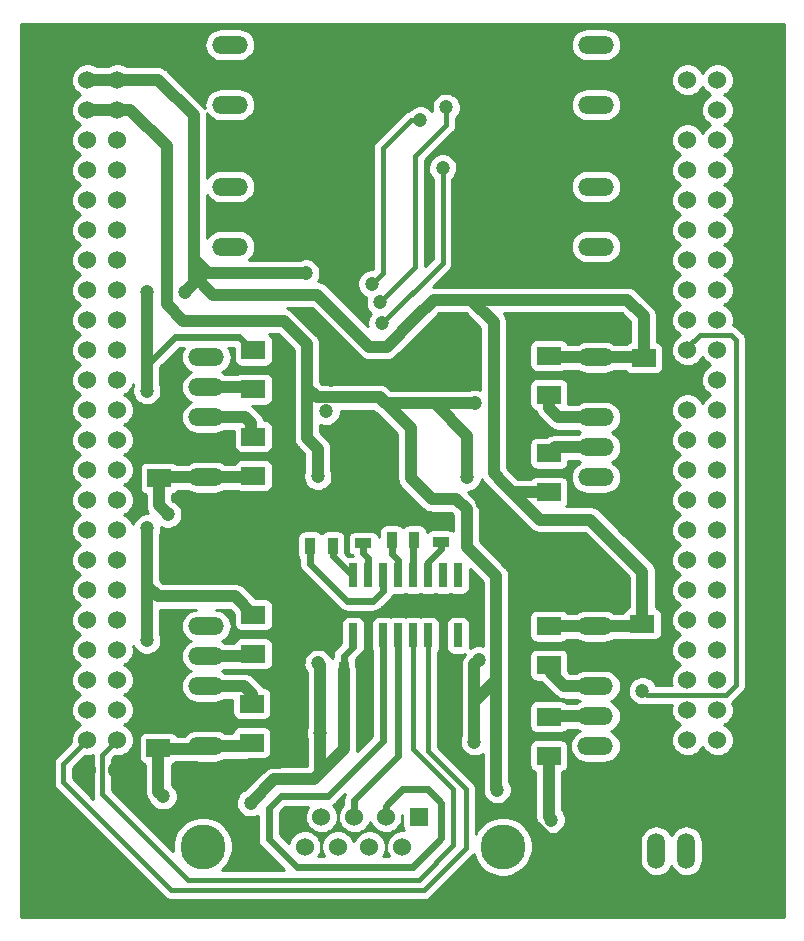
<source format=gbl>
G04 (created by PCBNEW (2013-07-07 BZR 4022)-stable) date 01/03/2015 13:42:32*
%MOIN*%
G04 Gerber Fmt 3.4, Leading zero omitted, Abs format*
%FSLAX34Y34*%
G01*
G70*
G90*
G04 APERTURE LIST*
%ADD10C,0.00590551*%
%ADD11O,0.1187X0.0593*%
%ADD12R,0.06X0.06*%
%ADD13C,0.06*%
%ADD14R,0.08X0.06*%
%ADD15R,0.055X0.035*%
%ADD16R,0.035X0.055*%
%ADD17O,0.0593X0.1187*%
%ADD18C,0.15*%
%ADD19R,0.03X0.0787402*%
%ADD20C,0.0472441*%
%ADD21C,0.0393701*%
%ADD22C,0.023622*%
%ADD23C,0.015748*%
%ADD24C,0.01*%
G04 APERTURE END LIST*
G54D10*
G54D11*
X87775Y-57810D03*
X87775Y-56810D03*
X87775Y-55810D03*
X87775Y-54810D03*
X87775Y-53810D03*
G54D12*
X90838Y-34594D03*
G54D13*
X91838Y-34594D03*
X90838Y-39594D03*
X91838Y-35594D03*
X90838Y-40594D03*
X91838Y-36594D03*
X90838Y-41594D03*
X91838Y-37594D03*
X90838Y-42594D03*
X91838Y-38594D03*
X90838Y-43594D03*
X91838Y-39594D03*
X90838Y-44594D03*
X91838Y-40594D03*
X90838Y-45594D03*
X91838Y-41594D03*
X90838Y-46594D03*
X91838Y-42594D03*
X90838Y-47594D03*
X91838Y-43594D03*
X90838Y-48594D03*
X91838Y-44594D03*
X90838Y-49594D03*
X91838Y-45594D03*
X91838Y-46594D03*
X90838Y-50594D03*
X91838Y-47594D03*
X91838Y-49594D03*
X91838Y-50594D03*
X91838Y-51594D03*
X91838Y-52594D03*
X90838Y-51594D03*
X90838Y-52594D03*
X90838Y-35594D03*
X90838Y-36594D03*
X90838Y-37594D03*
X90838Y-38594D03*
X90838Y-53594D03*
X91838Y-53594D03*
X91838Y-48594D03*
X90838Y-54594D03*
X91838Y-54594D03*
X90838Y-55594D03*
X91838Y-55594D03*
X90838Y-56594D03*
X91838Y-56594D03*
X90838Y-57594D03*
X91838Y-57594D03*
X90838Y-58594D03*
X91838Y-58594D03*
G54D12*
X70838Y-34594D03*
G54D13*
X71838Y-34594D03*
X70838Y-39594D03*
X71838Y-35594D03*
X70838Y-40594D03*
X71838Y-36594D03*
X70838Y-41594D03*
X71838Y-37594D03*
X70838Y-42594D03*
X71838Y-38594D03*
X70838Y-43594D03*
X71838Y-39594D03*
X70838Y-44594D03*
X71838Y-40594D03*
X70838Y-45594D03*
X71838Y-41594D03*
X70838Y-46594D03*
X71838Y-42594D03*
X70838Y-47594D03*
X71838Y-43594D03*
X70838Y-48594D03*
X71838Y-44594D03*
X70838Y-49594D03*
X71838Y-45594D03*
X71838Y-46594D03*
X70838Y-50594D03*
X71838Y-47594D03*
X71838Y-49594D03*
X71838Y-50594D03*
X71838Y-51594D03*
X71838Y-52594D03*
X70838Y-51594D03*
X70838Y-52594D03*
X70838Y-35594D03*
X70838Y-36594D03*
X70838Y-37594D03*
X70838Y-38594D03*
X70838Y-53594D03*
X71838Y-53594D03*
X71838Y-48594D03*
X70838Y-54594D03*
X71838Y-54594D03*
X70838Y-55594D03*
X71838Y-55594D03*
X70838Y-56594D03*
X71838Y-56594D03*
X70838Y-57594D03*
X71838Y-57594D03*
X70838Y-58594D03*
X71838Y-58594D03*
G54D14*
X89380Y-44870D03*
X89380Y-46170D03*
X89340Y-53730D03*
X89340Y-55030D03*
X73208Y-57878D03*
X73208Y-56578D03*
X73228Y-48878D03*
X73228Y-47578D03*
G54D15*
X82620Y-51015D03*
X82620Y-50265D03*
X80040Y-51055D03*
X80040Y-50305D03*
G54D16*
X79385Y-55280D03*
X80135Y-55280D03*
X80985Y-50940D03*
X81735Y-50940D03*
X79015Y-51140D03*
X78265Y-51140D03*
G54D17*
X88800Y-61300D03*
X89800Y-61300D03*
X90800Y-61300D03*
G54D11*
X87795Y-36433D03*
X87795Y-35433D03*
X87795Y-34433D03*
X87795Y-41157D03*
X87795Y-40157D03*
X87795Y-39157D03*
X75590Y-36433D03*
X75590Y-35433D03*
X75590Y-34433D03*
X75590Y-41157D03*
X75590Y-40157D03*
X75590Y-39157D03*
G54D18*
X74690Y-61160D03*
X84690Y-61160D03*
G54D12*
X81890Y-60160D03*
G54D13*
X80790Y-60160D03*
X79740Y-60160D03*
X78640Y-60160D03*
X77540Y-60160D03*
X81340Y-61160D03*
X80240Y-61160D03*
X79190Y-61160D03*
X78090Y-61160D03*
G54D19*
X79690Y-52120D03*
X80190Y-52120D03*
X80690Y-52120D03*
X81190Y-52120D03*
X81690Y-52120D03*
X82190Y-52120D03*
X82690Y-52120D03*
X83190Y-52120D03*
X83190Y-54120D03*
X82690Y-54120D03*
X82190Y-54120D03*
X81690Y-54120D03*
X81190Y-54120D03*
X80690Y-54120D03*
X80190Y-54120D03*
X79690Y-54120D03*
G54D11*
X87795Y-48850D03*
X87795Y-47850D03*
X87795Y-46850D03*
X87795Y-45850D03*
X87795Y-44850D03*
X74803Y-53810D03*
X74803Y-54810D03*
X74803Y-55810D03*
X74803Y-56810D03*
X74803Y-57810D03*
X74803Y-44850D03*
X74803Y-45850D03*
X74803Y-46850D03*
X74803Y-47850D03*
X74803Y-48850D03*
G54D14*
X86220Y-58130D03*
X86220Y-56830D03*
X86220Y-44790D03*
X86220Y-46090D03*
X76377Y-53430D03*
X76377Y-54730D03*
X76320Y-57690D03*
X76320Y-56390D03*
X86220Y-49350D03*
X86220Y-48050D03*
X76377Y-44610D03*
X76377Y-45910D03*
X76377Y-48790D03*
X76377Y-47490D03*
X86220Y-53810D03*
X86220Y-55110D03*
G54D20*
X84500Y-59260D03*
X76280Y-59700D03*
X78520Y-48820D03*
X83500Y-48840D03*
X78600Y-57380D03*
X83740Y-57660D03*
X83880Y-54940D03*
X83760Y-46380D03*
X78530Y-55050D03*
X78793Y-46653D03*
X86300Y-60260D03*
X73360Y-59480D03*
X72820Y-54280D03*
X72820Y-50540D03*
X73520Y-50080D03*
X74080Y-42680D03*
X72820Y-42680D03*
X72820Y-45960D03*
X78120Y-42040D03*
X89340Y-55960D03*
X80660Y-43720D03*
X82680Y-38540D03*
X80600Y-43020D03*
X82800Y-36520D03*
X80320Y-42400D03*
X81940Y-36940D03*
X84000Y-49700D03*
X85060Y-44560D03*
X76700Y-49680D03*
X82160Y-53080D03*
X79320Y-50420D03*
X76720Y-58440D03*
X82700Y-44240D03*
X78960Y-45600D03*
X78980Y-42180D03*
X78320Y-40760D03*
X85340Y-34840D03*
X85340Y-40240D03*
X89700Y-47440D03*
X83580Y-58660D03*
G54D21*
X78600Y-57380D02*
X78600Y-58700D01*
X78600Y-58700D02*
X78380Y-58920D01*
X79385Y-55280D02*
X79385Y-57915D01*
X79385Y-57915D02*
X78380Y-58920D01*
X78160Y-45700D02*
X78160Y-47540D01*
X78160Y-47540D02*
X78520Y-47900D01*
X78160Y-45520D02*
X78160Y-45700D01*
X74980Y-43640D02*
X77380Y-43640D01*
X78160Y-45860D02*
X78480Y-46180D01*
X78160Y-44420D02*
X78160Y-45520D01*
X78160Y-45520D02*
X78160Y-45860D01*
X77380Y-43640D02*
X78160Y-44420D01*
X82720Y-49580D02*
X83140Y-49580D01*
X84460Y-52140D02*
X84460Y-54440D01*
X83480Y-51160D02*
X84460Y-52140D01*
X83480Y-49920D02*
X83480Y-51160D01*
X83140Y-49580D02*
X83480Y-49920D01*
X84460Y-59220D02*
X84460Y-55620D01*
X84500Y-59260D02*
X84460Y-59220D01*
X77060Y-58920D02*
X76280Y-59700D01*
X78380Y-58920D02*
X77060Y-58920D01*
X80440Y-46180D02*
X80580Y-46180D01*
X80580Y-46180D02*
X81620Y-47220D01*
X81620Y-47220D02*
X81620Y-48880D01*
X81620Y-48880D02*
X82320Y-49580D01*
X82320Y-49580D02*
X82720Y-49580D01*
X84460Y-54440D02*
X84460Y-55620D01*
X84460Y-55620D02*
X83740Y-56340D01*
X78520Y-48820D02*
X78520Y-47900D01*
X83500Y-48840D02*
X83500Y-47460D01*
X83500Y-47460D02*
X82420Y-46380D01*
X78600Y-57380D02*
X78600Y-56400D01*
X78600Y-56400D02*
X78600Y-55740D01*
X78600Y-55740D02*
X78600Y-55120D01*
X78600Y-55120D02*
X78530Y-55050D01*
X83740Y-57660D02*
X83740Y-56340D01*
X83740Y-56340D02*
X83740Y-55080D01*
X83740Y-55080D02*
X83880Y-54940D01*
X83760Y-46380D02*
X82420Y-46380D01*
X82420Y-46380D02*
X80760Y-46380D01*
X80560Y-46180D02*
X80440Y-46180D01*
X80440Y-46180D02*
X78480Y-46180D01*
X80760Y-46380D02*
X80560Y-46180D01*
X73480Y-41440D02*
X73480Y-43080D01*
X74040Y-43640D02*
X74980Y-43640D01*
X73480Y-43080D02*
X74040Y-43640D01*
X73480Y-41160D02*
X73480Y-41440D01*
X71838Y-36594D02*
X72274Y-36594D01*
X73480Y-37800D02*
X73480Y-41160D01*
X72274Y-36594D02*
X73480Y-37800D01*
G54D22*
X79690Y-54120D02*
X79690Y-54490D01*
X79385Y-54795D02*
X79385Y-55280D01*
X79690Y-54490D02*
X79385Y-54795D01*
G54D21*
X78530Y-55050D02*
X78540Y-55060D01*
G54D23*
X78793Y-46653D02*
X78800Y-46660D01*
G54D21*
X70838Y-36594D02*
X71838Y-36594D01*
X72820Y-52480D02*
X72840Y-52480D01*
X75767Y-52820D02*
X76377Y-53430D01*
X73180Y-52820D02*
X75767Y-52820D01*
X72840Y-52480D02*
X73180Y-52820D01*
X74803Y-57810D02*
X76199Y-57810D01*
X76199Y-57810D02*
X76320Y-57690D01*
X86220Y-58130D02*
X86220Y-60180D01*
X86220Y-60180D02*
X86300Y-60260D01*
X87775Y-53810D02*
X86280Y-53810D01*
X86280Y-53810D02*
X86280Y-53810D01*
X86220Y-49350D02*
X85010Y-49350D01*
X85010Y-49350D02*
X84690Y-49030D01*
X87795Y-44850D02*
X86280Y-44850D01*
X86280Y-44850D02*
X86220Y-44790D01*
G54D22*
X72820Y-45960D02*
X72820Y-45100D01*
X75890Y-44160D02*
X76340Y-44610D01*
X73760Y-44160D02*
X75890Y-44160D01*
X72820Y-45100D02*
X73760Y-44160D01*
G54D21*
X76560Y-42760D02*
X78500Y-42760D01*
X78500Y-42760D02*
X80240Y-44500D01*
X74803Y-48850D02*
X76239Y-48850D01*
X76239Y-48850D02*
X76300Y-48790D01*
X84380Y-45960D02*
X84380Y-43680D01*
X84380Y-43680D02*
X83640Y-42940D01*
X84380Y-48720D02*
X84380Y-45960D01*
X84690Y-49030D02*
X84380Y-48720D01*
X80240Y-44500D02*
X80820Y-44500D01*
X88840Y-42940D02*
X89380Y-43480D01*
X89380Y-44870D02*
X89380Y-43480D01*
X83640Y-42940D02*
X88840Y-42940D01*
X82380Y-42940D02*
X83640Y-42940D01*
X81770Y-43550D02*
X82380Y-42940D01*
X80820Y-44500D02*
X81770Y-43550D01*
X89340Y-53730D02*
X89340Y-52000D01*
X85920Y-50260D02*
X84690Y-49030D01*
X87600Y-50260D02*
X85920Y-50260D01*
X89340Y-52000D02*
X87600Y-50260D01*
X73208Y-59328D02*
X73208Y-57878D01*
X73360Y-59480D02*
X73208Y-59328D01*
X72820Y-50540D02*
X72820Y-52480D01*
X72820Y-52480D02*
X72820Y-54280D01*
X73228Y-48878D02*
X73228Y-49788D01*
X73228Y-49788D02*
X73520Y-50080D01*
X74380Y-41680D02*
X74380Y-42380D01*
X74380Y-42380D02*
X74080Y-42680D01*
X72820Y-42680D02*
X72820Y-45960D01*
X74803Y-48850D02*
X73256Y-48850D01*
X73256Y-48850D02*
X73228Y-48878D01*
X87795Y-44850D02*
X89360Y-44850D01*
X89360Y-44850D02*
X89380Y-44870D01*
X87775Y-53810D02*
X89259Y-53810D01*
X89259Y-53810D02*
X89340Y-53730D01*
X74380Y-41200D02*
X74380Y-41680D01*
X74380Y-41680D02*
X74380Y-41560D01*
X74860Y-42040D02*
X78120Y-42040D01*
X74380Y-41560D02*
X74860Y-42040D01*
X76260Y-42760D02*
X76560Y-42760D01*
X75020Y-42760D02*
X76260Y-42760D01*
X74380Y-42120D02*
X75020Y-42760D01*
X74380Y-41200D02*
X74380Y-42120D01*
X74380Y-41060D02*
X74380Y-41200D01*
X73194Y-35594D02*
X74380Y-36780D01*
X74380Y-36780D02*
X74380Y-41060D01*
X71838Y-35594D02*
X73194Y-35594D01*
X89360Y-44850D02*
X89380Y-44870D01*
X73208Y-57910D02*
X74683Y-57910D01*
X74683Y-57910D02*
X74783Y-57810D01*
X70838Y-35594D02*
X71838Y-35594D01*
G54D22*
X79015Y-51140D02*
X79015Y-51475D01*
X79660Y-52120D02*
X79690Y-52120D01*
X79015Y-51475D02*
X79660Y-52120D01*
X80690Y-52120D02*
X80690Y-52630D01*
X78265Y-51725D02*
X78265Y-51140D01*
X79500Y-52960D02*
X78265Y-51725D01*
X80360Y-52960D02*
X79500Y-52960D01*
X80690Y-52630D02*
X80360Y-52960D01*
X81190Y-52120D02*
X81190Y-51610D01*
X80985Y-51405D02*
X80985Y-50940D01*
X81190Y-51610D02*
X80985Y-51405D01*
X81690Y-52120D02*
X81690Y-50985D01*
X81690Y-50985D02*
X81735Y-50940D01*
G54D23*
X90260Y-56100D02*
X89480Y-56100D01*
X89480Y-56100D02*
X89340Y-55960D01*
X90838Y-44521D02*
X91260Y-44100D01*
X91260Y-44100D02*
X92300Y-44100D01*
X92300Y-44100D02*
X92460Y-44260D01*
X92460Y-44260D02*
X92460Y-54320D01*
X90838Y-44521D02*
X90838Y-44594D01*
X92460Y-55780D02*
X92140Y-56100D01*
X92460Y-54320D02*
X92460Y-55780D01*
X90040Y-56100D02*
X90260Y-56100D01*
X90260Y-56100D02*
X92140Y-56100D01*
G54D21*
X74803Y-46850D02*
X76110Y-46850D01*
X76300Y-47040D02*
X76300Y-47490D01*
X76110Y-46850D02*
X76300Y-47040D01*
X74803Y-55810D02*
X76070Y-55810D01*
X76320Y-56060D02*
X76320Y-56390D01*
X76070Y-55810D02*
X76320Y-56060D01*
X86280Y-55110D02*
X86280Y-55360D01*
X86730Y-55810D02*
X87775Y-55810D01*
X86280Y-55360D02*
X86730Y-55810D01*
X87795Y-46850D02*
X86530Y-46850D01*
X86220Y-46540D02*
X86220Y-46090D01*
X86530Y-46850D02*
X86220Y-46540D01*
X74803Y-45850D02*
X76280Y-45850D01*
X76280Y-45850D02*
X76340Y-45910D01*
X74803Y-54810D02*
X76297Y-54810D01*
X76297Y-54810D02*
X76377Y-54730D01*
X87775Y-56810D02*
X86239Y-56810D01*
X86239Y-56810D02*
X86220Y-56830D01*
X87795Y-47850D02*
X86420Y-47850D01*
X86420Y-47850D02*
X86220Y-48050D01*
G54D23*
X82680Y-38540D02*
X82680Y-41700D01*
X82680Y-41700D02*
X80660Y-43720D01*
X81770Y-38150D02*
X81770Y-41850D01*
X81770Y-41850D02*
X80600Y-43020D01*
X82800Y-36520D02*
X82800Y-37120D01*
X82800Y-37120D02*
X81770Y-38150D01*
X81940Y-36940D02*
X81620Y-36940D01*
X80680Y-42040D02*
X80320Y-42400D01*
X80680Y-37880D02*
X80680Y-42040D01*
X81620Y-36940D02*
X80680Y-37880D01*
X71340Y-59400D02*
X71340Y-59420D01*
X83040Y-61120D02*
X83040Y-59240D01*
X81900Y-62260D02*
X83040Y-61120D01*
X74180Y-62260D02*
X81900Y-62260D01*
X71340Y-59420D02*
X74180Y-62260D01*
X81690Y-54120D02*
X81690Y-57890D01*
X81690Y-57890D02*
X83040Y-59240D01*
X71340Y-58093D02*
X71838Y-57594D01*
X71340Y-59400D02*
X71340Y-58093D01*
G54D22*
X81190Y-54120D02*
X81190Y-58150D01*
X79740Y-59600D02*
X79740Y-60160D01*
X81190Y-58150D02*
X79740Y-59600D01*
G54D23*
X70040Y-58680D02*
X70040Y-59020D01*
X83460Y-61220D02*
X83460Y-59240D01*
X82060Y-62620D02*
X83460Y-61220D01*
X73640Y-62620D02*
X82060Y-62620D01*
X70040Y-59020D02*
X73640Y-62620D01*
X82190Y-54120D02*
X82190Y-57970D01*
X82190Y-57970D02*
X83460Y-59240D01*
X70040Y-58393D02*
X70838Y-57594D01*
X70040Y-58680D02*
X70040Y-58393D01*
G54D22*
X77420Y-59460D02*
X77280Y-59460D01*
X82640Y-60880D02*
X82640Y-59700D01*
X81680Y-61840D02*
X82640Y-60880D01*
X77820Y-61840D02*
X81680Y-61840D01*
X76880Y-60900D02*
X77820Y-61840D01*
X76880Y-59860D02*
X76880Y-60900D01*
X77280Y-59460D02*
X76880Y-59860D01*
X82640Y-59700D02*
X82180Y-59240D01*
X80690Y-54120D02*
X80690Y-57630D01*
X80790Y-59790D02*
X80790Y-60160D01*
X81340Y-59240D02*
X80790Y-59790D01*
X82180Y-59240D02*
X81340Y-59240D01*
X78860Y-59460D02*
X77420Y-59460D01*
X80690Y-57630D02*
X78860Y-59460D01*
X80190Y-52120D02*
X80190Y-51530D01*
X80040Y-51380D02*
X80040Y-51055D01*
X80190Y-51530D02*
X80040Y-51380D01*
X82190Y-52120D02*
X82190Y-51670D01*
X82620Y-51240D02*
X82620Y-51015D01*
X82190Y-51670D02*
X82620Y-51240D01*
X74803Y-56810D02*
X75370Y-56810D01*
X77240Y-58440D02*
X76720Y-58440D01*
X77560Y-58120D02*
X77240Y-58440D01*
X77560Y-57480D02*
X77560Y-58120D01*
X77120Y-57040D02*
X77560Y-57480D01*
X75600Y-57040D02*
X77120Y-57040D01*
X75370Y-56810D02*
X75600Y-57040D01*
G54D21*
X85240Y-50940D02*
X85240Y-59960D01*
X87700Y-60980D02*
X88800Y-59880D01*
X86260Y-60980D02*
X87700Y-60980D01*
X85240Y-59960D02*
X86260Y-60980D01*
X84000Y-49700D02*
X85240Y-50940D01*
G54D23*
X87795Y-45850D02*
X87270Y-45850D01*
X85060Y-45240D02*
X85060Y-44560D01*
X85260Y-45440D02*
X85060Y-45240D01*
X86860Y-45440D02*
X85260Y-45440D01*
X87270Y-45850D02*
X86860Y-45440D01*
G54D21*
X76700Y-49680D02*
X78580Y-49680D01*
X78580Y-49680D02*
X79320Y-50420D01*
G54D22*
X80190Y-54120D02*
X80190Y-53590D01*
X81880Y-53360D02*
X82160Y-53080D01*
X80420Y-53360D02*
X81880Y-53360D01*
X80190Y-53590D02*
X80420Y-53360D01*
G54D21*
X76720Y-58440D02*
X75620Y-58440D01*
X71838Y-58958D02*
X71838Y-58594D01*
X72980Y-60100D02*
X71838Y-58958D01*
X73960Y-60100D02*
X72980Y-60100D01*
X75620Y-58440D02*
X73960Y-60100D01*
X74783Y-56810D02*
X74150Y-56810D01*
X74150Y-56810D02*
X73918Y-56578D01*
X73918Y-56578D02*
X73208Y-56578D01*
X90838Y-58594D02*
X90085Y-58594D01*
X90085Y-58594D02*
X88800Y-59880D01*
X88800Y-59880D02*
X88800Y-61300D01*
X91838Y-58594D02*
X90838Y-58594D01*
X87775Y-54810D02*
X88430Y-54810D01*
X88430Y-54810D02*
X88650Y-55030D01*
X88650Y-55030D02*
X89340Y-55030D01*
X89380Y-46170D02*
X89710Y-46170D01*
X89710Y-46170D02*
X90285Y-45594D01*
X90285Y-45594D02*
X90838Y-45594D01*
X87795Y-45850D02*
X88410Y-45850D01*
X88730Y-46170D02*
X89380Y-46170D01*
X88410Y-45850D02*
X88730Y-46170D01*
X78980Y-42180D02*
X78980Y-40920D01*
X78980Y-40920D02*
X78570Y-40510D01*
X78570Y-38690D02*
X78570Y-40510D01*
X78570Y-40510D02*
X78320Y-40760D01*
X75590Y-40157D02*
X77102Y-40157D01*
X81826Y-35433D02*
X87795Y-35433D01*
X77102Y-40157D02*
X78570Y-38690D01*
X78570Y-38690D02*
X81826Y-35433D01*
X85340Y-34840D02*
X85340Y-39880D01*
X85340Y-39880D02*
X85340Y-40240D01*
X87795Y-40157D02*
X85422Y-40157D01*
X85422Y-40157D02*
X85340Y-40240D01*
X89560Y-37780D02*
X89560Y-34940D01*
X89560Y-34940D02*
X89905Y-34594D01*
X90838Y-36594D02*
X89765Y-36594D01*
X89560Y-36800D02*
X89560Y-37780D01*
X89560Y-37780D02*
X89560Y-39540D01*
X89765Y-36594D02*
X89560Y-36800D01*
X89560Y-39540D02*
X88942Y-40157D01*
X88942Y-40157D02*
X87795Y-40157D01*
X90838Y-34594D02*
X89905Y-34594D01*
X89066Y-35433D02*
X87795Y-35433D01*
X89905Y-34594D02*
X89066Y-35433D01*
X91838Y-34594D02*
X90838Y-34594D01*
X75590Y-35433D02*
X87795Y-35433D01*
X78960Y-45600D02*
X81500Y-45600D01*
X81500Y-45600D02*
X82700Y-44400D01*
X82700Y-44400D02*
X82700Y-44240D01*
G54D22*
X75590Y-35433D02*
X77080Y-35433D01*
X77080Y-35433D02*
X84746Y-35433D01*
X84746Y-35433D02*
X85340Y-34840D01*
X87795Y-35433D02*
X85933Y-35433D01*
X85933Y-35433D02*
X85340Y-34840D01*
X90838Y-34594D02*
X90125Y-34594D01*
X90125Y-34594D02*
X89560Y-35160D01*
X89560Y-35160D02*
X89560Y-39540D01*
X89560Y-39540D02*
X88942Y-40157D01*
X88942Y-40157D02*
X87795Y-40157D01*
X85422Y-40157D02*
X85340Y-40240D01*
X89700Y-47440D02*
X89700Y-51480D01*
X89700Y-51480D02*
X90140Y-51920D01*
X90140Y-51920D02*
X90140Y-54780D01*
X90140Y-54780D02*
X89890Y-55030D01*
X89890Y-55030D02*
X89340Y-55030D01*
X89380Y-46170D02*
X89380Y-47140D01*
X89680Y-47440D02*
X89700Y-47440D01*
X89380Y-47140D02*
X89680Y-47440D01*
X82690Y-53610D02*
X82160Y-53080D01*
X82690Y-54120D02*
X82690Y-53610D01*
X79435Y-50305D02*
X80040Y-50305D01*
X79320Y-50420D02*
X79435Y-50305D01*
X89340Y-55030D02*
X89290Y-55030D01*
X90654Y-58594D02*
X90838Y-58594D01*
X88780Y-56720D02*
X90654Y-58594D01*
X88780Y-55540D02*
X88780Y-56720D01*
X89290Y-55030D02*
X88780Y-55540D01*
X88800Y-59880D02*
X88800Y-61300D01*
X90085Y-58594D02*
X88800Y-59880D01*
G54D21*
X74803Y-47850D02*
X74190Y-47850D01*
X74190Y-47850D02*
X73918Y-47578D01*
X73918Y-47578D02*
X73228Y-47578D01*
G54D22*
X80040Y-50305D02*
X82580Y-50305D01*
X82580Y-50305D02*
X82620Y-50265D01*
X80190Y-54120D02*
X80190Y-55225D01*
X80190Y-55225D02*
X80135Y-55280D01*
X90285Y-45594D02*
X90838Y-45594D01*
X89710Y-46170D02*
X90285Y-45594D01*
X73918Y-56578D02*
X73208Y-56578D01*
X74150Y-56810D02*
X73918Y-56578D01*
G54D23*
X88430Y-54810D02*
X88650Y-55030D01*
X88650Y-55030D02*
X89340Y-55030D01*
G54D10*
G36*
X71042Y-59557D02*
X70368Y-58883D01*
X70368Y-58680D01*
X70368Y-58529D01*
X70758Y-58139D01*
X70773Y-58143D01*
X70880Y-58145D01*
X70987Y-58126D01*
X71011Y-58117D01*
X71011Y-59400D01*
X71011Y-59420D01*
X71014Y-59450D01*
X71016Y-59480D01*
X71017Y-59482D01*
X71017Y-59483D01*
X71026Y-59512D01*
X71034Y-59542D01*
X71035Y-59543D01*
X71036Y-59545D01*
X71042Y-59557D01*
X71042Y-59557D01*
G37*
G54D24*
X71042Y-59557D02*
X70368Y-58883D01*
X70368Y-58680D01*
X70368Y-58529D01*
X70758Y-58139D01*
X70773Y-58143D01*
X70880Y-58145D01*
X70987Y-58126D01*
X71011Y-58117D01*
X71011Y-59400D01*
X71011Y-59420D01*
X71014Y-59450D01*
X71016Y-59480D01*
X71017Y-59482D01*
X71017Y-59483D01*
X71026Y-59512D01*
X71034Y-59542D01*
X71035Y-59543D01*
X71036Y-59545D01*
X71042Y-59557D01*
G54D10*
G36*
X81389Y-60610D02*
X81289Y-60609D01*
X81183Y-60629D01*
X81083Y-60670D01*
X80993Y-60729D01*
X80916Y-60804D01*
X80855Y-60893D01*
X80813Y-60992D01*
X80790Y-61098D01*
X80789Y-61206D01*
X80808Y-61312D01*
X80848Y-61412D01*
X80886Y-61471D01*
X80693Y-61471D01*
X80720Y-61432D01*
X80764Y-61334D01*
X80788Y-61229D01*
X80790Y-61106D01*
X80769Y-61000D01*
X80727Y-60900D01*
X80668Y-60810D01*
X80592Y-60734D01*
X80502Y-60673D01*
X80403Y-60632D01*
X80297Y-60610D01*
X80189Y-60609D01*
X80083Y-60629D01*
X79983Y-60670D01*
X79893Y-60729D01*
X79816Y-60804D01*
X79755Y-60893D01*
X79714Y-60989D01*
X79677Y-60900D01*
X79618Y-60810D01*
X79542Y-60734D01*
X79452Y-60673D01*
X79353Y-60632D01*
X79247Y-60610D01*
X79139Y-60609D01*
X79033Y-60629D01*
X78933Y-60670D01*
X78843Y-60729D01*
X78766Y-60804D01*
X78705Y-60893D01*
X78663Y-60992D01*
X78640Y-61098D01*
X78639Y-61206D01*
X78658Y-61312D01*
X78698Y-61412D01*
X78736Y-61471D01*
X78543Y-61471D01*
X78570Y-61432D01*
X78614Y-61334D01*
X78638Y-61229D01*
X78640Y-61106D01*
X78619Y-61000D01*
X78577Y-60900D01*
X78518Y-60810D01*
X78442Y-60734D01*
X78352Y-60673D01*
X78253Y-60632D01*
X78147Y-60610D01*
X78039Y-60609D01*
X77933Y-60629D01*
X77833Y-60670D01*
X77743Y-60729D01*
X77666Y-60804D01*
X77605Y-60893D01*
X77563Y-60992D01*
X77550Y-61050D01*
X77248Y-60747D01*
X77248Y-60012D01*
X77432Y-59828D01*
X78200Y-59828D01*
X78155Y-59893D01*
X78113Y-59992D01*
X78090Y-60098D01*
X78089Y-60206D01*
X78108Y-60312D01*
X78148Y-60412D01*
X78206Y-60503D01*
X78281Y-60580D01*
X78370Y-60642D01*
X78469Y-60685D01*
X78574Y-60708D01*
X78682Y-60711D01*
X78788Y-60692D01*
X78889Y-60653D01*
X78980Y-60595D01*
X79058Y-60521D01*
X79120Y-60432D01*
X79164Y-60334D01*
X79188Y-60229D01*
X79190Y-60106D01*
X79169Y-60000D01*
X79127Y-59900D01*
X79068Y-59810D01*
X79038Y-59780D01*
X79060Y-59768D01*
X79062Y-59767D01*
X79063Y-59766D01*
X79090Y-59745D01*
X79116Y-59723D01*
X79119Y-59721D01*
X79119Y-59721D01*
X79119Y-59721D01*
X79120Y-59720D01*
X79421Y-59419D01*
X79418Y-59425D01*
X79401Y-59454D01*
X79401Y-59456D01*
X79400Y-59458D01*
X79390Y-59491D01*
X79379Y-59523D01*
X79379Y-59525D01*
X79379Y-59527D01*
X79375Y-59561D01*
X79371Y-59594D01*
X79371Y-59598D01*
X79371Y-59598D01*
X79371Y-59598D01*
X79371Y-59600D01*
X79371Y-59750D01*
X79316Y-59804D01*
X79255Y-59893D01*
X79213Y-59992D01*
X79190Y-60098D01*
X79189Y-60206D01*
X79208Y-60312D01*
X79248Y-60412D01*
X79306Y-60503D01*
X79381Y-60580D01*
X79470Y-60642D01*
X79569Y-60685D01*
X79674Y-60708D01*
X79782Y-60711D01*
X79888Y-60692D01*
X79989Y-60653D01*
X80080Y-60595D01*
X80158Y-60521D01*
X80220Y-60432D01*
X80264Y-60334D01*
X80265Y-60329D01*
X80298Y-60412D01*
X80356Y-60503D01*
X80431Y-60580D01*
X80520Y-60642D01*
X80619Y-60685D01*
X80724Y-60708D01*
X80832Y-60711D01*
X80938Y-60692D01*
X81039Y-60653D01*
X81130Y-60595D01*
X81208Y-60521D01*
X81270Y-60432D01*
X81314Y-60334D01*
X81338Y-60229D01*
X81339Y-60115D01*
X81339Y-60484D01*
X81349Y-60532D01*
X81368Y-60577D01*
X81389Y-60610D01*
X81389Y-60610D01*
G37*
G54D24*
X81389Y-60610D02*
X81289Y-60609D01*
X81183Y-60629D01*
X81083Y-60670D01*
X80993Y-60729D01*
X80916Y-60804D01*
X80855Y-60893D01*
X80813Y-60992D01*
X80790Y-61098D01*
X80789Y-61206D01*
X80808Y-61312D01*
X80848Y-61412D01*
X80886Y-61471D01*
X80693Y-61471D01*
X80720Y-61432D01*
X80764Y-61334D01*
X80788Y-61229D01*
X80790Y-61106D01*
X80769Y-61000D01*
X80727Y-60900D01*
X80668Y-60810D01*
X80592Y-60734D01*
X80502Y-60673D01*
X80403Y-60632D01*
X80297Y-60610D01*
X80189Y-60609D01*
X80083Y-60629D01*
X79983Y-60670D01*
X79893Y-60729D01*
X79816Y-60804D01*
X79755Y-60893D01*
X79714Y-60989D01*
X79677Y-60900D01*
X79618Y-60810D01*
X79542Y-60734D01*
X79452Y-60673D01*
X79353Y-60632D01*
X79247Y-60610D01*
X79139Y-60609D01*
X79033Y-60629D01*
X78933Y-60670D01*
X78843Y-60729D01*
X78766Y-60804D01*
X78705Y-60893D01*
X78663Y-60992D01*
X78640Y-61098D01*
X78639Y-61206D01*
X78658Y-61312D01*
X78698Y-61412D01*
X78736Y-61471D01*
X78543Y-61471D01*
X78570Y-61432D01*
X78614Y-61334D01*
X78638Y-61229D01*
X78640Y-61106D01*
X78619Y-61000D01*
X78577Y-60900D01*
X78518Y-60810D01*
X78442Y-60734D01*
X78352Y-60673D01*
X78253Y-60632D01*
X78147Y-60610D01*
X78039Y-60609D01*
X77933Y-60629D01*
X77833Y-60670D01*
X77743Y-60729D01*
X77666Y-60804D01*
X77605Y-60893D01*
X77563Y-60992D01*
X77550Y-61050D01*
X77248Y-60747D01*
X77248Y-60012D01*
X77432Y-59828D01*
X78200Y-59828D01*
X78155Y-59893D01*
X78113Y-59992D01*
X78090Y-60098D01*
X78089Y-60206D01*
X78108Y-60312D01*
X78148Y-60412D01*
X78206Y-60503D01*
X78281Y-60580D01*
X78370Y-60642D01*
X78469Y-60685D01*
X78574Y-60708D01*
X78682Y-60711D01*
X78788Y-60692D01*
X78889Y-60653D01*
X78980Y-60595D01*
X79058Y-60521D01*
X79120Y-60432D01*
X79164Y-60334D01*
X79188Y-60229D01*
X79190Y-60106D01*
X79169Y-60000D01*
X79127Y-59900D01*
X79068Y-59810D01*
X79038Y-59780D01*
X79060Y-59768D01*
X79062Y-59767D01*
X79063Y-59766D01*
X79090Y-59745D01*
X79116Y-59723D01*
X79119Y-59721D01*
X79119Y-59721D01*
X79119Y-59721D01*
X79120Y-59720D01*
X79421Y-59419D01*
X79418Y-59425D01*
X79401Y-59454D01*
X79401Y-59456D01*
X79400Y-59458D01*
X79390Y-59491D01*
X79379Y-59523D01*
X79379Y-59525D01*
X79379Y-59527D01*
X79375Y-59561D01*
X79371Y-59594D01*
X79371Y-59598D01*
X79371Y-59598D01*
X79371Y-59598D01*
X79371Y-59600D01*
X79371Y-59750D01*
X79316Y-59804D01*
X79255Y-59893D01*
X79213Y-59992D01*
X79190Y-60098D01*
X79189Y-60206D01*
X79208Y-60312D01*
X79248Y-60412D01*
X79306Y-60503D01*
X79381Y-60580D01*
X79470Y-60642D01*
X79569Y-60685D01*
X79674Y-60708D01*
X79782Y-60711D01*
X79888Y-60692D01*
X79989Y-60653D01*
X80080Y-60595D01*
X80158Y-60521D01*
X80220Y-60432D01*
X80264Y-60334D01*
X80265Y-60329D01*
X80298Y-60412D01*
X80356Y-60503D01*
X80431Y-60580D01*
X80520Y-60642D01*
X80619Y-60685D01*
X80724Y-60708D01*
X80832Y-60711D01*
X80938Y-60692D01*
X81039Y-60653D01*
X81130Y-60595D01*
X81208Y-60521D01*
X81270Y-60432D01*
X81314Y-60334D01*
X81338Y-60229D01*
X81339Y-60115D01*
X81339Y-60484D01*
X81349Y-60532D01*
X81368Y-60577D01*
X81389Y-60610D01*
G54D10*
G36*
X83933Y-45925D02*
X83904Y-45913D01*
X83811Y-45894D01*
X83715Y-45893D01*
X83622Y-45911D01*
X83567Y-45933D01*
X82420Y-45933D01*
X80965Y-45933D01*
X80895Y-45864D01*
X80864Y-45837D01*
X80832Y-45811D01*
X80830Y-45810D01*
X80828Y-45808D01*
X80792Y-45789D01*
X80756Y-45769D01*
X80753Y-45768D01*
X80751Y-45767D01*
X80712Y-45755D01*
X80672Y-45742D01*
X80670Y-45742D01*
X80668Y-45741D01*
X80627Y-45737D01*
X80586Y-45733D01*
X80581Y-45733D01*
X80581Y-45733D01*
X80581Y-45733D01*
X80580Y-45733D01*
X80560Y-45733D01*
X80440Y-45733D01*
X78665Y-45733D01*
X78606Y-45674D01*
X78606Y-45520D01*
X78606Y-44420D01*
X78602Y-44378D01*
X78599Y-44337D01*
X78598Y-44335D01*
X78598Y-44333D01*
X78586Y-44293D01*
X78574Y-44254D01*
X78573Y-44251D01*
X78573Y-44249D01*
X78553Y-44213D01*
X78534Y-44176D01*
X78533Y-44174D01*
X78532Y-44172D01*
X78506Y-44140D01*
X78480Y-44108D01*
X78477Y-44105D01*
X78477Y-44105D01*
X78477Y-44105D01*
X78475Y-44104D01*
X77695Y-43324D01*
X77664Y-43297D01*
X77632Y-43271D01*
X77630Y-43270D01*
X77628Y-43268D01*
X77592Y-43249D01*
X77556Y-43229D01*
X77553Y-43228D01*
X77551Y-43227D01*
X77512Y-43215D01*
X77485Y-43206D01*
X78314Y-43206D01*
X79924Y-44815D01*
X79955Y-44842D01*
X79987Y-44868D01*
X79989Y-44869D01*
X79991Y-44871D01*
X80027Y-44890D01*
X80063Y-44910D01*
X80066Y-44911D01*
X80068Y-44912D01*
X80107Y-44924D01*
X80147Y-44937D01*
X80149Y-44937D01*
X80151Y-44938D01*
X80192Y-44942D01*
X80233Y-44946D01*
X80238Y-44946D01*
X80238Y-44946D01*
X80238Y-44946D01*
X80240Y-44946D01*
X80820Y-44946D01*
X80861Y-44942D01*
X80902Y-44939D01*
X80904Y-44938D01*
X80906Y-44938D01*
X80946Y-44926D01*
X80985Y-44914D01*
X80988Y-44913D01*
X80990Y-44913D01*
X81026Y-44893D01*
X81063Y-44874D01*
X81065Y-44873D01*
X81067Y-44872D01*
X81099Y-44846D01*
X81131Y-44820D01*
X81134Y-44817D01*
X81134Y-44817D01*
X81134Y-44817D01*
X81135Y-44815D01*
X82085Y-43865D01*
X82565Y-43386D01*
X83454Y-43386D01*
X83933Y-43865D01*
X83933Y-45925D01*
X83933Y-45925D01*
G37*
G54D24*
X83933Y-45925D02*
X83904Y-45913D01*
X83811Y-45894D01*
X83715Y-45893D01*
X83622Y-45911D01*
X83567Y-45933D01*
X82420Y-45933D01*
X80965Y-45933D01*
X80895Y-45864D01*
X80864Y-45837D01*
X80832Y-45811D01*
X80830Y-45810D01*
X80828Y-45808D01*
X80792Y-45789D01*
X80756Y-45769D01*
X80753Y-45768D01*
X80751Y-45767D01*
X80712Y-45755D01*
X80672Y-45742D01*
X80670Y-45742D01*
X80668Y-45741D01*
X80627Y-45737D01*
X80586Y-45733D01*
X80581Y-45733D01*
X80581Y-45733D01*
X80581Y-45733D01*
X80580Y-45733D01*
X80560Y-45733D01*
X80440Y-45733D01*
X78665Y-45733D01*
X78606Y-45674D01*
X78606Y-45520D01*
X78606Y-44420D01*
X78602Y-44378D01*
X78599Y-44337D01*
X78598Y-44335D01*
X78598Y-44333D01*
X78586Y-44293D01*
X78574Y-44254D01*
X78573Y-44251D01*
X78573Y-44249D01*
X78553Y-44213D01*
X78534Y-44176D01*
X78533Y-44174D01*
X78532Y-44172D01*
X78506Y-44140D01*
X78480Y-44108D01*
X78477Y-44105D01*
X78477Y-44105D01*
X78477Y-44105D01*
X78475Y-44104D01*
X77695Y-43324D01*
X77664Y-43297D01*
X77632Y-43271D01*
X77630Y-43270D01*
X77628Y-43268D01*
X77592Y-43249D01*
X77556Y-43229D01*
X77553Y-43228D01*
X77551Y-43227D01*
X77512Y-43215D01*
X77485Y-43206D01*
X78314Y-43206D01*
X79924Y-44815D01*
X79955Y-44842D01*
X79987Y-44868D01*
X79989Y-44869D01*
X79991Y-44871D01*
X80027Y-44890D01*
X80063Y-44910D01*
X80066Y-44911D01*
X80068Y-44912D01*
X80107Y-44924D01*
X80147Y-44937D01*
X80149Y-44937D01*
X80151Y-44938D01*
X80192Y-44942D01*
X80233Y-44946D01*
X80238Y-44946D01*
X80238Y-44946D01*
X80238Y-44946D01*
X80240Y-44946D01*
X80820Y-44946D01*
X80861Y-44942D01*
X80902Y-44939D01*
X80904Y-44938D01*
X80906Y-44938D01*
X80946Y-44926D01*
X80985Y-44914D01*
X80988Y-44913D01*
X80990Y-44913D01*
X81026Y-44893D01*
X81063Y-44874D01*
X81065Y-44873D01*
X81067Y-44872D01*
X81099Y-44846D01*
X81131Y-44820D01*
X81134Y-44817D01*
X81134Y-44817D01*
X81134Y-44817D01*
X81135Y-44815D01*
X82085Y-43865D01*
X82565Y-43386D01*
X83454Y-43386D01*
X83933Y-43865D01*
X83933Y-45925D01*
G54D10*
G36*
X94061Y-63509D02*
X92788Y-63509D01*
X92788Y-55780D01*
X92788Y-54320D01*
X92788Y-44260D01*
X92785Y-44229D01*
X92783Y-44199D01*
X92782Y-44197D01*
X92782Y-44196D01*
X92773Y-44167D01*
X92765Y-44137D01*
X92764Y-44136D01*
X92763Y-44134D01*
X92749Y-44107D01*
X92735Y-44080D01*
X92734Y-44079D01*
X92733Y-44078D01*
X92714Y-44054D01*
X92695Y-44030D01*
X92693Y-44028D01*
X92693Y-44028D01*
X92693Y-44028D01*
X92692Y-44027D01*
X92532Y-43867D01*
X92508Y-43848D01*
X92485Y-43828D01*
X92484Y-43827D01*
X92482Y-43826D01*
X92456Y-43812D01*
X92429Y-43797D01*
X92427Y-43797D01*
X92426Y-43796D01*
X92397Y-43787D01*
X92368Y-43778D01*
X92366Y-43778D01*
X92364Y-43777D01*
X92359Y-43777D01*
X92362Y-43768D01*
X92386Y-43663D01*
X92388Y-43540D01*
X92367Y-43434D01*
X92326Y-43335D01*
X92266Y-43245D01*
X92190Y-43168D01*
X92101Y-43108D01*
X92069Y-43094D01*
X92087Y-43087D01*
X92178Y-43029D01*
X92256Y-42955D01*
X92319Y-42867D01*
X92362Y-42768D01*
X92386Y-42663D01*
X92388Y-42540D01*
X92367Y-42434D01*
X92326Y-42335D01*
X92266Y-42245D01*
X92190Y-42168D01*
X92101Y-42108D01*
X92069Y-42094D01*
X92087Y-42087D01*
X92178Y-42029D01*
X92256Y-41955D01*
X92319Y-41867D01*
X92362Y-41768D01*
X92386Y-41663D01*
X92388Y-41540D01*
X92367Y-41434D01*
X92326Y-41335D01*
X92266Y-41245D01*
X92190Y-41168D01*
X92101Y-41108D01*
X92069Y-41094D01*
X92087Y-41087D01*
X92178Y-41029D01*
X92256Y-40955D01*
X92319Y-40867D01*
X92362Y-40768D01*
X92386Y-40663D01*
X92388Y-40540D01*
X92367Y-40434D01*
X92326Y-40335D01*
X92266Y-40245D01*
X92190Y-40168D01*
X92101Y-40108D01*
X92069Y-40094D01*
X92087Y-40087D01*
X92178Y-40029D01*
X92256Y-39955D01*
X92319Y-39867D01*
X92362Y-39768D01*
X92386Y-39663D01*
X92388Y-39540D01*
X92367Y-39434D01*
X92326Y-39335D01*
X92266Y-39245D01*
X92190Y-39168D01*
X92101Y-39108D01*
X92069Y-39094D01*
X92087Y-39087D01*
X92178Y-39029D01*
X92256Y-38955D01*
X92319Y-38867D01*
X92362Y-38768D01*
X92386Y-38663D01*
X92388Y-38540D01*
X92367Y-38434D01*
X92326Y-38335D01*
X92266Y-38245D01*
X92190Y-38168D01*
X92101Y-38108D01*
X92069Y-38094D01*
X92087Y-38087D01*
X92178Y-38029D01*
X92256Y-37955D01*
X92319Y-37867D01*
X92362Y-37768D01*
X92386Y-37663D01*
X92388Y-37540D01*
X92367Y-37434D01*
X92326Y-37335D01*
X92266Y-37245D01*
X92190Y-37168D01*
X92101Y-37108D01*
X92069Y-37094D01*
X92087Y-37087D01*
X92178Y-37029D01*
X92256Y-36955D01*
X92319Y-36867D01*
X92362Y-36768D01*
X92386Y-36663D01*
X92388Y-36540D01*
X92367Y-36434D01*
X92326Y-36335D01*
X92266Y-36245D01*
X92190Y-36168D01*
X92101Y-36108D01*
X92069Y-36094D01*
X92087Y-36087D01*
X92178Y-36029D01*
X92256Y-35955D01*
X92319Y-35867D01*
X92362Y-35768D01*
X92386Y-35663D01*
X92388Y-35540D01*
X92367Y-35434D01*
X92326Y-35335D01*
X92266Y-35245D01*
X92190Y-35168D01*
X92101Y-35108D01*
X92002Y-35066D01*
X91896Y-35044D01*
X91788Y-35044D01*
X91682Y-35064D01*
X91582Y-35104D01*
X91492Y-35163D01*
X91415Y-35239D01*
X91354Y-35328D01*
X91338Y-35364D01*
X91326Y-35335D01*
X91266Y-35245D01*
X91190Y-35168D01*
X91101Y-35108D01*
X91002Y-35066D01*
X90896Y-35044D01*
X90788Y-35044D01*
X90682Y-35064D01*
X90582Y-35104D01*
X90492Y-35163D01*
X90415Y-35239D01*
X90354Y-35328D01*
X90311Y-35427D01*
X90289Y-35532D01*
X90287Y-35640D01*
X90307Y-35746D01*
X90347Y-35847D01*
X90405Y-35937D01*
X90480Y-36015D01*
X90568Y-36076D01*
X90667Y-36120D01*
X90773Y-36143D01*
X90880Y-36145D01*
X90987Y-36126D01*
X91087Y-36087D01*
X91178Y-36029D01*
X91256Y-35955D01*
X91319Y-35867D01*
X91338Y-35824D01*
X91347Y-35847D01*
X91405Y-35937D01*
X91480Y-36015D01*
X91568Y-36076D01*
X91608Y-36094D01*
X91582Y-36104D01*
X91492Y-36163D01*
X91415Y-36239D01*
X91354Y-36328D01*
X91311Y-36427D01*
X91289Y-36532D01*
X91287Y-36640D01*
X91307Y-36746D01*
X91347Y-36847D01*
X91405Y-36937D01*
X91480Y-37015D01*
X91568Y-37076D01*
X91608Y-37094D01*
X91582Y-37104D01*
X91492Y-37163D01*
X91415Y-37239D01*
X91354Y-37328D01*
X91338Y-37364D01*
X91326Y-37335D01*
X91266Y-37245D01*
X91190Y-37168D01*
X91101Y-37108D01*
X91002Y-37066D01*
X90896Y-37044D01*
X90788Y-37044D01*
X90682Y-37064D01*
X90582Y-37104D01*
X90492Y-37163D01*
X90415Y-37239D01*
X90354Y-37328D01*
X90311Y-37427D01*
X90289Y-37532D01*
X90287Y-37640D01*
X90307Y-37746D01*
X90347Y-37847D01*
X90405Y-37937D01*
X90480Y-38015D01*
X90568Y-38076D01*
X90608Y-38094D01*
X90582Y-38104D01*
X90492Y-38163D01*
X90415Y-38239D01*
X90354Y-38328D01*
X90311Y-38427D01*
X90289Y-38532D01*
X90287Y-38640D01*
X90307Y-38746D01*
X90347Y-38847D01*
X90405Y-38937D01*
X90480Y-39015D01*
X90568Y-39076D01*
X90608Y-39094D01*
X90582Y-39104D01*
X90492Y-39163D01*
X90415Y-39239D01*
X90354Y-39328D01*
X90311Y-39427D01*
X90289Y-39532D01*
X90287Y-39640D01*
X90307Y-39746D01*
X90347Y-39847D01*
X90405Y-39937D01*
X90480Y-40015D01*
X90568Y-40076D01*
X90608Y-40094D01*
X90582Y-40104D01*
X90492Y-40163D01*
X90415Y-40239D01*
X90354Y-40328D01*
X90311Y-40427D01*
X90289Y-40532D01*
X90287Y-40640D01*
X90307Y-40746D01*
X90347Y-40847D01*
X90405Y-40937D01*
X90480Y-41015D01*
X90568Y-41076D01*
X90608Y-41094D01*
X90582Y-41104D01*
X90492Y-41163D01*
X90415Y-41239D01*
X90354Y-41328D01*
X90311Y-41427D01*
X90289Y-41532D01*
X90287Y-41640D01*
X90307Y-41746D01*
X90347Y-41847D01*
X90405Y-41937D01*
X90480Y-42015D01*
X90568Y-42076D01*
X90608Y-42094D01*
X90582Y-42104D01*
X90492Y-42163D01*
X90415Y-42239D01*
X90354Y-42328D01*
X90311Y-42427D01*
X90289Y-42532D01*
X90287Y-42640D01*
X90307Y-42746D01*
X90347Y-42847D01*
X90405Y-42937D01*
X90480Y-43015D01*
X90568Y-43076D01*
X90608Y-43094D01*
X90582Y-43104D01*
X90492Y-43163D01*
X90415Y-43239D01*
X90354Y-43328D01*
X90311Y-43427D01*
X90289Y-43532D01*
X90287Y-43640D01*
X90307Y-43746D01*
X90347Y-43847D01*
X90405Y-43937D01*
X90480Y-44015D01*
X90568Y-44076D01*
X90608Y-44094D01*
X90582Y-44104D01*
X90492Y-44163D01*
X90415Y-44239D01*
X90354Y-44328D01*
X90311Y-44427D01*
X90289Y-44532D01*
X90287Y-44640D01*
X90307Y-44746D01*
X90347Y-44847D01*
X90405Y-44937D01*
X90480Y-45015D01*
X90568Y-45076D01*
X90667Y-45120D01*
X90773Y-45143D01*
X90880Y-45145D01*
X90987Y-45126D01*
X91087Y-45087D01*
X91178Y-45029D01*
X91256Y-44955D01*
X91319Y-44867D01*
X91338Y-44824D01*
X91347Y-44847D01*
X91405Y-44937D01*
X91480Y-45015D01*
X91568Y-45076D01*
X91608Y-45094D01*
X91582Y-45104D01*
X91492Y-45163D01*
X91415Y-45239D01*
X91354Y-45328D01*
X91311Y-45427D01*
X91289Y-45532D01*
X91287Y-45640D01*
X91307Y-45746D01*
X91347Y-45847D01*
X91405Y-45937D01*
X91480Y-46015D01*
X91568Y-46076D01*
X91608Y-46094D01*
X91582Y-46104D01*
X91492Y-46163D01*
X91415Y-46239D01*
X91354Y-46328D01*
X91338Y-46364D01*
X91326Y-46335D01*
X91266Y-46245D01*
X91190Y-46168D01*
X91101Y-46108D01*
X91002Y-46066D01*
X90896Y-46044D01*
X90788Y-46044D01*
X90682Y-46064D01*
X90582Y-46104D01*
X90492Y-46163D01*
X90415Y-46239D01*
X90354Y-46328D01*
X90311Y-46427D01*
X90289Y-46532D01*
X90287Y-46640D01*
X90307Y-46746D01*
X90347Y-46847D01*
X90405Y-46937D01*
X90480Y-47015D01*
X90568Y-47076D01*
X90608Y-47094D01*
X90582Y-47104D01*
X90492Y-47163D01*
X90415Y-47239D01*
X90354Y-47328D01*
X90311Y-47427D01*
X90289Y-47532D01*
X90287Y-47640D01*
X90307Y-47746D01*
X90347Y-47847D01*
X90405Y-47937D01*
X90480Y-48015D01*
X90568Y-48076D01*
X90608Y-48094D01*
X90582Y-48104D01*
X90492Y-48163D01*
X90415Y-48239D01*
X90354Y-48328D01*
X90311Y-48427D01*
X90289Y-48532D01*
X90287Y-48640D01*
X90307Y-48746D01*
X90347Y-48847D01*
X90405Y-48937D01*
X90480Y-49015D01*
X90568Y-49076D01*
X90608Y-49094D01*
X90582Y-49104D01*
X90492Y-49163D01*
X90415Y-49239D01*
X90354Y-49328D01*
X90311Y-49427D01*
X90289Y-49532D01*
X90287Y-49640D01*
X90307Y-49746D01*
X90347Y-49847D01*
X90405Y-49937D01*
X90480Y-50015D01*
X90568Y-50076D01*
X90608Y-50094D01*
X90582Y-50104D01*
X90492Y-50163D01*
X90415Y-50239D01*
X90354Y-50328D01*
X90311Y-50427D01*
X90289Y-50532D01*
X90287Y-50640D01*
X90307Y-50746D01*
X90347Y-50847D01*
X90405Y-50937D01*
X90480Y-51015D01*
X90568Y-51076D01*
X90608Y-51094D01*
X90582Y-51104D01*
X90492Y-51163D01*
X90415Y-51239D01*
X90354Y-51328D01*
X90311Y-51427D01*
X90289Y-51532D01*
X90287Y-51640D01*
X90307Y-51746D01*
X90347Y-51847D01*
X90405Y-51937D01*
X90480Y-52015D01*
X90568Y-52076D01*
X90608Y-52094D01*
X90582Y-52104D01*
X90492Y-52163D01*
X90415Y-52239D01*
X90354Y-52328D01*
X90311Y-52427D01*
X90289Y-52532D01*
X90287Y-52640D01*
X90307Y-52746D01*
X90347Y-52847D01*
X90405Y-52937D01*
X90480Y-53015D01*
X90568Y-53076D01*
X90608Y-53094D01*
X90582Y-53104D01*
X90492Y-53163D01*
X90415Y-53239D01*
X90354Y-53328D01*
X90311Y-53427D01*
X90289Y-53532D01*
X90287Y-53640D01*
X90307Y-53746D01*
X90347Y-53847D01*
X90405Y-53937D01*
X90480Y-54015D01*
X90568Y-54076D01*
X90608Y-54094D01*
X90582Y-54104D01*
X90492Y-54163D01*
X90415Y-54239D01*
X90354Y-54328D01*
X90311Y-54427D01*
X90289Y-54532D01*
X90287Y-54640D01*
X90307Y-54746D01*
X90347Y-54847D01*
X90405Y-54937D01*
X90480Y-55015D01*
X90568Y-55076D01*
X90608Y-55094D01*
X90582Y-55104D01*
X90492Y-55163D01*
X90415Y-55239D01*
X90354Y-55328D01*
X90311Y-55427D01*
X90289Y-55532D01*
X90287Y-55640D01*
X90307Y-55746D01*
X90317Y-55771D01*
X90260Y-55771D01*
X90040Y-55771D01*
X90030Y-55771D01*
X90030Y-45147D01*
X90030Y-44545D01*
X90020Y-44497D01*
X90001Y-44452D01*
X89974Y-44411D01*
X89940Y-44376D01*
X89899Y-44349D01*
X89854Y-44330D01*
X89826Y-44324D01*
X89826Y-43480D01*
X89822Y-43438D01*
X89819Y-43397D01*
X89818Y-43395D01*
X89818Y-43393D01*
X89806Y-43353D01*
X89794Y-43314D01*
X89793Y-43311D01*
X89793Y-43309D01*
X89773Y-43273D01*
X89754Y-43236D01*
X89753Y-43234D01*
X89752Y-43232D01*
X89726Y-43200D01*
X89700Y-43168D01*
X89697Y-43165D01*
X89697Y-43165D01*
X89697Y-43165D01*
X89695Y-43164D01*
X89155Y-42624D01*
X89124Y-42597D01*
X89092Y-42571D01*
X89090Y-42570D01*
X89088Y-42568D01*
X89052Y-42549D01*
X89016Y-42529D01*
X89013Y-42528D01*
X89011Y-42527D01*
X88972Y-42515D01*
X88932Y-42502D01*
X88930Y-42502D01*
X88928Y-42501D01*
X88887Y-42497D01*
X88846Y-42493D01*
X88841Y-42493D01*
X88841Y-42493D01*
X88841Y-42493D01*
X88840Y-42493D01*
X88642Y-42493D01*
X88642Y-41161D01*
X88642Y-39161D01*
X88642Y-36436D01*
X88642Y-34436D01*
X88633Y-34330D01*
X88603Y-34228D01*
X88553Y-34133D01*
X88486Y-34050D01*
X88405Y-33982D01*
X88311Y-33930D01*
X88209Y-33898D01*
X88103Y-33886D01*
X88096Y-33886D01*
X87494Y-33886D01*
X87388Y-33896D01*
X87285Y-33927D01*
X87191Y-33977D01*
X87109Y-34045D01*
X87041Y-34127D01*
X86990Y-34221D01*
X86958Y-34323D01*
X86947Y-34429D01*
X86957Y-34535D01*
X86987Y-34637D01*
X87036Y-34732D01*
X87103Y-34815D01*
X87185Y-34883D01*
X87278Y-34935D01*
X87380Y-34967D01*
X87486Y-34979D01*
X87494Y-34979D01*
X88096Y-34979D01*
X88202Y-34969D01*
X88304Y-34938D01*
X88398Y-34888D01*
X88481Y-34820D01*
X88549Y-34738D01*
X88600Y-34644D01*
X88631Y-34542D01*
X88642Y-34436D01*
X88642Y-36436D01*
X88633Y-36330D01*
X88603Y-36228D01*
X88553Y-36133D01*
X88486Y-36050D01*
X88405Y-35982D01*
X88311Y-35930D01*
X88209Y-35898D01*
X88103Y-35886D01*
X88096Y-35886D01*
X87494Y-35886D01*
X87388Y-35896D01*
X87285Y-35927D01*
X87191Y-35977D01*
X87109Y-36045D01*
X87041Y-36127D01*
X86990Y-36221D01*
X86958Y-36323D01*
X86947Y-36429D01*
X86957Y-36535D01*
X86987Y-36637D01*
X87036Y-36732D01*
X87103Y-36815D01*
X87185Y-36883D01*
X87278Y-36935D01*
X87380Y-36967D01*
X87486Y-36979D01*
X87494Y-36979D01*
X88096Y-36979D01*
X88202Y-36969D01*
X88304Y-36938D01*
X88398Y-36888D01*
X88481Y-36820D01*
X88549Y-36738D01*
X88600Y-36644D01*
X88631Y-36542D01*
X88642Y-36436D01*
X88642Y-39161D01*
X88633Y-39055D01*
X88603Y-38952D01*
X88553Y-38858D01*
X88486Y-38775D01*
X88405Y-38706D01*
X88311Y-38655D01*
X88209Y-38622D01*
X88103Y-38611D01*
X88096Y-38610D01*
X87494Y-38610D01*
X87388Y-38621D01*
X87285Y-38652D01*
X87191Y-38702D01*
X87109Y-38769D01*
X87041Y-38851D01*
X86990Y-38945D01*
X86958Y-39047D01*
X86947Y-39153D01*
X86957Y-39259D01*
X86987Y-39362D01*
X87036Y-39456D01*
X87103Y-39539D01*
X87185Y-39608D01*
X87278Y-39659D01*
X87380Y-39692D01*
X87486Y-39703D01*
X87494Y-39703D01*
X88096Y-39703D01*
X88202Y-39693D01*
X88304Y-39662D01*
X88398Y-39612D01*
X88481Y-39545D01*
X88549Y-39463D01*
X88600Y-39369D01*
X88631Y-39267D01*
X88642Y-39161D01*
X88642Y-41161D01*
X88633Y-41055D01*
X88603Y-40952D01*
X88553Y-40858D01*
X88486Y-40775D01*
X88405Y-40706D01*
X88311Y-40655D01*
X88209Y-40622D01*
X88103Y-40611D01*
X88096Y-40610D01*
X87494Y-40610D01*
X87388Y-40621D01*
X87285Y-40652D01*
X87191Y-40702D01*
X87109Y-40769D01*
X87041Y-40851D01*
X86990Y-40945D01*
X86958Y-41047D01*
X86947Y-41153D01*
X86957Y-41259D01*
X86987Y-41362D01*
X87036Y-41456D01*
X87103Y-41539D01*
X87185Y-41608D01*
X87278Y-41659D01*
X87380Y-41692D01*
X87486Y-41703D01*
X87494Y-41703D01*
X88096Y-41703D01*
X88202Y-41693D01*
X88304Y-41662D01*
X88398Y-41612D01*
X88481Y-41545D01*
X88549Y-41463D01*
X88600Y-41369D01*
X88631Y-41267D01*
X88642Y-41161D01*
X88642Y-42493D01*
X83640Y-42493D01*
X82380Y-42493D01*
X82348Y-42496D01*
X82912Y-41932D01*
X82931Y-41908D01*
X82951Y-41885D01*
X82952Y-41884D01*
X82953Y-41882D01*
X82967Y-41856D01*
X82982Y-41829D01*
X82982Y-41827D01*
X82983Y-41826D01*
X82992Y-41797D01*
X83001Y-41768D01*
X83001Y-41766D01*
X83002Y-41764D01*
X83005Y-41734D01*
X83008Y-41704D01*
X83008Y-41701D01*
X83008Y-41701D01*
X83008Y-41701D01*
X83008Y-41700D01*
X83008Y-38898D01*
X83049Y-38859D01*
X83104Y-38781D01*
X83143Y-38694D01*
X83164Y-38601D01*
X83166Y-38492D01*
X83147Y-38398D01*
X83111Y-38310D01*
X83058Y-38231D01*
X82991Y-38163D01*
X82912Y-38110D01*
X82824Y-38073D01*
X82731Y-38054D01*
X82635Y-38053D01*
X82542Y-38071D01*
X82453Y-38107D01*
X82373Y-38159D01*
X82305Y-38225D01*
X82251Y-38304D01*
X82214Y-38392D01*
X82194Y-38485D01*
X82193Y-38580D01*
X82210Y-38674D01*
X82245Y-38763D01*
X82297Y-38843D01*
X82351Y-38899D01*
X82351Y-41563D01*
X82098Y-41816D01*
X82098Y-38286D01*
X83032Y-37352D01*
X83051Y-37328D01*
X83071Y-37305D01*
X83072Y-37304D01*
X83073Y-37302D01*
X83087Y-37276D01*
X83102Y-37249D01*
X83102Y-37247D01*
X83103Y-37246D01*
X83112Y-37217D01*
X83121Y-37188D01*
X83121Y-37186D01*
X83122Y-37184D01*
X83125Y-37154D01*
X83128Y-37124D01*
X83128Y-37121D01*
X83128Y-37121D01*
X83128Y-37121D01*
X83128Y-37120D01*
X83128Y-36878D01*
X83169Y-36839D01*
X83224Y-36761D01*
X83263Y-36674D01*
X83284Y-36581D01*
X83286Y-36472D01*
X83267Y-36378D01*
X83231Y-36290D01*
X83178Y-36211D01*
X83111Y-36143D01*
X83032Y-36090D01*
X82944Y-36053D01*
X82851Y-36034D01*
X82755Y-36033D01*
X82662Y-36051D01*
X82573Y-36087D01*
X82493Y-36139D01*
X82425Y-36205D01*
X82371Y-36284D01*
X82334Y-36372D01*
X82314Y-36465D01*
X82313Y-36560D01*
X82328Y-36646D01*
X82318Y-36631D01*
X82251Y-36563D01*
X82172Y-36510D01*
X82084Y-36473D01*
X81991Y-36454D01*
X81895Y-36453D01*
X81802Y-36471D01*
X81713Y-36507D01*
X81633Y-36559D01*
X81576Y-36615D01*
X81559Y-36616D01*
X81557Y-36617D01*
X81556Y-36617D01*
X81527Y-36626D01*
X81497Y-36634D01*
X81496Y-36635D01*
X81494Y-36636D01*
X81467Y-36650D01*
X81440Y-36664D01*
X81439Y-36665D01*
X81438Y-36666D01*
X81414Y-36685D01*
X81390Y-36704D01*
X81388Y-36706D01*
X81388Y-36706D01*
X81388Y-36706D01*
X81387Y-36707D01*
X80447Y-37647D01*
X80428Y-37671D01*
X80408Y-37694D01*
X80407Y-37695D01*
X80406Y-37697D01*
X80392Y-37723D01*
X80377Y-37750D01*
X80377Y-37752D01*
X80376Y-37753D01*
X80367Y-37782D01*
X80358Y-37811D01*
X80358Y-37813D01*
X80357Y-37815D01*
X80354Y-37845D01*
X80351Y-37875D01*
X80351Y-37878D01*
X80351Y-37878D01*
X80351Y-37878D01*
X80351Y-37880D01*
X80351Y-41903D01*
X80341Y-41913D01*
X80275Y-41913D01*
X80182Y-41931D01*
X80093Y-41967D01*
X80013Y-42019D01*
X79945Y-42085D01*
X79891Y-42164D01*
X79854Y-42252D01*
X79834Y-42345D01*
X79833Y-42440D01*
X79850Y-42534D01*
X79885Y-42623D01*
X79937Y-42703D01*
X80003Y-42772D01*
X80081Y-42826D01*
X80142Y-42853D01*
X80134Y-42872D01*
X80114Y-42965D01*
X80113Y-43060D01*
X80130Y-43154D01*
X80165Y-43243D01*
X80217Y-43323D01*
X80283Y-43392D01*
X80293Y-43398D01*
X80285Y-43405D01*
X80231Y-43484D01*
X80194Y-43572D01*
X80174Y-43665D01*
X80173Y-43760D01*
X80182Y-43810D01*
X78815Y-42444D01*
X78784Y-42417D01*
X78752Y-42391D01*
X78750Y-42390D01*
X78748Y-42388D01*
X78712Y-42369D01*
X78676Y-42349D01*
X78673Y-42348D01*
X78671Y-42347D01*
X78632Y-42335D01*
X78592Y-42322D01*
X78590Y-42322D01*
X78588Y-42321D01*
X78547Y-42317D01*
X78521Y-42314D01*
X78544Y-42281D01*
X78583Y-42194D01*
X78604Y-42101D01*
X78606Y-41992D01*
X78587Y-41898D01*
X78551Y-41810D01*
X78498Y-41731D01*
X78431Y-41663D01*
X78352Y-41610D01*
X78264Y-41573D01*
X78171Y-41554D01*
X78075Y-41553D01*
X77982Y-41571D01*
X77927Y-41593D01*
X76217Y-41593D01*
X76276Y-41545D01*
X76344Y-41463D01*
X76395Y-41369D01*
X76426Y-41267D01*
X76438Y-41161D01*
X76428Y-41055D01*
X76398Y-40952D01*
X76348Y-40858D01*
X76282Y-40775D01*
X76200Y-40706D01*
X76106Y-40655D01*
X76005Y-40622D01*
X75899Y-40611D01*
X75891Y-40610D01*
X75289Y-40610D01*
X75183Y-40621D01*
X75081Y-40652D01*
X74987Y-40702D01*
X74904Y-40769D01*
X74836Y-40851D01*
X74826Y-40869D01*
X74826Y-39446D01*
X74832Y-39456D01*
X74899Y-39539D01*
X74980Y-39608D01*
X75074Y-39659D01*
X75175Y-39692D01*
X75281Y-39703D01*
X75289Y-39703D01*
X75891Y-39703D01*
X75997Y-39693D01*
X76099Y-39662D01*
X76194Y-39612D01*
X76276Y-39545D01*
X76344Y-39463D01*
X76395Y-39369D01*
X76426Y-39267D01*
X76438Y-39161D01*
X76428Y-39055D01*
X76398Y-38952D01*
X76348Y-38858D01*
X76282Y-38775D01*
X76200Y-38706D01*
X76106Y-38655D01*
X76005Y-38622D01*
X75899Y-38611D01*
X75891Y-38610D01*
X75289Y-38610D01*
X75183Y-38621D01*
X75081Y-38652D01*
X74987Y-38702D01*
X74904Y-38769D01*
X74836Y-38851D01*
X74826Y-38869D01*
X74826Y-36780D01*
X74822Y-36738D01*
X74820Y-36709D01*
X74832Y-36732D01*
X74899Y-36815D01*
X74980Y-36883D01*
X75074Y-36935D01*
X75175Y-36967D01*
X75281Y-36979D01*
X75289Y-36979D01*
X75891Y-36979D01*
X75997Y-36969D01*
X76099Y-36938D01*
X76194Y-36888D01*
X76276Y-36820D01*
X76344Y-36738D01*
X76395Y-36644D01*
X76426Y-36542D01*
X76438Y-36436D01*
X76438Y-34436D01*
X76428Y-34330D01*
X76398Y-34228D01*
X76348Y-34133D01*
X76282Y-34050D01*
X76200Y-33982D01*
X76106Y-33930D01*
X76005Y-33898D01*
X75899Y-33886D01*
X75891Y-33886D01*
X75289Y-33886D01*
X75183Y-33896D01*
X75081Y-33927D01*
X74987Y-33977D01*
X74904Y-34045D01*
X74836Y-34127D01*
X74785Y-34221D01*
X74754Y-34323D01*
X74742Y-34429D01*
X74752Y-34535D01*
X74782Y-34637D01*
X74832Y-34732D01*
X74899Y-34815D01*
X74980Y-34883D01*
X75074Y-34935D01*
X75175Y-34967D01*
X75281Y-34979D01*
X75289Y-34979D01*
X75891Y-34979D01*
X75997Y-34969D01*
X76099Y-34938D01*
X76194Y-34888D01*
X76276Y-34820D01*
X76344Y-34738D01*
X76395Y-34644D01*
X76426Y-34542D01*
X76438Y-34436D01*
X76438Y-36436D01*
X76428Y-36330D01*
X76398Y-36228D01*
X76348Y-36133D01*
X76282Y-36050D01*
X76200Y-35982D01*
X76106Y-35930D01*
X76005Y-35898D01*
X75899Y-35886D01*
X75891Y-35886D01*
X75289Y-35886D01*
X75183Y-35896D01*
X75081Y-35927D01*
X74987Y-35977D01*
X74904Y-36045D01*
X74836Y-36127D01*
X74785Y-36221D01*
X74754Y-36323D01*
X74742Y-36429D01*
X74752Y-36533D01*
X74752Y-36532D01*
X74726Y-36500D01*
X74700Y-36468D01*
X74697Y-36465D01*
X74697Y-36465D01*
X74697Y-36465D01*
X74695Y-36464D01*
X73510Y-35278D01*
X73478Y-35252D01*
X73446Y-35225D01*
X73444Y-35224D01*
X73443Y-35223D01*
X73406Y-35203D01*
X73370Y-35183D01*
X73368Y-35183D01*
X73366Y-35181D01*
X73326Y-35169D01*
X73287Y-35157D01*
X73285Y-35157D01*
X73282Y-35156D01*
X73241Y-35152D01*
X73200Y-35147D01*
X73196Y-35147D01*
X73196Y-35147D01*
X73195Y-35147D01*
X73194Y-35147D01*
X72159Y-35147D01*
X72101Y-35108D01*
X72002Y-35066D01*
X71896Y-35044D01*
X71788Y-35044D01*
X71682Y-35064D01*
X71582Y-35104D01*
X71516Y-35147D01*
X71159Y-35147D01*
X71101Y-35108D01*
X71002Y-35066D01*
X70896Y-35044D01*
X70788Y-35044D01*
X70682Y-35064D01*
X70582Y-35104D01*
X70492Y-35163D01*
X70415Y-35239D01*
X70354Y-35328D01*
X70311Y-35427D01*
X70289Y-35532D01*
X70287Y-35640D01*
X70307Y-35746D01*
X70347Y-35847D01*
X70405Y-35937D01*
X70480Y-36015D01*
X70568Y-36076D01*
X70608Y-36094D01*
X70582Y-36104D01*
X70492Y-36163D01*
X70415Y-36239D01*
X70354Y-36328D01*
X70311Y-36427D01*
X70289Y-36532D01*
X70287Y-36640D01*
X70307Y-36746D01*
X70347Y-36847D01*
X70405Y-36937D01*
X70480Y-37015D01*
X70568Y-37076D01*
X70608Y-37094D01*
X70582Y-37104D01*
X70492Y-37163D01*
X70415Y-37239D01*
X70354Y-37328D01*
X70311Y-37427D01*
X70289Y-37532D01*
X70287Y-37640D01*
X70307Y-37746D01*
X70347Y-37847D01*
X70405Y-37937D01*
X70480Y-38015D01*
X70568Y-38076D01*
X70608Y-38094D01*
X70582Y-38104D01*
X70492Y-38163D01*
X70415Y-38239D01*
X70354Y-38328D01*
X70311Y-38427D01*
X70289Y-38532D01*
X70287Y-38640D01*
X70307Y-38746D01*
X70347Y-38847D01*
X70405Y-38937D01*
X70480Y-39015D01*
X70568Y-39076D01*
X70608Y-39094D01*
X70582Y-39104D01*
X70492Y-39163D01*
X70415Y-39239D01*
X70354Y-39328D01*
X70311Y-39427D01*
X70289Y-39532D01*
X70287Y-39640D01*
X70307Y-39746D01*
X70347Y-39847D01*
X70405Y-39937D01*
X70480Y-40015D01*
X70568Y-40076D01*
X70608Y-40094D01*
X70582Y-40104D01*
X70492Y-40163D01*
X70415Y-40239D01*
X70354Y-40328D01*
X70311Y-40427D01*
X70289Y-40532D01*
X70287Y-40640D01*
X70307Y-40746D01*
X70347Y-40847D01*
X70405Y-40937D01*
X70480Y-41015D01*
X70568Y-41076D01*
X70608Y-41094D01*
X70582Y-41104D01*
X70492Y-41163D01*
X70415Y-41239D01*
X70354Y-41328D01*
X70311Y-41427D01*
X70289Y-41532D01*
X70287Y-41640D01*
X70307Y-41746D01*
X70347Y-41847D01*
X70405Y-41937D01*
X70480Y-42015D01*
X70568Y-42076D01*
X70608Y-42094D01*
X70582Y-42104D01*
X70492Y-42163D01*
X70415Y-42239D01*
X70354Y-42328D01*
X70311Y-42427D01*
X70289Y-42532D01*
X70287Y-42640D01*
X70307Y-42746D01*
X70347Y-42847D01*
X70405Y-42937D01*
X70480Y-43015D01*
X70568Y-43076D01*
X70608Y-43094D01*
X70582Y-43104D01*
X70492Y-43163D01*
X70415Y-43239D01*
X70354Y-43328D01*
X70311Y-43427D01*
X70289Y-43532D01*
X70287Y-43640D01*
X70307Y-43746D01*
X70347Y-43847D01*
X70405Y-43937D01*
X70480Y-44015D01*
X70568Y-44076D01*
X70608Y-44094D01*
X70582Y-44104D01*
X70492Y-44163D01*
X70415Y-44239D01*
X70354Y-44328D01*
X70311Y-44427D01*
X70289Y-44532D01*
X70287Y-44640D01*
X70307Y-44746D01*
X70347Y-44847D01*
X70405Y-44937D01*
X70480Y-45015D01*
X70568Y-45076D01*
X70608Y-45094D01*
X70582Y-45104D01*
X70492Y-45163D01*
X70415Y-45239D01*
X70354Y-45328D01*
X70311Y-45427D01*
X70289Y-45532D01*
X70287Y-45640D01*
X70307Y-45746D01*
X70347Y-45847D01*
X70405Y-45937D01*
X70480Y-46015D01*
X70568Y-46076D01*
X70608Y-46094D01*
X70582Y-46104D01*
X70492Y-46163D01*
X70415Y-46239D01*
X70354Y-46328D01*
X70311Y-46427D01*
X70289Y-46532D01*
X70287Y-46640D01*
X70307Y-46746D01*
X70347Y-46847D01*
X70405Y-46937D01*
X70480Y-47015D01*
X70568Y-47076D01*
X70608Y-47094D01*
X70582Y-47104D01*
X70492Y-47163D01*
X70415Y-47239D01*
X70354Y-47328D01*
X70311Y-47427D01*
X70289Y-47532D01*
X70287Y-47640D01*
X70307Y-47746D01*
X70347Y-47847D01*
X70405Y-47937D01*
X70480Y-48015D01*
X70568Y-48076D01*
X70608Y-48094D01*
X70582Y-48104D01*
X70492Y-48163D01*
X70415Y-48239D01*
X70354Y-48328D01*
X70311Y-48427D01*
X70289Y-48532D01*
X70287Y-48640D01*
X70307Y-48746D01*
X70347Y-48847D01*
X70405Y-48937D01*
X70480Y-49015D01*
X70568Y-49076D01*
X70608Y-49094D01*
X70582Y-49104D01*
X70492Y-49163D01*
X70415Y-49239D01*
X70354Y-49328D01*
X70311Y-49427D01*
X70289Y-49532D01*
X70287Y-49640D01*
X70307Y-49746D01*
X70347Y-49847D01*
X70405Y-49937D01*
X70480Y-50015D01*
X70568Y-50076D01*
X70608Y-50094D01*
X70582Y-50104D01*
X70492Y-50163D01*
X70415Y-50239D01*
X70354Y-50328D01*
X70311Y-50427D01*
X70289Y-50532D01*
X70287Y-50640D01*
X70307Y-50746D01*
X70347Y-50847D01*
X70405Y-50937D01*
X70480Y-51015D01*
X70568Y-51076D01*
X70608Y-51094D01*
X70582Y-51104D01*
X70492Y-51163D01*
X70415Y-51239D01*
X70354Y-51328D01*
X70311Y-51427D01*
X70289Y-51532D01*
X70287Y-51640D01*
X70307Y-51746D01*
X70347Y-51847D01*
X70405Y-51937D01*
X70480Y-52015D01*
X70568Y-52076D01*
X70608Y-52094D01*
X70582Y-52104D01*
X70492Y-52163D01*
X70415Y-52239D01*
X70354Y-52328D01*
X70311Y-52427D01*
X70289Y-52532D01*
X70287Y-52640D01*
X70307Y-52746D01*
X70347Y-52847D01*
X70405Y-52937D01*
X70480Y-53015D01*
X70568Y-53076D01*
X70608Y-53094D01*
X70582Y-53104D01*
X70492Y-53163D01*
X70415Y-53239D01*
X70354Y-53328D01*
X70311Y-53427D01*
X70289Y-53532D01*
X70287Y-53640D01*
X70307Y-53746D01*
X70347Y-53847D01*
X70405Y-53937D01*
X70480Y-54015D01*
X70568Y-54076D01*
X70608Y-54094D01*
X70582Y-54104D01*
X70492Y-54163D01*
X70415Y-54239D01*
X70354Y-54328D01*
X70311Y-54427D01*
X70289Y-54532D01*
X70287Y-54640D01*
X70307Y-54746D01*
X70347Y-54847D01*
X70405Y-54937D01*
X70480Y-55015D01*
X70568Y-55076D01*
X70608Y-55094D01*
X70582Y-55104D01*
X70492Y-55163D01*
X70415Y-55239D01*
X70354Y-55328D01*
X70311Y-55427D01*
X70289Y-55532D01*
X70287Y-55640D01*
X70307Y-55746D01*
X70347Y-55847D01*
X70405Y-55937D01*
X70480Y-56015D01*
X70568Y-56076D01*
X70608Y-56094D01*
X70582Y-56104D01*
X70492Y-56163D01*
X70415Y-56239D01*
X70354Y-56328D01*
X70311Y-56427D01*
X70289Y-56532D01*
X70287Y-56640D01*
X70307Y-56746D01*
X70347Y-56847D01*
X70405Y-56937D01*
X70480Y-57015D01*
X70568Y-57076D01*
X70608Y-57094D01*
X70582Y-57104D01*
X70492Y-57163D01*
X70415Y-57239D01*
X70354Y-57328D01*
X70311Y-57427D01*
X70289Y-57532D01*
X70287Y-57640D01*
X70293Y-57674D01*
X69807Y-58160D01*
X69788Y-58184D01*
X69768Y-58207D01*
X69767Y-58208D01*
X69766Y-58210D01*
X69752Y-58236D01*
X69737Y-58263D01*
X69737Y-58265D01*
X69736Y-58266D01*
X69727Y-58295D01*
X69718Y-58324D01*
X69718Y-58326D01*
X69717Y-58328D01*
X69714Y-58358D01*
X69711Y-58388D01*
X69711Y-58391D01*
X69711Y-58391D01*
X69711Y-58391D01*
X69711Y-58393D01*
X69711Y-58680D01*
X69711Y-59020D01*
X69714Y-59050D01*
X69716Y-59080D01*
X69717Y-59082D01*
X69717Y-59083D01*
X69726Y-59112D01*
X69734Y-59142D01*
X69735Y-59143D01*
X69736Y-59145D01*
X69750Y-59172D01*
X69764Y-59199D01*
X69765Y-59200D01*
X69766Y-59201D01*
X69785Y-59225D01*
X69804Y-59249D01*
X69806Y-59251D01*
X69806Y-59251D01*
X69806Y-59251D01*
X69807Y-59252D01*
X73407Y-62852D01*
X73431Y-62871D01*
X73454Y-62891D01*
X73455Y-62892D01*
X73457Y-62893D01*
X73483Y-62907D01*
X73510Y-62922D01*
X73512Y-62922D01*
X73513Y-62923D01*
X73542Y-62932D01*
X73571Y-62941D01*
X73573Y-62941D01*
X73575Y-62942D01*
X73605Y-62945D01*
X73635Y-62948D01*
X73638Y-62948D01*
X73638Y-62948D01*
X73638Y-62948D01*
X73640Y-62948D01*
X82060Y-62948D01*
X82090Y-62945D01*
X82120Y-62943D01*
X82122Y-62942D01*
X82123Y-62942D01*
X82152Y-62933D01*
X82182Y-62925D01*
X82183Y-62924D01*
X82185Y-62923D01*
X82212Y-62909D01*
X82239Y-62895D01*
X82240Y-62894D01*
X82241Y-62893D01*
X82265Y-62874D01*
X82289Y-62855D01*
X82291Y-62853D01*
X82291Y-62853D01*
X82291Y-62853D01*
X82292Y-62852D01*
X83692Y-61452D01*
X83711Y-61428D01*
X83720Y-61418D01*
X83724Y-61436D01*
X83796Y-61619D01*
X83902Y-61784D01*
X84038Y-61925D01*
X84199Y-62037D01*
X84379Y-62115D01*
X84571Y-62157D01*
X84767Y-62161D01*
X84960Y-62127D01*
X85143Y-62056D01*
X85308Y-61951D01*
X85450Y-61816D01*
X85563Y-61656D01*
X85643Y-61477D01*
X85686Y-61285D01*
X85690Y-61061D01*
X85651Y-60869D01*
X85577Y-60688D01*
X85468Y-60524D01*
X85330Y-60385D01*
X85167Y-60276D01*
X84987Y-60200D01*
X84795Y-60160D01*
X84598Y-60159D01*
X84406Y-60196D01*
X84224Y-60269D01*
X84060Y-60376D01*
X83920Y-60514D01*
X83809Y-60675D01*
X83788Y-60724D01*
X83788Y-59240D01*
X83785Y-59209D01*
X83783Y-59179D01*
X83782Y-59177D01*
X83782Y-59176D01*
X83773Y-59147D01*
X83765Y-59117D01*
X83764Y-59116D01*
X83763Y-59114D01*
X83749Y-59087D01*
X83735Y-59060D01*
X83734Y-59059D01*
X83733Y-59058D01*
X83714Y-59034D01*
X83695Y-59010D01*
X83693Y-59008D01*
X83693Y-59008D01*
X83693Y-59008D01*
X83692Y-59007D01*
X82518Y-57833D01*
X82518Y-54688D01*
X82533Y-54673D01*
X82560Y-54633D01*
X82579Y-54587D01*
X82589Y-54539D01*
X82590Y-54490D01*
X82590Y-53701D01*
X82580Y-53653D01*
X82561Y-53608D01*
X82534Y-53567D01*
X82500Y-53532D01*
X82459Y-53505D01*
X82414Y-53486D01*
X82366Y-53476D01*
X82317Y-53476D01*
X82015Y-53476D01*
X81967Y-53485D01*
X81939Y-53497D01*
X81914Y-53486D01*
X81866Y-53476D01*
X81817Y-53476D01*
X81515Y-53476D01*
X81467Y-53485D01*
X81439Y-53497D01*
X81414Y-53486D01*
X81366Y-53476D01*
X81317Y-53476D01*
X81015Y-53476D01*
X80967Y-53485D01*
X80939Y-53497D01*
X80914Y-53486D01*
X80866Y-53476D01*
X80817Y-53476D01*
X80515Y-53476D01*
X80467Y-53485D01*
X80422Y-53504D01*
X80381Y-53531D01*
X80346Y-53566D01*
X80319Y-53606D01*
X80300Y-53652D01*
X80290Y-53700D01*
X80289Y-53749D01*
X80289Y-54538D01*
X80299Y-54586D01*
X80318Y-54631D01*
X80321Y-54637D01*
X80321Y-57477D01*
X79826Y-57973D01*
X79827Y-57962D01*
X79831Y-57921D01*
X79831Y-57916D01*
X79831Y-57916D01*
X79831Y-57916D01*
X79831Y-57915D01*
X79831Y-55280D01*
X79823Y-55193D01*
X79810Y-55149D01*
X79810Y-54980D01*
X79800Y-54932D01*
X79791Y-54909D01*
X79950Y-54750D01*
X79967Y-54728D01*
X79998Y-54708D01*
X80033Y-54673D01*
X80060Y-54633D01*
X80079Y-54587D01*
X80089Y-54539D01*
X80090Y-54490D01*
X80090Y-53701D01*
X80080Y-53653D01*
X80061Y-53608D01*
X80034Y-53567D01*
X80000Y-53532D01*
X79959Y-53505D01*
X79914Y-53486D01*
X79866Y-53476D01*
X79817Y-53476D01*
X79515Y-53476D01*
X79467Y-53485D01*
X79422Y-53504D01*
X79381Y-53531D01*
X79346Y-53566D01*
X79319Y-53606D01*
X79300Y-53652D01*
X79290Y-53700D01*
X79289Y-53749D01*
X79289Y-54369D01*
X79124Y-54534D01*
X79103Y-54560D01*
X79081Y-54587D01*
X79080Y-54588D01*
X79079Y-54590D01*
X79063Y-54620D01*
X79046Y-54649D01*
X79046Y-54651D01*
X79045Y-54653D01*
X79035Y-54686D01*
X79024Y-54718D01*
X79024Y-54720D01*
X79024Y-54722D01*
X79020Y-54756D01*
X79016Y-54789D01*
X79016Y-54793D01*
X79016Y-54793D01*
X79016Y-54793D01*
X79016Y-54795D01*
X79016Y-54844D01*
X79016Y-54844D01*
X78989Y-54885D01*
X78988Y-54886D01*
X78961Y-54820D01*
X78908Y-54741D01*
X78841Y-54673D01*
X78762Y-54620D01*
X78674Y-54583D01*
X78581Y-54564D01*
X78485Y-54563D01*
X78392Y-54581D01*
X78303Y-54617D01*
X78223Y-54669D01*
X78155Y-54735D01*
X78101Y-54814D01*
X78064Y-54902D01*
X78044Y-54995D01*
X78043Y-55090D01*
X78060Y-55184D01*
X78095Y-55273D01*
X78147Y-55353D01*
X78153Y-55359D01*
X78153Y-55740D01*
X78153Y-56400D01*
X78153Y-57188D01*
X78134Y-57232D01*
X78114Y-57325D01*
X78113Y-57420D01*
X78130Y-57514D01*
X78153Y-57572D01*
X78153Y-58473D01*
X77060Y-58473D01*
X77018Y-58477D01*
X76977Y-58480D01*
X76975Y-58481D01*
X76973Y-58481D01*
X76970Y-58482D01*
X76970Y-57967D01*
X76970Y-57365D01*
X76960Y-57317D01*
X76941Y-57272D01*
X76914Y-57231D01*
X76880Y-57196D01*
X76839Y-57169D01*
X76794Y-57150D01*
X76746Y-57140D01*
X76697Y-57139D01*
X75895Y-57139D01*
X75847Y-57149D01*
X75802Y-57168D01*
X75761Y-57195D01*
X75726Y-57229D01*
X75699Y-57270D01*
X75680Y-57315D01*
X75670Y-57363D01*
X75670Y-57363D01*
X75417Y-57363D01*
X75412Y-57359D01*
X75319Y-57308D01*
X75217Y-57276D01*
X75111Y-57264D01*
X75104Y-57264D01*
X74502Y-57264D01*
X74395Y-57274D01*
X74293Y-57305D01*
X74199Y-57355D01*
X74116Y-57422D01*
X74083Y-57463D01*
X73831Y-57463D01*
X73830Y-57460D01*
X73803Y-57419D01*
X73768Y-57384D01*
X73727Y-57357D01*
X73682Y-57338D01*
X73634Y-57328D01*
X73585Y-57327D01*
X72783Y-57328D01*
X72735Y-57337D01*
X72690Y-57356D01*
X72649Y-57383D01*
X72614Y-57417D01*
X72587Y-57458D01*
X72568Y-57503D01*
X72558Y-57551D01*
X72558Y-57600D01*
X72558Y-58202D01*
X72567Y-58250D01*
X72586Y-58295D01*
X72613Y-58336D01*
X72648Y-58371D01*
X72688Y-58399D01*
X72734Y-58418D01*
X72761Y-58423D01*
X72761Y-59328D01*
X72765Y-59369D01*
X72769Y-59410D01*
X72769Y-59412D01*
X72770Y-59415D01*
X72781Y-59454D01*
X72793Y-59494D01*
X72794Y-59496D01*
X72795Y-59498D01*
X72814Y-59535D01*
X72833Y-59571D01*
X72835Y-59573D01*
X72836Y-59575D01*
X72862Y-59607D01*
X72887Y-59639D01*
X72891Y-59643D01*
X72891Y-59643D01*
X72891Y-59643D01*
X72892Y-59644D01*
X72908Y-59660D01*
X72925Y-59703D01*
X72977Y-59783D01*
X73043Y-59852D01*
X73121Y-59906D01*
X73209Y-59944D01*
X73302Y-59965D01*
X73397Y-59967D01*
X73491Y-59950D01*
X73580Y-59916D01*
X73660Y-59865D01*
X73729Y-59799D01*
X73784Y-59721D01*
X73823Y-59634D01*
X73844Y-59541D01*
X73846Y-59432D01*
X73827Y-59338D01*
X73791Y-59250D01*
X73738Y-59171D01*
X73671Y-59103D01*
X73655Y-59092D01*
X73655Y-58423D01*
X73680Y-58418D01*
X73726Y-58399D01*
X73767Y-58372D01*
X73783Y-58356D01*
X74491Y-58356D01*
X74494Y-58357D01*
X74502Y-58357D01*
X75104Y-58357D01*
X75210Y-58346D01*
X75312Y-58315D01*
X75406Y-58265D01*
X75416Y-58257D01*
X76199Y-58257D01*
X76240Y-58253D01*
X76281Y-58249D01*
X76283Y-58249D01*
X76286Y-58249D01*
X76315Y-58240D01*
X76744Y-58240D01*
X76792Y-58230D01*
X76837Y-58211D01*
X76878Y-58184D01*
X76913Y-58150D01*
X76940Y-58109D01*
X76959Y-58064D01*
X76969Y-58016D01*
X76970Y-57967D01*
X76970Y-58482D01*
X76933Y-58493D01*
X76894Y-58505D01*
X76891Y-58506D01*
X76889Y-58506D01*
X76853Y-58526D01*
X76816Y-58545D01*
X76814Y-58546D01*
X76812Y-58547D01*
X76780Y-58573D01*
X76748Y-58599D01*
X76745Y-58602D01*
X76745Y-58602D01*
X76745Y-58602D01*
X76744Y-58604D01*
X76099Y-59248D01*
X76053Y-59267D01*
X75973Y-59319D01*
X75905Y-59385D01*
X75851Y-59464D01*
X75814Y-59552D01*
X75794Y-59645D01*
X75793Y-59740D01*
X75810Y-59834D01*
X75845Y-59923D01*
X75897Y-60003D01*
X75963Y-60072D01*
X76041Y-60126D01*
X76129Y-60164D01*
X76222Y-60185D01*
X76317Y-60187D01*
X76411Y-60170D01*
X76500Y-60136D01*
X76511Y-60128D01*
X76511Y-60900D01*
X76515Y-60933D01*
X76518Y-60967D01*
X76518Y-60969D01*
X76518Y-60971D01*
X76528Y-61004D01*
X76538Y-61036D01*
X76539Y-61038D01*
X76539Y-61040D01*
X76555Y-61070D01*
X76571Y-61100D01*
X76572Y-61102D01*
X76573Y-61103D01*
X76594Y-61130D01*
X76616Y-61156D01*
X76618Y-61159D01*
X76618Y-61159D01*
X76618Y-61159D01*
X76619Y-61160D01*
X77390Y-61931D01*
X75330Y-61931D01*
X75450Y-61816D01*
X75563Y-61656D01*
X75643Y-61477D01*
X75686Y-61285D01*
X75690Y-61061D01*
X75651Y-60869D01*
X75577Y-60688D01*
X75468Y-60524D01*
X75330Y-60385D01*
X75167Y-60276D01*
X74987Y-60200D01*
X74795Y-60160D01*
X74598Y-60159D01*
X74406Y-60196D01*
X74224Y-60269D01*
X74060Y-60376D01*
X73920Y-60514D01*
X73809Y-60675D01*
X73732Y-60856D01*
X73691Y-61047D01*
X73688Y-61244D01*
X73702Y-61317D01*
X71668Y-59283D01*
X71668Y-58229D01*
X71758Y-58139D01*
X71773Y-58143D01*
X71880Y-58145D01*
X71987Y-58126D01*
X72087Y-58087D01*
X72178Y-58029D01*
X72256Y-57955D01*
X72319Y-57867D01*
X72362Y-57768D01*
X72386Y-57663D01*
X72388Y-57540D01*
X72367Y-57434D01*
X72326Y-57335D01*
X72266Y-57245D01*
X72190Y-57168D01*
X72101Y-57108D01*
X72069Y-57094D01*
X72087Y-57087D01*
X72178Y-57029D01*
X72256Y-56955D01*
X72319Y-56867D01*
X72362Y-56768D01*
X72386Y-56663D01*
X72388Y-56540D01*
X72367Y-56434D01*
X72326Y-56335D01*
X72266Y-56245D01*
X72190Y-56168D01*
X72101Y-56108D01*
X72069Y-56094D01*
X72087Y-56087D01*
X72178Y-56029D01*
X72256Y-55955D01*
X72319Y-55867D01*
X72362Y-55768D01*
X72386Y-55663D01*
X72388Y-55540D01*
X72367Y-55434D01*
X72326Y-55335D01*
X72266Y-55245D01*
X72190Y-55168D01*
X72101Y-55108D01*
X72069Y-55094D01*
X72087Y-55087D01*
X72178Y-55029D01*
X72256Y-54955D01*
X72319Y-54867D01*
X72362Y-54768D01*
X72386Y-54663D01*
X72388Y-54540D01*
X72377Y-54481D01*
X72385Y-54503D01*
X72437Y-54583D01*
X72503Y-54652D01*
X72581Y-54706D01*
X72669Y-54744D01*
X72762Y-54765D01*
X72857Y-54767D01*
X72951Y-54750D01*
X73040Y-54716D01*
X73120Y-54665D01*
X73189Y-54599D01*
X73244Y-54521D01*
X73283Y-54434D01*
X73304Y-54341D01*
X73306Y-54232D01*
X73287Y-54138D01*
X73266Y-54088D01*
X73266Y-53266D01*
X74475Y-53266D01*
X74395Y-53274D01*
X74293Y-53305D01*
X74199Y-53355D01*
X74116Y-53422D01*
X74048Y-53505D01*
X73998Y-53598D01*
X73966Y-53700D01*
X73955Y-53806D01*
X73965Y-53913D01*
X73995Y-54015D01*
X74044Y-54109D01*
X74111Y-54193D01*
X74193Y-54261D01*
X74283Y-54311D01*
X74199Y-54355D01*
X74116Y-54422D01*
X74048Y-54505D01*
X73998Y-54598D01*
X73966Y-54700D01*
X73955Y-54806D01*
X73965Y-54913D01*
X73995Y-55015D01*
X74044Y-55109D01*
X74111Y-55193D01*
X74193Y-55261D01*
X74283Y-55311D01*
X74199Y-55355D01*
X74116Y-55422D01*
X74048Y-55505D01*
X73998Y-55598D01*
X73966Y-55700D01*
X73955Y-55806D01*
X73965Y-55913D01*
X73995Y-56015D01*
X74044Y-56109D01*
X74111Y-56193D01*
X74193Y-56261D01*
X74286Y-56313D01*
X74388Y-56345D01*
X74494Y-56357D01*
X74502Y-56357D01*
X75104Y-56357D01*
X75210Y-56346D01*
X75312Y-56315D01*
X75406Y-56265D01*
X75416Y-56257D01*
X75669Y-56257D01*
X75669Y-56714D01*
X75679Y-56762D01*
X75698Y-56807D01*
X75725Y-56848D01*
X75759Y-56883D01*
X75800Y-56910D01*
X75845Y-56929D01*
X75893Y-56939D01*
X75942Y-56940D01*
X76744Y-56940D01*
X76792Y-56930D01*
X76837Y-56911D01*
X76878Y-56884D01*
X76913Y-56850D01*
X76940Y-56809D01*
X76959Y-56764D01*
X76969Y-56716D01*
X76970Y-56667D01*
X76970Y-56065D01*
X76960Y-56017D01*
X76941Y-55972D01*
X76914Y-55931D01*
X76880Y-55896D01*
X76839Y-55869D01*
X76794Y-55850D01*
X76746Y-55840D01*
X76706Y-55839D01*
X76694Y-55816D01*
X76693Y-55814D01*
X76692Y-55812D01*
X76666Y-55780D01*
X76640Y-55748D01*
X76637Y-55745D01*
X76637Y-55745D01*
X76637Y-55745D01*
X76635Y-55744D01*
X76386Y-55494D01*
X76354Y-55468D01*
X76323Y-55442D01*
X76321Y-55440D01*
X76319Y-55439D01*
X76282Y-55419D01*
X76246Y-55399D01*
X76244Y-55399D01*
X76242Y-55398D01*
X76202Y-55386D01*
X76163Y-55373D01*
X76161Y-55373D01*
X76159Y-55372D01*
X76117Y-55368D01*
X76076Y-55363D01*
X76072Y-55363D01*
X76072Y-55363D01*
X76072Y-55363D01*
X76070Y-55363D01*
X75417Y-55363D01*
X75412Y-55359D01*
X75323Y-55310D01*
X75406Y-55265D01*
X75416Y-55257D01*
X75874Y-55257D01*
X75903Y-55269D01*
X75951Y-55279D01*
X76000Y-55280D01*
X76802Y-55280D01*
X76850Y-55270D01*
X76895Y-55251D01*
X76936Y-55224D01*
X76971Y-55190D01*
X76998Y-55149D01*
X77017Y-55104D01*
X77027Y-55056D01*
X77028Y-55007D01*
X77027Y-54405D01*
X77018Y-54357D01*
X76999Y-54312D01*
X76972Y-54271D01*
X76938Y-54236D01*
X76897Y-54209D01*
X76852Y-54190D01*
X76804Y-54180D01*
X76755Y-54179D01*
X75953Y-54179D01*
X75905Y-54189D01*
X75860Y-54208D01*
X75819Y-54235D01*
X75784Y-54269D01*
X75756Y-54310D01*
X75737Y-54355D01*
X75736Y-54363D01*
X75417Y-54363D01*
X75412Y-54359D01*
X75323Y-54310D01*
X75406Y-54265D01*
X75489Y-54198D01*
X75557Y-54116D01*
X75608Y-54022D01*
X75639Y-53920D01*
X75650Y-53814D01*
X75641Y-53708D01*
X75610Y-53605D01*
X75561Y-53511D01*
X75494Y-53428D01*
X75412Y-53359D01*
X75319Y-53308D01*
X75217Y-53276D01*
X75134Y-53266D01*
X75582Y-53266D01*
X75727Y-53411D01*
X75727Y-53754D01*
X75737Y-53802D01*
X75756Y-53847D01*
X75783Y-53888D01*
X75817Y-53923D01*
X75858Y-53950D01*
X75903Y-53969D01*
X75951Y-53979D01*
X76000Y-53980D01*
X76802Y-53980D01*
X76850Y-53970D01*
X76895Y-53951D01*
X76936Y-53924D01*
X76971Y-53890D01*
X76998Y-53849D01*
X77017Y-53804D01*
X77027Y-53756D01*
X77028Y-53707D01*
X77027Y-53105D01*
X77018Y-53057D01*
X76999Y-53012D01*
X76972Y-52971D01*
X76938Y-52936D01*
X76897Y-52909D01*
X76852Y-52890D01*
X76804Y-52880D01*
X76755Y-52879D01*
X76459Y-52879D01*
X76083Y-52504D01*
X76052Y-52477D01*
X76020Y-52451D01*
X76018Y-52450D01*
X76016Y-52448D01*
X75980Y-52429D01*
X75943Y-52409D01*
X75941Y-52408D01*
X75939Y-52407D01*
X75900Y-52395D01*
X75860Y-52382D01*
X75858Y-52382D01*
X75856Y-52381D01*
X75815Y-52377D01*
X75774Y-52373D01*
X75769Y-52373D01*
X75769Y-52373D01*
X75769Y-52373D01*
X75767Y-52373D01*
X73365Y-52373D01*
X73266Y-52274D01*
X73266Y-50731D01*
X73283Y-50694D01*
X73304Y-50601D01*
X73305Y-50517D01*
X73369Y-50544D01*
X73462Y-50565D01*
X73557Y-50567D01*
X73651Y-50550D01*
X73740Y-50516D01*
X73820Y-50465D01*
X73889Y-50399D01*
X73944Y-50321D01*
X73983Y-50234D01*
X74004Y-50141D01*
X74006Y-50032D01*
X73987Y-49938D01*
X73951Y-49850D01*
X73898Y-49771D01*
X73831Y-49703D01*
X73752Y-49650D01*
X73700Y-49628D01*
X73675Y-49603D01*
X73675Y-49423D01*
X73700Y-49418D01*
X73746Y-49400D01*
X73787Y-49373D01*
X73821Y-49338D01*
X73849Y-49297D01*
X73849Y-49297D01*
X74188Y-49297D01*
X74193Y-49301D01*
X74286Y-49352D01*
X74388Y-49384D01*
X74494Y-49396D01*
X74502Y-49396D01*
X75104Y-49396D01*
X75210Y-49386D01*
X75312Y-49355D01*
X75406Y-49305D01*
X75416Y-49297D01*
X75838Y-49297D01*
X75858Y-49310D01*
X75903Y-49329D01*
X75951Y-49339D01*
X76000Y-49340D01*
X76802Y-49340D01*
X76850Y-49330D01*
X76895Y-49311D01*
X76936Y-49284D01*
X76971Y-49250D01*
X76998Y-49209D01*
X77017Y-49164D01*
X77027Y-49116D01*
X77028Y-49067D01*
X77027Y-48465D01*
X77018Y-48417D01*
X76999Y-48372D01*
X76972Y-48331D01*
X76938Y-48296D01*
X76897Y-48269D01*
X76852Y-48250D01*
X76804Y-48240D01*
X76755Y-48239D01*
X75953Y-48239D01*
X75905Y-48249D01*
X75860Y-48268D01*
X75819Y-48295D01*
X75784Y-48329D01*
X75756Y-48370D01*
X75743Y-48403D01*
X75417Y-48403D01*
X75412Y-48399D01*
X75319Y-48348D01*
X75217Y-48315D01*
X75111Y-48303D01*
X75104Y-48303D01*
X74502Y-48303D01*
X74395Y-48314D01*
X74293Y-48345D01*
X74199Y-48395D01*
X74189Y-48403D01*
X73807Y-48403D01*
X73788Y-48384D01*
X73747Y-48357D01*
X73702Y-48338D01*
X73654Y-48328D01*
X73605Y-48328D01*
X72803Y-48328D01*
X72755Y-48337D01*
X72710Y-48356D01*
X72669Y-48383D01*
X72634Y-48418D01*
X72607Y-48458D01*
X72588Y-48504D01*
X72578Y-48552D01*
X72578Y-48601D01*
X72578Y-49202D01*
X72587Y-49250D01*
X72606Y-49296D01*
X72633Y-49337D01*
X72668Y-49371D01*
X72708Y-49399D01*
X72754Y-49418D01*
X72781Y-49423D01*
X72781Y-49788D01*
X72785Y-49829D01*
X72789Y-49870D01*
X72789Y-49872D01*
X72790Y-49875D01*
X72801Y-49914D01*
X72813Y-49954D01*
X72814Y-49956D01*
X72815Y-49958D01*
X72834Y-49995D01*
X72853Y-50031D01*
X72855Y-50033D01*
X72856Y-50035D01*
X72871Y-50054D01*
X72871Y-50054D01*
X72775Y-50053D01*
X72682Y-50071D01*
X72593Y-50107D01*
X72513Y-50159D01*
X72445Y-50225D01*
X72391Y-50304D01*
X72354Y-50392D01*
X72352Y-50398D01*
X72326Y-50335D01*
X72266Y-50245D01*
X72190Y-50168D01*
X72101Y-50108D01*
X72069Y-50094D01*
X72087Y-50087D01*
X72178Y-50029D01*
X72256Y-49955D01*
X72319Y-49867D01*
X72362Y-49768D01*
X72386Y-49663D01*
X72388Y-49540D01*
X72367Y-49434D01*
X72326Y-49335D01*
X72266Y-49245D01*
X72190Y-49168D01*
X72101Y-49108D01*
X72069Y-49094D01*
X72087Y-49087D01*
X72178Y-49029D01*
X72256Y-48955D01*
X72319Y-48867D01*
X72362Y-48768D01*
X72386Y-48663D01*
X72388Y-48540D01*
X72367Y-48434D01*
X72326Y-48335D01*
X72266Y-48245D01*
X72190Y-48168D01*
X72101Y-48108D01*
X72069Y-48094D01*
X72087Y-48087D01*
X72178Y-48029D01*
X72256Y-47955D01*
X72319Y-47867D01*
X72362Y-47768D01*
X72386Y-47663D01*
X72388Y-47540D01*
X72367Y-47434D01*
X72326Y-47335D01*
X72266Y-47245D01*
X72190Y-47168D01*
X72101Y-47108D01*
X72069Y-47094D01*
X72087Y-47087D01*
X72178Y-47029D01*
X72256Y-46955D01*
X72319Y-46867D01*
X72362Y-46768D01*
X72386Y-46663D01*
X72388Y-46540D01*
X72367Y-46434D01*
X72326Y-46335D01*
X72266Y-46245D01*
X72190Y-46168D01*
X72101Y-46108D01*
X72069Y-46094D01*
X72087Y-46087D01*
X72178Y-46029D01*
X72256Y-45955D01*
X72319Y-45867D01*
X72362Y-45768D01*
X72373Y-45724D01*
X72373Y-45768D01*
X72354Y-45812D01*
X72334Y-45905D01*
X72333Y-46000D01*
X72350Y-46094D01*
X72385Y-46183D01*
X72437Y-46263D01*
X72503Y-46332D01*
X72581Y-46386D01*
X72669Y-46424D01*
X72762Y-46445D01*
X72857Y-46447D01*
X72951Y-46430D01*
X73040Y-46396D01*
X73120Y-46345D01*
X73189Y-46279D01*
X73244Y-46201D01*
X73283Y-46114D01*
X73304Y-46021D01*
X73306Y-45912D01*
X73287Y-45818D01*
X73266Y-45768D01*
X73266Y-45173D01*
X73912Y-44528D01*
X74062Y-44528D01*
X74048Y-44544D01*
X73998Y-44638D01*
X73966Y-44740D01*
X73955Y-44846D01*
X73965Y-44952D01*
X73995Y-45055D01*
X74044Y-45149D01*
X74111Y-45232D01*
X74193Y-45301D01*
X74283Y-45350D01*
X74199Y-45395D01*
X74116Y-45462D01*
X74048Y-45544D01*
X73998Y-45638D01*
X73966Y-45740D01*
X73955Y-45846D01*
X73965Y-45952D01*
X73995Y-46055D01*
X74044Y-46149D01*
X74111Y-46232D01*
X74193Y-46301D01*
X74283Y-46350D01*
X74199Y-46395D01*
X74116Y-46462D01*
X74048Y-46544D01*
X73998Y-46638D01*
X73966Y-46740D01*
X73955Y-46846D01*
X73965Y-46952D01*
X73995Y-47055D01*
X74044Y-47149D01*
X74111Y-47232D01*
X74193Y-47301D01*
X74286Y-47352D01*
X74388Y-47384D01*
X74494Y-47396D01*
X74502Y-47396D01*
X75104Y-47396D01*
X75210Y-47386D01*
X75312Y-47355D01*
X75406Y-47305D01*
X75416Y-47297D01*
X75727Y-47297D01*
X75727Y-47814D01*
X75737Y-47862D01*
X75756Y-47907D01*
X75783Y-47948D01*
X75817Y-47983D01*
X75858Y-48010D01*
X75903Y-48029D01*
X75951Y-48039D01*
X76000Y-48040D01*
X76802Y-48040D01*
X76850Y-48030D01*
X76895Y-48011D01*
X76936Y-47984D01*
X76971Y-47950D01*
X76998Y-47909D01*
X77017Y-47864D01*
X77027Y-47816D01*
X77028Y-47767D01*
X77027Y-47165D01*
X77018Y-47117D01*
X76999Y-47072D01*
X76972Y-47031D01*
X76938Y-46996D01*
X76897Y-46969D01*
X76852Y-46950D01*
X76804Y-46940D01*
X76755Y-46939D01*
X76734Y-46939D01*
X76726Y-46913D01*
X76714Y-46874D01*
X76713Y-46871D01*
X76713Y-46869D01*
X76693Y-46833D01*
X76674Y-46796D01*
X76673Y-46794D01*
X76672Y-46792D01*
X76646Y-46760D01*
X76620Y-46728D01*
X76617Y-46725D01*
X76617Y-46725D01*
X76617Y-46725D01*
X76615Y-46724D01*
X76426Y-46534D01*
X76394Y-46508D01*
X76362Y-46481D01*
X76360Y-46480D01*
X76358Y-46479D01*
X76323Y-46460D01*
X76802Y-46460D01*
X76850Y-46450D01*
X76895Y-46431D01*
X76936Y-46404D01*
X76971Y-46370D01*
X76998Y-46329D01*
X77017Y-46284D01*
X77027Y-46236D01*
X77028Y-46187D01*
X77027Y-45585D01*
X77018Y-45537D01*
X76999Y-45492D01*
X76972Y-45451D01*
X76938Y-45416D01*
X76897Y-45389D01*
X76852Y-45370D01*
X76804Y-45360D01*
X76755Y-45359D01*
X75953Y-45359D01*
X75905Y-45369D01*
X75860Y-45388D01*
X75836Y-45403D01*
X75417Y-45403D01*
X75412Y-45399D01*
X75323Y-45350D01*
X75406Y-45305D01*
X75489Y-45238D01*
X75557Y-45155D01*
X75608Y-45062D01*
X75639Y-44960D01*
X75650Y-44854D01*
X75641Y-44747D01*
X75610Y-44645D01*
X75561Y-44551D01*
X75542Y-44528D01*
X75727Y-44528D01*
X75727Y-44934D01*
X75737Y-44982D01*
X75756Y-45027D01*
X75783Y-45068D01*
X75817Y-45103D01*
X75858Y-45130D01*
X75903Y-45149D01*
X75951Y-45159D01*
X76000Y-45160D01*
X76802Y-45160D01*
X76850Y-45150D01*
X76895Y-45131D01*
X76936Y-45104D01*
X76971Y-45070D01*
X76998Y-45029D01*
X77017Y-44984D01*
X77027Y-44936D01*
X77028Y-44887D01*
X77027Y-44285D01*
X77018Y-44237D01*
X76999Y-44192D01*
X76972Y-44151D01*
X76938Y-44116D01*
X76897Y-44089D01*
X76892Y-44086D01*
X77194Y-44086D01*
X77713Y-44605D01*
X77713Y-45520D01*
X77713Y-45700D01*
X77713Y-45860D01*
X77713Y-47540D01*
X77717Y-47581D01*
X77720Y-47622D01*
X77721Y-47624D01*
X77721Y-47626D01*
X77733Y-47666D01*
X77745Y-47705D01*
X77746Y-47708D01*
X77746Y-47710D01*
X77766Y-47746D01*
X77785Y-47783D01*
X77786Y-47785D01*
X77787Y-47787D01*
X77813Y-47819D01*
X77839Y-47851D01*
X77842Y-47854D01*
X77842Y-47854D01*
X77842Y-47854D01*
X77844Y-47855D01*
X78073Y-48085D01*
X78073Y-48628D01*
X78054Y-48672D01*
X78034Y-48765D01*
X78033Y-48860D01*
X78050Y-48954D01*
X78085Y-49043D01*
X78137Y-49123D01*
X78203Y-49192D01*
X78281Y-49246D01*
X78369Y-49284D01*
X78462Y-49305D01*
X78557Y-49307D01*
X78651Y-49290D01*
X78740Y-49256D01*
X78820Y-49205D01*
X78889Y-49139D01*
X78944Y-49061D01*
X78983Y-48974D01*
X79004Y-48881D01*
X79006Y-48772D01*
X78987Y-48678D01*
X78966Y-48628D01*
X78966Y-47900D01*
X78962Y-47858D01*
X78959Y-47817D01*
X78958Y-47815D01*
X78958Y-47813D01*
X78946Y-47773D01*
X78934Y-47734D01*
X78933Y-47731D01*
X78933Y-47729D01*
X78913Y-47693D01*
X78894Y-47656D01*
X78893Y-47654D01*
X78892Y-47652D01*
X78866Y-47620D01*
X78840Y-47588D01*
X78837Y-47585D01*
X78837Y-47585D01*
X78837Y-47585D01*
X78835Y-47584D01*
X78606Y-47354D01*
X78606Y-47102D01*
X78642Y-47118D01*
X78735Y-47138D01*
X78831Y-47140D01*
X78924Y-47124D01*
X79013Y-47089D01*
X79094Y-47038D01*
X79163Y-46972D01*
X79218Y-46894D01*
X79257Y-46807D01*
X79278Y-46714D01*
X79279Y-46626D01*
X80374Y-46626D01*
X80444Y-46695D01*
X80475Y-46722D01*
X80507Y-46748D01*
X80509Y-46749D01*
X80511Y-46751D01*
X80528Y-46760D01*
X81173Y-47405D01*
X81173Y-48880D01*
X81177Y-48921D01*
X81180Y-48962D01*
X81181Y-48964D01*
X81181Y-48966D01*
X81193Y-49006D01*
X81205Y-49045D01*
X81206Y-49048D01*
X81206Y-49050D01*
X81226Y-49086D01*
X81245Y-49123D01*
X81246Y-49125D01*
X81247Y-49127D01*
X81273Y-49159D01*
X81299Y-49191D01*
X81302Y-49194D01*
X81302Y-49194D01*
X81302Y-49194D01*
X81304Y-49195D01*
X82004Y-49895D01*
X82035Y-49922D01*
X82067Y-49948D01*
X82069Y-49949D01*
X82071Y-49951D01*
X82107Y-49970D01*
X82143Y-49990D01*
X82146Y-49991D01*
X82148Y-49992D01*
X82187Y-50004D01*
X82227Y-50017D01*
X82229Y-50017D01*
X82231Y-50018D01*
X82272Y-50022D01*
X82313Y-50026D01*
X82318Y-50026D01*
X82318Y-50026D01*
X82318Y-50026D01*
X82320Y-50026D01*
X82720Y-50026D01*
X82954Y-50026D01*
X83033Y-50105D01*
X83033Y-50631D01*
X83014Y-50619D01*
X82969Y-50600D01*
X82921Y-50590D01*
X82872Y-50589D01*
X82320Y-50589D01*
X82272Y-50599D01*
X82227Y-50618D01*
X82186Y-50645D01*
X82160Y-50671D01*
X82160Y-50640D01*
X82150Y-50592D01*
X82131Y-50547D01*
X82104Y-50506D01*
X82070Y-50471D01*
X82029Y-50444D01*
X81984Y-50425D01*
X81936Y-50415D01*
X81887Y-50414D01*
X81535Y-50414D01*
X81487Y-50424D01*
X81442Y-50443D01*
X81401Y-50470D01*
X81366Y-50504D01*
X81360Y-50514D01*
X81354Y-50506D01*
X81320Y-50471D01*
X81279Y-50444D01*
X81234Y-50425D01*
X81186Y-50415D01*
X81137Y-50414D01*
X80785Y-50414D01*
X80737Y-50424D01*
X80692Y-50443D01*
X80651Y-50470D01*
X80616Y-50504D01*
X80589Y-50545D01*
X80570Y-50590D01*
X80560Y-50638D01*
X80559Y-50687D01*
X80559Y-50829D01*
X80555Y-50807D01*
X80536Y-50762D01*
X80509Y-50721D01*
X80475Y-50686D01*
X80434Y-50659D01*
X80389Y-50640D01*
X80341Y-50630D01*
X80292Y-50629D01*
X79740Y-50629D01*
X79692Y-50639D01*
X79647Y-50658D01*
X79606Y-50685D01*
X79571Y-50719D01*
X79544Y-50760D01*
X79525Y-50805D01*
X79515Y-50853D01*
X79514Y-50902D01*
X79514Y-51254D01*
X79524Y-51302D01*
X79543Y-51347D01*
X79570Y-51388D01*
X79604Y-51423D01*
X79645Y-51450D01*
X79683Y-51466D01*
X79686Y-51476D01*
X79536Y-51476D01*
X79440Y-51379D01*
X79440Y-50840D01*
X79430Y-50792D01*
X79411Y-50747D01*
X79384Y-50706D01*
X79350Y-50671D01*
X79309Y-50644D01*
X79264Y-50625D01*
X79216Y-50615D01*
X79167Y-50614D01*
X78815Y-50614D01*
X78767Y-50624D01*
X78722Y-50643D01*
X78681Y-50670D01*
X78646Y-50704D01*
X78640Y-50714D01*
X78634Y-50706D01*
X78600Y-50671D01*
X78559Y-50644D01*
X78514Y-50625D01*
X78466Y-50615D01*
X78417Y-50614D01*
X78065Y-50614D01*
X78017Y-50624D01*
X77972Y-50643D01*
X77931Y-50670D01*
X77896Y-50704D01*
X77869Y-50745D01*
X77850Y-50790D01*
X77840Y-50838D01*
X77839Y-50887D01*
X77839Y-51439D01*
X77849Y-51487D01*
X77868Y-51532D01*
X77895Y-51573D01*
X77896Y-51575D01*
X77896Y-51725D01*
X77900Y-51758D01*
X77903Y-51792D01*
X77903Y-51794D01*
X77903Y-51796D01*
X77913Y-51829D01*
X77923Y-51861D01*
X77924Y-51863D01*
X77924Y-51865D01*
X77940Y-51895D01*
X77956Y-51925D01*
X77957Y-51927D01*
X77958Y-51928D01*
X77979Y-51955D01*
X78001Y-51981D01*
X78003Y-51984D01*
X78003Y-51984D01*
X78003Y-51984D01*
X78004Y-51985D01*
X79239Y-53220D01*
X79265Y-53241D01*
X79292Y-53263D01*
X79293Y-53264D01*
X79295Y-53265D01*
X79325Y-53281D01*
X79354Y-53298D01*
X79356Y-53298D01*
X79358Y-53299D01*
X79391Y-53309D01*
X79423Y-53320D01*
X79425Y-53320D01*
X79427Y-53320D01*
X79461Y-53324D01*
X79494Y-53328D01*
X79498Y-53328D01*
X79498Y-53328D01*
X79498Y-53328D01*
X79500Y-53328D01*
X80360Y-53328D01*
X80393Y-53324D01*
X80427Y-53321D01*
X80429Y-53321D01*
X80431Y-53321D01*
X80464Y-53311D01*
X80496Y-53301D01*
X80498Y-53300D01*
X80500Y-53300D01*
X80530Y-53284D01*
X80560Y-53268D01*
X80562Y-53267D01*
X80563Y-53266D01*
X80590Y-53245D01*
X80616Y-53223D01*
X80619Y-53221D01*
X80619Y-53221D01*
X80619Y-53221D01*
X80620Y-53220D01*
X80950Y-52890D01*
X80971Y-52864D01*
X80993Y-52837D01*
X80994Y-52836D01*
X80995Y-52834D01*
X81011Y-52804D01*
X81028Y-52775D01*
X81028Y-52773D01*
X81029Y-52771D01*
X81032Y-52763D01*
X81062Y-52763D01*
X81364Y-52763D01*
X81412Y-52754D01*
X81440Y-52742D01*
X81465Y-52753D01*
X81513Y-52763D01*
X81562Y-52763D01*
X81864Y-52763D01*
X81912Y-52754D01*
X81940Y-52742D01*
X81965Y-52753D01*
X82013Y-52763D01*
X82062Y-52763D01*
X82364Y-52763D01*
X82412Y-52754D01*
X82440Y-52742D01*
X82465Y-52753D01*
X82513Y-52763D01*
X82562Y-52763D01*
X82864Y-52763D01*
X82912Y-52754D01*
X82940Y-52742D01*
X82965Y-52753D01*
X83013Y-52763D01*
X83062Y-52763D01*
X83364Y-52763D01*
X83412Y-52754D01*
X83457Y-52735D01*
X83498Y-52708D01*
X83533Y-52673D01*
X83560Y-52633D01*
X83579Y-52587D01*
X83589Y-52539D01*
X83590Y-52490D01*
X83590Y-51901D01*
X84013Y-52325D01*
X84013Y-54440D01*
X84013Y-54470D01*
X83931Y-54454D01*
X83835Y-54453D01*
X83742Y-54471D01*
X83653Y-54507D01*
X83587Y-54550D01*
X83589Y-54539D01*
X83590Y-54490D01*
X83590Y-53701D01*
X83580Y-53653D01*
X83561Y-53608D01*
X83534Y-53567D01*
X83500Y-53532D01*
X83459Y-53505D01*
X83414Y-53486D01*
X83366Y-53476D01*
X83317Y-53476D01*
X83015Y-53476D01*
X82967Y-53485D01*
X82922Y-53504D01*
X82881Y-53531D01*
X82846Y-53566D01*
X82819Y-53606D01*
X82800Y-53652D01*
X82790Y-53700D01*
X82789Y-53749D01*
X82789Y-54538D01*
X82799Y-54586D01*
X82818Y-54631D01*
X82845Y-54672D01*
X82879Y-54707D01*
X82920Y-54734D01*
X82965Y-54753D01*
X83013Y-54763D01*
X83062Y-54763D01*
X83364Y-54763D01*
X83412Y-54754D01*
X83434Y-54745D01*
X83428Y-54759D01*
X83424Y-54764D01*
X83397Y-54795D01*
X83371Y-54827D01*
X83370Y-54829D01*
X83368Y-54831D01*
X83349Y-54867D01*
X83329Y-54903D01*
X83328Y-54906D01*
X83327Y-54908D01*
X83315Y-54947D01*
X83302Y-54987D01*
X83302Y-54989D01*
X83301Y-54991D01*
X83297Y-55032D01*
X83293Y-55073D01*
X83293Y-55078D01*
X83293Y-55078D01*
X83293Y-55078D01*
X83293Y-55080D01*
X83293Y-56340D01*
X83293Y-57468D01*
X83274Y-57512D01*
X83254Y-57605D01*
X83253Y-57700D01*
X83270Y-57794D01*
X83305Y-57883D01*
X83357Y-57963D01*
X83423Y-58032D01*
X83501Y-58086D01*
X83589Y-58124D01*
X83682Y-58145D01*
X83777Y-58147D01*
X83871Y-58130D01*
X83960Y-58096D01*
X84013Y-58062D01*
X84013Y-59220D01*
X84014Y-59229D01*
X84013Y-59300D01*
X84030Y-59394D01*
X84065Y-59483D01*
X84117Y-59563D01*
X84183Y-59632D01*
X84261Y-59686D01*
X84349Y-59724D01*
X84442Y-59745D01*
X84537Y-59747D01*
X84631Y-59730D01*
X84720Y-59696D01*
X84800Y-59645D01*
X84869Y-59579D01*
X84924Y-59501D01*
X84963Y-59414D01*
X84984Y-59321D01*
X84986Y-59212D01*
X84967Y-59118D01*
X84931Y-59030D01*
X84906Y-58993D01*
X84906Y-55620D01*
X84906Y-54440D01*
X84906Y-52140D01*
X84902Y-52098D01*
X84899Y-52057D01*
X84898Y-52055D01*
X84898Y-52053D01*
X84886Y-52013D01*
X84874Y-51974D01*
X84873Y-51971D01*
X84873Y-51969D01*
X84853Y-51933D01*
X84834Y-51896D01*
X84833Y-51894D01*
X84832Y-51892D01*
X84806Y-51860D01*
X84780Y-51828D01*
X84777Y-51825D01*
X84777Y-51825D01*
X84777Y-51825D01*
X84775Y-51824D01*
X83926Y-50974D01*
X83926Y-49920D01*
X83922Y-49878D01*
X83919Y-49837D01*
X83918Y-49835D01*
X83918Y-49833D01*
X83906Y-49793D01*
X83894Y-49754D01*
X83893Y-49751D01*
X83893Y-49749D01*
X83873Y-49713D01*
X83854Y-49676D01*
X83853Y-49674D01*
X83852Y-49672D01*
X83826Y-49640D01*
X83800Y-49608D01*
X83797Y-49605D01*
X83797Y-49605D01*
X83797Y-49605D01*
X83795Y-49604D01*
X83518Y-49326D01*
X83537Y-49327D01*
X83631Y-49310D01*
X83720Y-49276D01*
X83800Y-49225D01*
X83869Y-49159D01*
X83924Y-49081D01*
X83963Y-48994D01*
X83981Y-48917D01*
X83986Y-48926D01*
X84005Y-48963D01*
X84006Y-48965D01*
X84007Y-48967D01*
X84033Y-48999D01*
X84059Y-49031D01*
X84062Y-49034D01*
X84062Y-49034D01*
X84062Y-49034D01*
X84064Y-49035D01*
X84374Y-49345D01*
X84374Y-49345D01*
X84374Y-49345D01*
X84694Y-49665D01*
X84694Y-49665D01*
X85604Y-50575D01*
X85635Y-50602D01*
X85667Y-50628D01*
X85669Y-50629D01*
X85671Y-50631D01*
X85707Y-50650D01*
X85743Y-50670D01*
X85746Y-50671D01*
X85748Y-50672D01*
X85787Y-50684D01*
X85827Y-50697D01*
X85829Y-50697D01*
X85831Y-50698D01*
X85872Y-50702D01*
X85913Y-50706D01*
X85918Y-50706D01*
X85918Y-50706D01*
X85918Y-50706D01*
X85920Y-50706D01*
X87414Y-50706D01*
X88893Y-52185D01*
X88893Y-53184D01*
X88867Y-53189D01*
X88822Y-53208D01*
X88781Y-53235D01*
X88746Y-53269D01*
X88719Y-53310D01*
X88700Y-53355D01*
X88698Y-53363D01*
X88389Y-53363D01*
X88385Y-53359D01*
X88291Y-53308D01*
X88189Y-53276D01*
X88083Y-53264D01*
X88076Y-53264D01*
X87474Y-53264D01*
X87368Y-53274D01*
X87265Y-53305D01*
X87171Y-53355D01*
X87161Y-53363D01*
X86823Y-53363D01*
X86815Y-53351D01*
X86780Y-53316D01*
X86739Y-53289D01*
X86694Y-53270D01*
X86646Y-53260D01*
X86597Y-53259D01*
X85795Y-53259D01*
X85747Y-53269D01*
X85702Y-53288D01*
X85661Y-53315D01*
X85626Y-53349D01*
X85599Y-53390D01*
X85580Y-53435D01*
X85570Y-53483D01*
X85570Y-53532D01*
X85570Y-54134D01*
X85579Y-54182D01*
X85598Y-54227D01*
X85625Y-54268D01*
X85660Y-54303D01*
X85700Y-54330D01*
X85746Y-54349D01*
X85794Y-54359D01*
X85843Y-54360D01*
X86644Y-54360D01*
X86693Y-54350D01*
X86738Y-54331D01*
X86779Y-54304D01*
X86814Y-54270D01*
X86822Y-54257D01*
X87160Y-54257D01*
X87165Y-54261D01*
X87258Y-54313D01*
X87360Y-54345D01*
X87466Y-54357D01*
X87474Y-54357D01*
X88076Y-54357D01*
X88182Y-54346D01*
X88284Y-54315D01*
X88378Y-54265D01*
X88389Y-54257D01*
X88836Y-54257D01*
X88865Y-54269D01*
X88913Y-54279D01*
X88962Y-54280D01*
X89764Y-54280D01*
X89812Y-54270D01*
X89857Y-54251D01*
X89898Y-54224D01*
X89933Y-54190D01*
X89960Y-54149D01*
X89979Y-54104D01*
X89989Y-54056D01*
X89990Y-54007D01*
X89990Y-53405D01*
X89980Y-53357D01*
X89961Y-53312D01*
X89934Y-53271D01*
X89900Y-53236D01*
X89859Y-53209D01*
X89814Y-53190D01*
X89786Y-53184D01*
X89786Y-52000D01*
X89782Y-51958D01*
X89779Y-51917D01*
X89778Y-51915D01*
X89778Y-51913D01*
X89766Y-51873D01*
X89754Y-51834D01*
X89753Y-51831D01*
X89753Y-51829D01*
X89733Y-51793D01*
X89714Y-51756D01*
X89713Y-51754D01*
X89712Y-51752D01*
X89686Y-51720D01*
X89660Y-51688D01*
X89657Y-51685D01*
X89657Y-51685D01*
X89657Y-51685D01*
X89655Y-51684D01*
X88642Y-50670D01*
X88642Y-48854D01*
X88633Y-48747D01*
X88603Y-48645D01*
X88553Y-48551D01*
X88486Y-48468D01*
X88405Y-48399D01*
X88315Y-48350D01*
X88398Y-48305D01*
X88481Y-48238D01*
X88549Y-48155D01*
X88600Y-48062D01*
X88631Y-47960D01*
X88642Y-47854D01*
X88633Y-47747D01*
X88603Y-47645D01*
X88553Y-47551D01*
X88486Y-47468D01*
X88405Y-47399D01*
X88315Y-47350D01*
X88398Y-47305D01*
X88481Y-47238D01*
X88549Y-47155D01*
X88600Y-47062D01*
X88631Y-46960D01*
X88642Y-46854D01*
X88633Y-46747D01*
X88603Y-46645D01*
X88553Y-46551D01*
X88486Y-46468D01*
X88405Y-46399D01*
X88311Y-46348D01*
X88209Y-46315D01*
X88103Y-46303D01*
X88096Y-46303D01*
X87494Y-46303D01*
X87388Y-46314D01*
X87285Y-46345D01*
X87191Y-46395D01*
X87181Y-46403D01*
X86870Y-46403D01*
X86870Y-46367D01*
X86870Y-45765D01*
X86860Y-45717D01*
X86842Y-45672D01*
X86815Y-45631D01*
X86780Y-45596D01*
X86739Y-45569D01*
X86694Y-45550D01*
X86646Y-45540D01*
X86597Y-45539D01*
X85795Y-45539D01*
X85747Y-45549D01*
X85702Y-45568D01*
X85661Y-45595D01*
X85626Y-45629D01*
X85599Y-45670D01*
X85580Y-45715D01*
X85570Y-45763D01*
X85570Y-45812D01*
X85570Y-46414D01*
X85579Y-46462D01*
X85598Y-46507D01*
X85625Y-46548D01*
X85660Y-46583D01*
X85700Y-46610D01*
X85746Y-46629D01*
X85785Y-46637D01*
X85793Y-46666D01*
X85805Y-46705D01*
X85806Y-46708D01*
X85806Y-46710D01*
X85826Y-46746D01*
X85845Y-46783D01*
X85846Y-46785D01*
X85847Y-46787D01*
X85873Y-46819D01*
X85899Y-46851D01*
X85902Y-46854D01*
X85902Y-46854D01*
X85902Y-46854D01*
X85904Y-46855D01*
X86214Y-47166D01*
X86246Y-47192D01*
X86277Y-47219D01*
X86279Y-47220D01*
X86281Y-47221D01*
X86318Y-47241D01*
X86354Y-47261D01*
X86356Y-47261D01*
X86358Y-47262D01*
X86398Y-47274D01*
X86437Y-47287D01*
X86439Y-47287D01*
X86442Y-47288D01*
X86483Y-47292D01*
X86524Y-47297D01*
X86528Y-47297D01*
X86528Y-47297D01*
X86528Y-47297D01*
X86530Y-47297D01*
X87180Y-47297D01*
X87185Y-47301D01*
X87275Y-47350D01*
X87191Y-47395D01*
X87181Y-47403D01*
X86420Y-47403D01*
X86378Y-47407D01*
X86337Y-47411D01*
X86335Y-47411D01*
X86333Y-47412D01*
X86293Y-47423D01*
X86254Y-47435D01*
X86252Y-47436D01*
X86249Y-47437D01*
X86213Y-47456D01*
X86176Y-47475D01*
X86174Y-47477D01*
X86172Y-47478D01*
X86146Y-47499D01*
X85795Y-47499D01*
X85747Y-47509D01*
X85702Y-47528D01*
X85661Y-47555D01*
X85626Y-47589D01*
X85599Y-47630D01*
X85580Y-47675D01*
X85570Y-47723D01*
X85570Y-47772D01*
X85570Y-48374D01*
X85579Y-48422D01*
X85598Y-48467D01*
X85625Y-48508D01*
X85660Y-48543D01*
X85700Y-48570D01*
X85746Y-48589D01*
X85794Y-48599D01*
X85843Y-48600D01*
X86644Y-48600D01*
X86693Y-48590D01*
X86738Y-48571D01*
X86779Y-48544D01*
X86814Y-48510D01*
X86841Y-48469D01*
X86860Y-48424D01*
X86870Y-48376D01*
X86870Y-48327D01*
X86870Y-48297D01*
X87180Y-48297D01*
X87185Y-48301D01*
X87275Y-48350D01*
X87191Y-48395D01*
X87109Y-48462D01*
X87041Y-48544D01*
X86990Y-48638D01*
X86958Y-48740D01*
X86947Y-48846D01*
X86957Y-48952D01*
X86987Y-49055D01*
X87036Y-49149D01*
X87103Y-49232D01*
X87185Y-49301D01*
X87278Y-49352D01*
X87380Y-49384D01*
X87486Y-49396D01*
X87494Y-49396D01*
X88096Y-49396D01*
X88202Y-49386D01*
X88304Y-49355D01*
X88398Y-49305D01*
X88481Y-49238D01*
X88549Y-49155D01*
X88600Y-49062D01*
X88631Y-48960D01*
X88642Y-48854D01*
X88642Y-50670D01*
X87915Y-49944D01*
X87884Y-49917D01*
X87852Y-49891D01*
X87850Y-49890D01*
X87848Y-49888D01*
X87812Y-49869D01*
X87776Y-49849D01*
X87773Y-49848D01*
X87771Y-49847D01*
X87732Y-49835D01*
X87692Y-49822D01*
X87690Y-49822D01*
X87688Y-49821D01*
X87647Y-49817D01*
X87606Y-49813D01*
X87601Y-49813D01*
X87601Y-49813D01*
X87601Y-49813D01*
X87600Y-49813D01*
X86810Y-49813D01*
X86814Y-49810D01*
X86841Y-49769D01*
X86860Y-49724D01*
X86870Y-49676D01*
X86870Y-49627D01*
X86870Y-49025D01*
X86860Y-48977D01*
X86842Y-48932D01*
X86815Y-48891D01*
X86780Y-48856D01*
X86739Y-48829D01*
X86694Y-48810D01*
X86646Y-48800D01*
X86597Y-48799D01*
X85795Y-48799D01*
X85747Y-48809D01*
X85702Y-48828D01*
X85661Y-48855D01*
X85626Y-48889D01*
X85617Y-48903D01*
X85195Y-48903D01*
X85005Y-48714D01*
X85005Y-48714D01*
X85005Y-48714D01*
X84826Y-48534D01*
X84826Y-45960D01*
X84826Y-43680D01*
X84822Y-43638D01*
X84819Y-43597D01*
X84818Y-43595D01*
X84818Y-43593D01*
X84806Y-43553D01*
X84794Y-43514D01*
X84793Y-43511D01*
X84793Y-43509D01*
X84773Y-43473D01*
X84754Y-43436D01*
X84753Y-43434D01*
X84752Y-43432D01*
X84726Y-43400D01*
X84715Y-43386D01*
X88654Y-43386D01*
X88933Y-43665D01*
X88933Y-44324D01*
X88907Y-44329D01*
X88862Y-44348D01*
X88821Y-44375D01*
X88792Y-44403D01*
X88409Y-44403D01*
X88405Y-44399D01*
X88311Y-44348D01*
X88209Y-44315D01*
X88103Y-44303D01*
X88096Y-44303D01*
X87494Y-44303D01*
X87388Y-44314D01*
X87285Y-44345D01*
X87191Y-44395D01*
X87181Y-44403D01*
X86855Y-44403D01*
X86842Y-44372D01*
X86815Y-44331D01*
X86780Y-44296D01*
X86739Y-44269D01*
X86694Y-44250D01*
X86646Y-44240D01*
X86597Y-44239D01*
X85795Y-44239D01*
X85747Y-44249D01*
X85702Y-44268D01*
X85661Y-44295D01*
X85626Y-44329D01*
X85599Y-44370D01*
X85580Y-44415D01*
X85570Y-44463D01*
X85570Y-44512D01*
X85570Y-45114D01*
X85579Y-45162D01*
X85598Y-45207D01*
X85625Y-45248D01*
X85660Y-45283D01*
X85700Y-45310D01*
X85746Y-45329D01*
X85794Y-45339D01*
X85843Y-45340D01*
X86644Y-45340D01*
X86693Y-45330D01*
X86738Y-45311D01*
X86760Y-45297D01*
X87180Y-45297D01*
X87185Y-45301D01*
X87278Y-45352D01*
X87380Y-45384D01*
X87486Y-45396D01*
X87494Y-45396D01*
X88096Y-45396D01*
X88202Y-45386D01*
X88304Y-45355D01*
X88398Y-45305D01*
X88409Y-45297D01*
X88764Y-45297D01*
X88785Y-45328D01*
X88819Y-45363D01*
X88860Y-45390D01*
X88905Y-45409D01*
X88953Y-45419D01*
X89002Y-45420D01*
X89804Y-45420D01*
X89852Y-45410D01*
X89897Y-45391D01*
X89938Y-45364D01*
X89973Y-45330D01*
X90000Y-45289D01*
X90019Y-45244D01*
X90029Y-45196D01*
X90030Y-45147D01*
X90030Y-55771D01*
X89788Y-55771D01*
X89771Y-55730D01*
X89718Y-55651D01*
X89651Y-55583D01*
X89572Y-55530D01*
X89484Y-55493D01*
X89391Y-55474D01*
X89295Y-55473D01*
X89202Y-55491D01*
X89113Y-55527D01*
X89033Y-55579D01*
X88965Y-55645D01*
X88911Y-55724D01*
X88874Y-55812D01*
X88854Y-55905D01*
X88853Y-56000D01*
X88870Y-56094D01*
X88905Y-56183D01*
X88957Y-56263D01*
X89023Y-56332D01*
X89101Y-56386D01*
X89189Y-56424D01*
X89282Y-56445D01*
X89377Y-56447D01*
X89471Y-56430D01*
X89476Y-56428D01*
X89478Y-56428D01*
X89478Y-56428D01*
X89478Y-56428D01*
X89480Y-56428D01*
X90040Y-56428D01*
X90260Y-56428D01*
X90311Y-56428D01*
X90289Y-56532D01*
X90287Y-56640D01*
X90307Y-56746D01*
X90347Y-56847D01*
X90405Y-56937D01*
X90480Y-57015D01*
X90568Y-57076D01*
X90608Y-57094D01*
X90582Y-57104D01*
X90492Y-57163D01*
X90415Y-57239D01*
X90354Y-57328D01*
X90311Y-57427D01*
X90289Y-57532D01*
X90287Y-57640D01*
X90307Y-57746D01*
X90347Y-57847D01*
X90405Y-57937D01*
X90480Y-58015D01*
X90568Y-58076D01*
X90667Y-58120D01*
X90773Y-58143D01*
X90880Y-58145D01*
X90987Y-58126D01*
X91087Y-58087D01*
X91178Y-58029D01*
X91256Y-57955D01*
X91319Y-57867D01*
X91338Y-57824D01*
X91347Y-57847D01*
X91405Y-57937D01*
X91480Y-58015D01*
X91568Y-58076D01*
X91667Y-58120D01*
X91773Y-58143D01*
X91880Y-58145D01*
X91987Y-58126D01*
X92087Y-58087D01*
X92178Y-58029D01*
X92256Y-57955D01*
X92319Y-57867D01*
X92362Y-57768D01*
X92386Y-57663D01*
X92388Y-57540D01*
X92367Y-57434D01*
X92326Y-57335D01*
X92266Y-57245D01*
X92190Y-57168D01*
X92101Y-57108D01*
X92069Y-57094D01*
X92087Y-57087D01*
X92178Y-57029D01*
X92256Y-56955D01*
X92319Y-56867D01*
X92362Y-56768D01*
X92386Y-56663D01*
X92388Y-56540D01*
X92367Y-56434D01*
X92337Y-56361D01*
X92345Y-56354D01*
X92369Y-56335D01*
X92371Y-56333D01*
X92371Y-56333D01*
X92371Y-56333D01*
X92372Y-56332D01*
X92692Y-56012D01*
X92711Y-55988D01*
X92731Y-55965D01*
X92732Y-55964D01*
X92733Y-55962D01*
X92747Y-55936D01*
X92762Y-55909D01*
X92762Y-55907D01*
X92763Y-55906D01*
X92772Y-55877D01*
X92781Y-55848D01*
X92781Y-55846D01*
X92782Y-55844D01*
X92785Y-55814D01*
X92788Y-55784D01*
X92788Y-55781D01*
X92788Y-55781D01*
X92788Y-55781D01*
X92788Y-55780D01*
X92788Y-63509D01*
X91346Y-63509D01*
X91346Y-61601D01*
X91346Y-60998D01*
X91336Y-60892D01*
X91305Y-60790D01*
X91255Y-60696D01*
X91187Y-60613D01*
X91105Y-60545D01*
X91011Y-60495D01*
X90909Y-60463D01*
X90803Y-60452D01*
X90697Y-60462D01*
X90595Y-60492D01*
X90500Y-60541D01*
X90417Y-60608D01*
X90349Y-60690D01*
X90299Y-60780D01*
X90255Y-60696D01*
X90187Y-60613D01*
X90105Y-60545D01*
X90011Y-60495D01*
X89909Y-60463D01*
X89803Y-60452D01*
X89697Y-60462D01*
X89595Y-60492D01*
X89500Y-60541D01*
X89417Y-60608D01*
X89349Y-60690D01*
X89297Y-60783D01*
X89265Y-60885D01*
X89253Y-60991D01*
X89253Y-60998D01*
X89253Y-61601D01*
X89263Y-61707D01*
X89294Y-61809D01*
X89344Y-61903D01*
X89412Y-61986D01*
X89494Y-62054D01*
X89588Y-62104D01*
X89690Y-62136D01*
X89796Y-62147D01*
X89902Y-62137D01*
X90004Y-62107D01*
X90099Y-62058D01*
X90182Y-61991D01*
X90250Y-61909D01*
X90300Y-61819D01*
X90344Y-61903D01*
X90412Y-61986D01*
X90494Y-62054D01*
X90588Y-62104D01*
X90690Y-62136D01*
X90796Y-62147D01*
X90902Y-62137D01*
X91004Y-62107D01*
X91099Y-62058D01*
X91182Y-61991D01*
X91250Y-61909D01*
X91302Y-61816D01*
X91334Y-61714D01*
X91346Y-61608D01*
X91346Y-61601D01*
X91346Y-63509D01*
X88622Y-63509D01*
X88622Y-57814D01*
X88613Y-57708D01*
X88583Y-57605D01*
X88533Y-57511D01*
X88466Y-57428D01*
X88385Y-57359D01*
X88295Y-57310D01*
X88378Y-57265D01*
X88461Y-57198D01*
X88529Y-57116D01*
X88580Y-57022D01*
X88611Y-56920D01*
X88622Y-56814D01*
X88613Y-56708D01*
X88583Y-56605D01*
X88533Y-56511D01*
X88466Y-56428D01*
X88385Y-56359D01*
X88295Y-56310D01*
X88378Y-56265D01*
X88461Y-56198D01*
X88529Y-56116D01*
X88580Y-56022D01*
X88611Y-55920D01*
X88622Y-55814D01*
X88613Y-55708D01*
X88583Y-55605D01*
X88533Y-55511D01*
X88466Y-55428D01*
X88385Y-55359D01*
X88291Y-55308D01*
X88189Y-55276D01*
X88083Y-55264D01*
X88076Y-55264D01*
X87474Y-55264D01*
X87368Y-55274D01*
X87265Y-55305D01*
X87171Y-55355D01*
X87161Y-55363D01*
X86915Y-55363D01*
X86870Y-55318D01*
X86870Y-54785D01*
X86860Y-54737D01*
X86842Y-54692D01*
X86815Y-54651D01*
X86780Y-54616D01*
X86739Y-54589D01*
X86694Y-54570D01*
X86646Y-54560D01*
X86597Y-54559D01*
X85795Y-54559D01*
X85747Y-54569D01*
X85702Y-54588D01*
X85661Y-54615D01*
X85626Y-54649D01*
X85599Y-54690D01*
X85580Y-54735D01*
X85570Y-54783D01*
X85570Y-54832D01*
X85570Y-55434D01*
X85579Y-55482D01*
X85598Y-55527D01*
X85625Y-55568D01*
X85660Y-55603D01*
X85700Y-55630D01*
X85746Y-55649D01*
X85794Y-55659D01*
X85843Y-55660D01*
X85950Y-55660D01*
X85959Y-55671D01*
X85962Y-55674D01*
X85962Y-55674D01*
X85962Y-55674D01*
X85964Y-55675D01*
X86414Y-56126D01*
X86446Y-56152D01*
X86478Y-56179D01*
X86480Y-56180D01*
X86482Y-56182D01*
X86518Y-56201D01*
X86554Y-56221D01*
X86556Y-56222D01*
X86558Y-56223D01*
X86598Y-56235D01*
X86637Y-56247D01*
X86640Y-56248D01*
X86642Y-56248D01*
X86683Y-56252D01*
X86724Y-56257D01*
X86729Y-56257D01*
X86729Y-56257D01*
X86729Y-56257D01*
X86730Y-56257D01*
X87160Y-56257D01*
X87165Y-56261D01*
X87255Y-56311D01*
X87171Y-56355D01*
X87161Y-56363D01*
X86807Y-56363D01*
X86780Y-56336D01*
X86739Y-56309D01*
X86694Y-56290D01*
X86646Y-56280D01*
X86597Y-56279D01*
X85795Y-56279D01*
X85747Y-56289D01*
X85702Y-56308D01*
X85661Y-56335D01*
X85626Y-56369D01*
X85599Y-56410D01*
X85580Y-56455D01*
X85570Y-56503D01*
X85570Y-56552D01*
X85570Y-57154D01*
X85579Y-57202D01*
X85598Y-57247D01*
X85625Y-57288D01*
X85660Y-57323D01*
X85700Y-57350D01*
X85746Y-57369D01*
X85794Y-57379D01*
X85843Y-57380D01*
X86644Y-57380D01*
X86693Y-57370D01*
X86738Y-57351D01*
X86779Y-57324D01*
X86814Y-57290D01*
X86836Y-57257D01*
X87160Y-57257D01*
X87165Y-57261D01*
X87255Y-57311D01*
X87171Y-57355D01*
X87089Y-57422D01*
X87021Y-57505D01*
X86970Y-57598D01*
X86938Y-57700D01*
X86927Y-57806D01*
X86937Y-57913D01*
X86967Y-58015D01*
X87016Y-58109D01*
X87083Y-58193D01*
X87165Y-58261D01*
X87258Y-58313D01*
X87360Y-58345D01*
X87466Y-58357D01*
X87474Y-58357D01*
X88076Y-58357D01*
X88182Y-58346D01*
X88284Y-58315D01*
X88378Y-58265D01*
X88461Y-58198D01*
X88529Y-58116D01*
X88580Y-58022D01*
X88611Y-57920D01*
X88622Y-57814D01*
X88622Y-63509D01*
X86870Y-63509D01*
X86870Y-58407D01*
X86870Y-57805D01*
X86860Y-57757D01*
X86842Y-57712D01*
X86815Y-57671D01*
X86780Y-57636D01*
X86739Y-57609D01*
X86694Y-57590D01*
X86646Y-57580D01*
X86597Y-57579D01*
X85795Y-57579D01*
X85747Y-57589D01*
X85702Y-57608D01*
X85661Y-57635D01*
X85626Y-57669D01*
X85599Y-57710D01*
X85580Y-57755D01*
X85570Y-57803D01*
X85570Y-57852D01*
X85570Y-58454D01*
X85579Y-58502D01*
X85598Y-58547D01*
X85625Y-58588D01*
X85660Y-58623D01*
X85700Y-58650D01*
X85746Y-58669D01*
X85773Y-58675D01*
X85773Y-60180D01*
X85777Y-60221D01*
X85781Y-60262D01*
X85781Y-60264D01*
X85782Y-60267D01*
X85794Y-60306D01*
X85805Y-60346D01*
X85806Y-60348D01*
X85807Y-60350D01*
X85826Y-60387D01*
X85830Y-60393D01*
X85830Y-60394D01*
X85865Y-60483D01*
X85917Y-60563D01*
X85983Y-60632D01*
X86061Y-60686D01*
X86149Y-60724D01*
X86242Y-60745D01*
X86337Y-60747D01*
X86431Y-60730D01*
X86520Y-60696D01*
X86600Y-60645D01*
X86669Y-60579D01*
X86724Y-60501D01*
X86763Y-60414D01*
X86784Y-60321D01*
X86786Y-60212D01*
X86767Y-60118D01*
X86731Y-60030D01*
X86678Y-59951D01*
X86667Y-59939D01*
X86667Y-58675D01*
X86693Y-58670D01*
X86738Y-58651D01*
X86779Y-58624D01*
X86814Y-58590D01*
X86841Y-58549D01*
X86860Y-58504D01*
X86870Y-58456D01*
X86870Y-58407D01*
X86870Y-63509D01*
X68616Y-63509D01*
X68616Y-33734D01*
X94061Y-33734D01*
X94061Y-63509D01*
X94061Y-63509D01*
G37*
G54D24*
X94061Y-63509D02*
X92788Y-63509D01*
X92788Y-55780D01*
X92788Y-54320D01*
X92788Y-44260D01*
X92785Y-44229D01*
X92783Y-44199D01*
X92782Y-44197D01*
X92782Y-44196D01*
X92773Y-44167D01*
X92765Y-44137D01*
X92764Y-44136D01*
X92763Y-44134D01*
X92749Y-44107D01*
X92735Y-44080D01*
X92734Y-44079D01*
X92733Y-44078D01*
X92714Y-44054D01*
X92695Y-44030D01*
X92693Y-44028D01*
X92693Y-44028D01*
X92693Y-44028D01*
X92692Y-44027D01*
X92532Y-43867D01*
X92508Y-43848D01*
X92485Y-43828D01*
X92484Y-43827D01*
X92482Y-43826D01*
X92456Y-43812D01*
X92429Y-43797D01*
X92427Y-43797D01*
X92426Y-43796D01*
X92397Y-43787D01*
X92368Y-43778D01*
X92366Y-43778D01*
X92364Y-43777D01*
X92359Y-43777D01*
X92362Y-43768D01*
X92386Y-43663D01*
X92388Y-43540D01*
X92367Y-43434D01*
X92326Y-43335D01*
X92266Y-43245D01*
X92190Y-43168D01*
X92101Y-43108D01*
X92069Y-43094D01*
X92087Y-43087D01*
X92178Y-43029D01*
X92256Y-42955D01*
X92319Y-42867D01*
X92362Y-42768D01*
X92386Y-42663D01*
X92388Y-42540D01*
X92367Y-42434D01*
X92326Y-42335D01*
X92266Y-42245D01*
X92190Y-42168D01*
X92101Y-42108D01*
X92069Y-42094D01*
X92087Y-42087D01*
X92178Y-42029D01*
X92256Y-41955D01*
X92319Y-41867D01*
X92362Y-41768D01*
X92386Y-41663D01*
X92388Y-41540D01*
X92367Y-41434D01*
X92326Y-41335D01*
X92266Y-41245D01*
X92190Y-41168D01*
X92101Y-41108D01*
X92069Y-41094D01*
X92087Y-41087D01*
X92178Y-41029D01*
X92256Y-40955D01*
X92319Y-40867D01*
X92362Y-40768D01*
X92386Y-40663D01*
X92388Y-40540D01*
X92367Y-40434D01*
X92326Y-40335D01*
X92266Y-40245D01*
X92190Y-40168D01*
X92101Y-40108D01*
X92069Y-40094D01*
X92087Y-40087D01*
X92178Y-40029D01*
X92256Y-39955D01*
X92319Y-39867D01*
X92362Y-39768D01*
X92386Y-39663D01*
X92388Y-39540D01*
X92367Y-39434D01*
X92326Y-39335D01*
X92266Y-39245D01*
X92190Y-39168D01*
X92101Y-39108D01*
X92069Y-39094D01*
X92087Y-39087D01*
X92178Y-39029D01*
X92256Y-38955D01*
X92319Y-38867D01*
X92362Y-38768D01*
X92386Y-38663D01*
X92388Y-38540D01*
X92367Y-38434D01*
X92326Y-38335D01*
X92266Y-38245D01*
X92190Y-38168D01*
X92101Y-38108D01*
X92069Y-38094D01*
X92087Y-38087D01*
X92178Y-38029D01*
X92256Y-37955D01*
X92319Y-37867D01*
X92362Y-37768D01*
X92386Y-37663D01*
X92388Y-37540D01*
X92367Y-37434D01*
X92326Y-37335D01*
X92266Y-37245D01*
X92190Y-37168D01*
X92101Y-37108D01*
X92069Y-37094D01*
X92087Y-37087D01*
X92178Y-37029D01*
X92256Y-36955D01*
X92319Y-36867D01*
X92362Y-36768D01*
X92386Y-36663D01*
X92388Y-36540D01*
X92367Y-36434D01*
X92326Y-36335D01*
X92266Y-36245D01*
X92190Y-36168D01*
X92101Y-36108D01*
X92069Y-36094D01*
X92087Y-36087D01*
X92178Y-36029D01*
X92256Y-35955D01*
X92319Y-35867D01*
X92362Y-35768D01*
X92386Y-35663D01*
X92388Y-35540D01*
X92367Y-35434D01*
X92326Y-35335D01*
X92266Y-35245D01*
X92190Y-35168D01*
X92101Y-35108D01*
X92002Y-35066D01*
X91896Y-35044D01*
X91788Y-35044D01*
X91682Y-35064D01*
X91582Y-35104D01*
X91492Y-35163D01*
X91415Y-35239D01*
X91354Y-35328D01*
X91338Y-35364D01*
X91326Y-35335D01*
X91266Y-35245D01*
X91190Y-35168D01*
X91101Y-35108D01*
X91002Y-35066D01*
X90896Y-35044D01*
X90788Y-35044D01*
X90682Y-35064D01*
X90582Y-35104D01*
X90492Y-35163D01*
X90415Y-35239D01*
X90354Y-35328D01*
X90311Y-35427D01*
X90289Y-35532D01*
X90287Y-35640D01*
X90307Y-35746D01*
X90347Y-35847D01*
X90405Y-35937D01*
X90480Y-36015D01*
X90568Y-36076D01*
X90667Y-36120D01*
X90773Y-36143D01*
X90880Y-36145D01*
X90987Y-36126D01*
X91087Y-36087D01*
X91178Y-36029D01*
X91256Y-35955D01*
X91319Y-35867D01*
X91338Y-35824D01*
X91347Y-35847D01*
X91405Y-35937D01*
X91480Y-36015D01*
X91568Y-36076D01*
X91608Y-36094D01*
X91582Y-36104D01*
X91492Y-36163D01*
X91415Y-36239D01*
X91354Y-36328D01*
X91311Y-36427D01*
X91289Y-36532D01*
X91287Y-36640D01*
X91307Y-36746D01*
X91347Y-36847D01*
X91405Y-36937D01*
X91480Y-37015D01*
X91568Y-37076D01*
X91608Y-37094D01*
X91582Y-37104D01*
X91492Y-37163D01*
X91415Y-37239D01*
X91354Y-37328D01*
X91338Y-37364D01*
X91326Y-37335D01*
X91266Y-37245D01*
X91190Y-37168D01*
X91101Y-37108D01*
X91002Y-37066D01*
X90896Y-37044D01*
X90788Y-37044D01*
X90682Y-37064D01*
X90582Y-37104D01*
X90492Y-37163D01*
X90415Y-37239D01*
X90354Y-37328D01*
X90311Y-37427D01*
X90289Y-37532D01*
X90287Y-37640D01*
X90307Y-37746D01*
X90347Y-37847D01*
X90405Y-37937D01*
X90480Y-38015D01*
X90568Y-38076D01*
X90608Y-38094D01*
X90582Y-38104D01*
X90492Y-38163D01*
X90415Y-38239D01*
X90354Y-38328D01*
X90311Y-38427D01*
X90289Y-38532D01*
X90287Y-38640D01*
X90307Y-38746D01*
X90347Y-38847D01*
X90405Y-38937D01*
X90480Y-39015D01*
X90568Y-39076D01*
X90608Y-39094D01*
X90582Y-39104D01*
X90492Y-39163D01*
X90415Y-39239D01*
X90354Y-39328D01*
X90311Y-39427D01*
X90289Y-39532D01*
X90287Y-39640D01*
X90307Y-39746D01*
X90347Y-39847D01*
X90405Y-39937D01*
X90480Y-40015D01*
X90568Y-40076D01*
X90608Y-40094D01*
X90582Y-40104D01*
X90492Y-40163D01*
X90415Y-40239D01*
X90354Y-40328D01*
X90311Y-40427D01*
X90289Y-40532D01*
X90287Y-40640D01*
X90307Y-40746D01*
X90347Y-40847D01*
X90405Y-40937D01*
X90480Y-41015D01*
X90568Y-41076D01*
X90608Y-41094D01*
X90582Y-41104D01*
X90492Y-41163D01*
X90415Y-41239D01*
X90354Y-41328D01*
X90311Y-41427D01*
X90289Y-41532D01*
X90287Y-41640D01*
X90307Y-41746D01*
X90347Y-41847D01*
X90405Y-41937D01*
X90480Y-42015D01*
X90568Y-42076D01*
X90608Y-42094D01*
X90582Y-42104D01*
X90492Y-42163D01*
X90415Y-42239D01*
X90354Y-42328D01*
X90311Y-42427D01*
X90289Y-42532D01*
X90287Y-42640D01*
X90307Y-42746D01*
X90347Y-42847D01*
X90405Y-42937D01*
X90480Y-43015D01*
X90568Y-43076D01*
X90608Y-43094D01*
X90582Y-43104D01*
X90492Y-43163D01*
X90415Y-43239D01*
X90354Y-43328D01*
X90311Y-43427D01*
X90289Y-43532D01*
X90287Y-43640D01*
X90307Y-43746D01*
X90347Y-43847D01*
X90405Y-43937D01*
X90480Y-44015D01*
X90568Y-44076D01*
X90608Y-44094D01*
X90582Y-44104D01*
X90492Y-44163D01*
X90415Y-44239D01*
X90354Y-44328D01*
X90311Y-44427D01*
X90289Y-44532D01*
X90287Y-44640D01*
X90307Y-44746D01*
X90347Y-44847D01*
X90405Y-44937D01*
X90480Y-45015D01*
X90568Y-45076D01*
X90667Y-45120D01*
X90773Y-45143D01*
X90880Y-45145D01*
X90987Y-45126D01*
X91087Y-45087D01*
X91178Y-45029D01*
X91256Y-44955D01*
X91319Y-44867D01*
X91338Y-44824D01*
X91347Y-44847D01*
X91405Y-44937D01*
X91480Y-45015D01*
X91568Y-45076D01*
X91608Y-45094D01*
X91582Y-45104D01*
X91492Y-45163D01*
X91415Y-45239D01*
X91354Y-45328D01*
X91311Y-45427D01*
X91289Y-45532D01*
X91287Y-45640D01*
X91307Y-45746D01*
X91347Y-45847D01*
X91405Y-45937D01*
X91480Y-46015D01*
X91568Y-46076D01*
X91608Y-46094D01*
X91582Y-46104D01*
X91492Y-46163D01*
X91415Y-46239D01*
X91354Y-46328D01*
X91338Y-46364D01*
X91326Y-46335D01*
X91266Y-46245D01*
X91190Y-46168D01*
X91101Y-46108D01*
X91002Y-46066D01*
X90896Y-46044D01*
X90788Y-46044D01*
X90682Y-46064D01*
X90582Y-46104D01*
X90492Y-46163D01*
X90415Y-46239D01*
X90354Y-46328D01*
X90311Y-46427D01*
X90289Y-46532D01*
X90287Y-46640D01*
X90307Y-46746D01*
X90347Y-46847D01*
X90405Y-46937D01*
X90480Y-47015D01*
X90568Y-47076D01*
X90608Y-47094D01*
X90582Y-47104D01*
X90492Y-47163D01*
X90415Y-47239D01*
X90354Y-47328D01*
X90311Y-47427D01*
X90289Y-47532D01*
X90287Y-47640D01*
X90307Y-47746D01*
X90347Y-47847D01*
X90405Y-47937D01*
X90480Y-48015D01*
X90568Y-48076D01*
X90608Y-48094D01*
X90582Y-48104D01*
X90492Y-48163D01*
X90415Y-48239D01*
X90354Y-48328D01*
X90311Y-48427D01*
X90289Y-48532D01*
X90287Y-48640D01*
X90307Y-48746D01*
X90347Y-48847D01*
X90405Y-48937D01*
X90480Y-49015D01*
X90568Y-49076D01*
X90608Y-49094D01*
X90582Y-49104D01*
X90492Y-49163D01*
X90415Y-49239D01*
X90354Y-49328D01*
X90311Y-49427D01*
X90289Y-49532D01*
X90287Y-49640D01*
X90307Y-49746D01*
X90347Y-49847D01*
X90405Y-49937D01*
X90480Y-50015D01*
X90568Y-50076D01*
X90608Y-50094D01*
X90582Y-50104D01*
X90492Y-50163D01*
X90415Y-50239D01*
X90354Y-50328D01*
X90311Y-50427D01*
X90289Y-50532D01*
X90287Y-50640D01*
X90307Y-50746D01*
X90347Y-50847D01*
X90405Y-50937D01*
X90480Y-51015D01*
X90568Y-51076D01*
X90608Y-51094D01*
X90582Y-51104D01*
X90492Y-51163D01*
X90415Y-51239D01*
X90354Y-51328D01*
X90311Y-51427D01*
X90289Y-51532D01*
X90287Y-51640D01*
X90307Y-51746D01*
X90347Y-51847D01*
X90405Y-51937D01*
X90480Y-52015D01*
X90568Y-52076D01*
X90608Y-52094D01*
X90582Y-52104D01*
X90492Y-52163D01*
X90415Y-52239D01*
X90354Y-52328D01*
X90311Y-52427D01*
X90289Y-52532D01*
X90287Y-52640D01*
X90307Y-52746D01*
X90347Y-52847D01*
X90405Y-52937D01*
X90480Y-53015D01*
X90568Y-53076D01*
X90608Y-53094D01*
X90582Y-53104D01*
X90492Y-53163D01*
X90415Y-53239D01*
X90354Y-53328D01*
X90311Y-53427D01*
X90289Y-53532D01*
X90287Y-53640D01*
X90307Y-53746D01*
X90347Y-53847D01*
X90405Y-53937D01*
X90480Y-54015D01*
X90568Y-54076D01*
X90608Y-54094D01*
X90582Y-54104D01*
X90492Y-54163D01*
X90415Y-54239D01*
X90354Y-54328D01*
X90311Y-54427D01*
X90289Y-54532D01*
X90287Y-54640D01*
X90307Y-54746D01*
X90347Y-54847D01*
X90405Y-54937D01*
X90480Y-55015D01*
X90568Y-55076D01*
X90608Y-55094D01*
X90582Y-55104D01*
X90492Y-55163D01*
X90415Y-55239D01*
X90354Y-55328D01*
X90311Y-55427D01*
X90289Y-55532D01*
X90287Y-55640D01*
X90307Y-55746D01*
X90317Y-55771D01*
X90260Y-55771D01*
X90040Y-55771D01*
X90030Y-55771D01*
X90030Y-45147D01*
X90030Y-44545D01*
X90020Y-44497D01*
X90001Y-44452D01*
X89974Y-44411D01*
X89940Y-44376D01*
X89899Y-44349D01*
X89854Y-44330D01*
X89826Y-44324D01*
X89826Y-43480D01*
X89822Y-43438D01*
X89819Y-43397D01*
X89818Y-43395D01*
X89818Y-43393D01*
X89806Y-43353D01*
X89794Y-43314D01*
X89793Y-43311D01*
X89793Y-43309D01*
X89773Y-43273D01*
X89754Y-43236D01*
X89753Y-43234D01*
X89752Y-43232D01*
X89726Y-43200D01*
X89700Y-43168D01*
X89697Y-43165D01*
X89697Y-43165D01*
X89697Y-43165D01*
X89695Y-43164D01*
X89155Y-42624D01*
X89124Y-42597D01*
X89092Y-42571D01*
X89090Y-42570D01*
X89088Y-42568D01*
X89052Y-42549D01*
X89016Y-42529D01*
X89013Y-42528D01*
X89011Y-42527D01*
X88972Y-42515D01*
X88932Y-42502D01*
X88930Y-42502D01*
X88928Y-42501D01*
X88887Y-42497D01*
X88846Y-42493D01*
X88841Y-42493D01*
X88841Y-42493D01*
X88841Y-42493D01*
X88840Y-42493D01*
X88642Y-42493D01*
X88642Y-41161D01*
X88642Y-39161D01*
X88642Y-36436D01*
X88642Y-34436D01*
X88633Y-34330D01*
X88603Y-34228D01*
X88553Y-34133D01*
X88486Y-34050D01*
X88405Y-33982D01*
X88311Y-33930D01*
X88209Y-33898D01*
X88103Y-33886D01*
X88096Y-33886D01*
X87494Y-33886D01*
X87388Y-33896D01*
X87285Y-33927D01*
X87191Y-33977D01*
X87109Y-34045D01*
X87041Y-34127D01*
X86990Y-34221D01*
X86958Y-34323D01*
X86947Y-34429D01*
X86957Y-34535D01*
X86987Y-34637D01*
X87036Y-34732D01*
X87103Y-34815D01*
X87185Y-34883D01*
X87278Y-34935D01*
X87380Y-34967D01*
X87486Y-34979D01*
X87494Y-34979D01*
X88096Y-34979D01*
X88202Y-34969D01*
X88304Y-34938D01*
X88398Y-34888D01*
X88481Y-34820D01*
X88549Y-34738D01*
X88600Y-34644D01*
X88631Y-34542D01*
X88642Y-34436D01*
X88642Y-36436D01*
X88633Y-36330D01*
X88603Y-36228D01*
X88553Y-36133D01*
X88486Y-36050D01*
X88405Y-35982D01*
X88311Y-35930D01*
X88209Y-35898D01*
X88103Y-35886D01*
X88096Y-35886D01*
X87494Y-35886D01*
X87388Y-35896D01*
X87285Y-35927D01*
X87191Y-35977D01*
X87109Y-36045D01*
X87041Y-36127D01*
X86990Y-36221D01*
X86958Y-36323D01*
X86947Y-36429D01*
X86957Y-36535D01*
X86987Y-36637D01*
X87036Y-36732D01*
X87103Y-36815D01*
X87185Y-36883D01*
X87278Y-36935D01*
X87380Y-36967D01*
X87486Y-36979D01*
X87494Y-36979D01*
X88096Y-36979D01*
X88202Y-36969D01*
X88304Y-36938D01*
X88398Y-36888D01*
X88481Y-36820D01*
X88549Y-36738D01*
X88600Y-36644D01*
X88631Y-36542D01*
X88642Y-36436D01*
X88642Y-39161D01*
X88633Y-39055D01*
X88603Y-38952D01*
X88553Y-38858D01*
X88486Y-38775D01*
X88405Y-38706D01*
X88311Y-38655D01*
X88209Y-38622D01*
X88103Y-38611D01*
X88096Y-38610D01*
X87494Y-38610D01*
X87388Y-38621D01*
X87285Y-38652D01*
X87191Y-38702D01*
X87109Y-38769D01*
X87041Y-38851D01*
X86990Y-38945D01*
X86958Y-39047D01*
X86947Y-39153D01*
X86957Y-39259D01*
X86987Y-39362D01*
X87036Y-39456D01*
X87103Y-39539D01*
X87185Y-39608D01*
X87278Y-39659D01*
X87380Y-39692D01*
X87486Y-39703D01*
X87494Y-39703D01*
X88096Y-39703D01*
X88202Y-39693D01*
X88304Y-39662D01*
X88398Y-39612D01*
X88481Y-39545D01*
X88549Y-39463D01*
X88600Y-39369D01*
X88631Y-39267D01*
X88642Y-39161D01*
X88642Y-41161D01*
X88633Y-41055D01*
X88603Y-40952D01*
X88553Y-40858D01*
X88486Y-40775D01*
X88405Y-40706D01*
X88311Y-40655D01*
X88209Y-40622D01*
X88103Y-40611D01*
X88096Y-40610D01*
X87494Y-40610D01*
X87388Y-40621D01*
X87285Y-40652D01*
X87191Y-40702D01*
X87109Y-40769D01*
X87041Y-40851D01*
X86990Y-40945D01*
X86958Y-41047D01*
X86947Y-41153D01*
X86957Y-41259D01*
X86987Y-41362D01*
X87036Y-41456D01*
X87103Y-41539D01*
X87185Y-41608D01*
X87278Y-41659D01*
X87380Y-41692D01*
X87486Y-41703D01*
X87494Y-41703D01*
X88096Y-41703D01*
X88202Y-41693D01*
X88304Y-41662D01*
X88398Y-41612D01*
X88481Y-41545D01*
X88549Y-41463D01*
X88600Y-41369D01*
X88631Y-41267D01*
X88642Y-41161D01*
X88642Y-42493D01*
X83640Y-42493D01*
X82380Y-42493D01*
X82348Y-42496D01*
X82912Y-41932D01*
X82931Y-41908D01*
X82951Y-41885D01*
X82952Y-41884D01*
X82953Y-41882D01*
X82967Y-41856D01*
X82982Y-41829D01*
X82982Y-41827D01*
X82983Y-41826D01*
X82992Y-41797D01*
X83001Y-41768D01*
X83001Y-41766D01*
X83002Y-41764D01*
X83005Y-41734D01*
X83008Y-41704D01*
X83008Y-41701D01*
X83008Y-41701D01*
X83008Y-41701D01*
X83008Y-41700D01*
X83008Y-38898D01*
X83049Y-38859D01*
X83104Y-38781D01*
X83143Y-38694D01*
X83164Y-38601D01*
X83166Y-38492D01*
X83147Y-38398D01*
X83111Y-38310D01*
X83058Y-38231D01*
X82991Y-38163D01*
X82912Y-38110D01*
X82824Y-38073D01*
X82731Y-38054D01*
X82635Y-38053D01*
X82542Y-38071D01*
X82453Y-38107D01*
X82373Y-38159D01*
X82305Y-38225D01*
X82251Y-38304D01*
X82214Y-38392D01*
X82194Y-38485D01*
X82193Y-38580D01*
X82210Y-38674D01*
X82245Y-38763D01*
X82297Y-38843D01*
X82351Y-38899D01*
X82351Y-41563D01*
X82098Y-41816D01*
X82098Y-38286D01*
X83032Y-37352D01*
X83051Y-37328D01*
X83071Y-37305D01*
X83072Y-37304D01*
X83073Y-37302D01*
X83087Y-37276D01*
X83102Y-37249D01*
X83102Y-37247D01*
X83103Y-37246D01*
X83112Y-37217D01*
X83121Y-37188D01*
X83121Y-37186D01*
X83122Y-37184D01*
X83125Y-37154D01*
X83128Y-37124D01*
X83128Y-37121D01*
X83128Y-37121D01*
X83128Y-37121D01*
X83128Y-37120D01*
X83128Y-36878D01*
X83169Y-36839D01*
X83224Y-36761D01*
X83263Y-36674D01*
X83284Y-36581D01*
X83286Y-36472D01*
X83267Y-36378D01*
X83231Y-36290D01*
X83178Y-36211D01*
X83111Y-36143D01*
X83032Y-36090D01*
X82944Y-36053D01*
X82851Y-36034D01*
X82755Y-36033D01*
X82662Y-36051D01*
X82573Y-36087D01*
X82493Y-36139D01*
X82425Y-36205D01*
X82371Y-36284D01*
X82334Y-36372D01*
X82314Y-36465D01*
X82313Y-36560D01*
X82328Y-36646D01*
X82318Y-36631D01*
X82251Y-36563D01*
X82172Y-36510D01*
X82084Y-36473D01*
X81991Y-36454D01*
X81895Y-36453D01*
X81802Y-36471D01*
X81713Y-36507D01*
X81633Y-36559D01*
X81576Y-36615D01*
X81559Y-36616D01*
X81557Y-36617D01*
X81556Y-36617D01*
X81527Y-36626D01*
X81497Y-36634D01*
X81496Y-36635D01*
X81494Y-36636D01*
X81467Y-36650D01*
X81440Y-36664D01*
X81439Y-36665D01*
X81438Y-36666D01*
X81414Y-36685D01*
X81390Y-36704D01*
X81388Y-36706D01*
X81388Y-36706D01*
X81388Y-36706D01*
X81387Y-36707D01*
X80447Y-37647D01*
X80428Y-37671D01*
X80408Y-37694D01*
X80407Y-37695D01*
X80406Y-37697D01*
X80392Y-37723D01*
X80377Y-37750D01*
X80377Y-37752D01*
X80376Y-37753D01*
X80367Y-37782D01*
X80358Y-37811D01*
X80358Y-37813D01*
X80357Y-37815D01*
X80354Y-37845D01*
X80351Y-37875D01*
X80351Y-37878D01*
X80351Y-37878D01*
X80351Y-37878D01*
X80351Y-37880D01*
X80351Y-41903D01*
X80341Y-41913D01*
X80275Y-41913D01*
X80182Y-41931D01*
X80093Y-41967D01*
X80013Y-42019D01*
X79945Y-42085D01*
X79891Y-42164D01*
X79854Y-42252D01*
X79834Y-42345D01*
X79833Y-42440D01*
X79850Y-42534D01*
X79885Y-42623D01*
X79937Y-42703D01*
X80003Y-42772D01*
X80081Y-42826D01*
X80142Y-42853D01*
X80134Y-42872D01*
X80114Y-42965D01*
X80113Y-43060D01*
X80130Y-43154D01*
X80165Y-43243D01*
X80217Y-43323D01*
X80283Y-43392D01*
X80293Y-43398D01*
X80285Y-43405D01*
X80231Y-43484D01*
X80194Y-43572D01*
X80174Y-43665D01*
X80173Y-43760D01*
X80182Y-43810D01*
X78815Y-42444D01*
X78784Y-42417D01*
X78752Y-42391D01*
X78750Y-42390D01*
X78748Y-42388D01*
X78712Y-42369D01*
X78676Y-42349D01*
X78673Y-42348D01*
X78671Y-42347D01*
X78632Y-42335D01*
X78592Y-42322D01*
X78590Y-42322D01*
X78588Y-42321D01*
X78547Y-42317D01*
X78521Y-42314D01*
X78544Y-42281D01*
X78583Y-42194D01*
X78604Y-42101D01*
X78606Y-41992D01*
X78587Y-41898D01*
X78551Y-41810D01*
X78498Y-41731D01*
X78431Y-41663D01*
X78352Y-41610D01*
X78264Y-41573D01*
X78171Y-41554D01*
X78075Y-41553D01*
X77982Y-41571D01*
X77927Y-41593D01*
X76217Y-41593D01*
X76276Y-41545D01*
X76344Y-41463D01*
X76395Y-41369D01*
X76426Y-41267D01*
X76438Y-41161D01*
X76428Y-41055D01*
X76398Y-40952D01*
X76348Y-40858D01*
X76282Y-40775D01*
X76200Y-40706D01*
X76106Y-40655D01*
X76005Y-40622D01*
X75899Y-40611D01*
X75891Y-40610D01*
X75289Y-40610D01*
X75183Y-40621D01*
X75081Y-40652D01*
X74987Y-40702D01*
X74904Y-40769D01*
X74836Y-40851D01*
X74826Y-40869D01*
X74826Y-39446D01*
X74832Y-39456D01*
X74899Y-39539D01*
X74980Y-39608D01*
X75074Y-39659D01*
X75175Y-39692D01*
X75281Y-39703D01*
X75289Y-39703D01*
X75891Y-39703D01*
X75997Y-39693D01*
X76099Y-39662D01*
X76194Y-39612D01*
X76276Y-39545D01*
X76344Y-39463D01*
X76395Y-39369D01*
X76426Y-39267D01*
X76438Y-39161D01*
X76428Y-39055D01*
X76398Y-38952D01*
X76348Y-38858D01*
X76282Y-38775D01*
X76200Y-38706D01*
X76106Y-38655D01*
X76005Y-38622D01*
X75899Y-38611D01*
X75891Y-38610D01*
X75289Y-38610D01*
X75183Y-38621D01*
X75081Y-38652D01*
X74987Y-38702D01*
X74904Y-38769D01*
X74836Y-38851D01*
X74826Y-38869D01*
X74826Y-36780D01*
X74822Y-36738D01*
X74820Y-36709D01*
X74832Y-36732D01*
X74899Y-36815D01*
X74980Y-36883D01*
X75074Y-36935D01*
X75175Y-36967D01*
X75281Y-36979D01*
X75289Y-36979D01*
X75891Y-36979D01*
X75997Y-36969D01*
X76099Y-36938D01*
X76194Y-36888D01*
X76276Y-36820D01*
X76344Y-36738D01*
X76395Y-36644D01*
X76426Y-36542D01*
X76438Y-36436D01*
X76438Y-34436D01*
X76428Y-34330D01*
X76398Y-34228D01*
X76348Y-34133D01*
X76282Y-34050D01*
X76200Y-33982D01*
X76106Y-33930D01*
X76005Y-33898D01*
X75899Y-33886D01*
X75891Y-33886D01*
X75289Y-33886D01*
X75183Y-33896D01*
X75081Y-33927D01*
X74987Y-33977D01*
X74904Y-34045D01*
X74836Y-34127D01*
X74785Y-34221D01*
X74754Y-34323D01*
X74742Y-34429D01*
X74752Y-34535D01*
X74782Y-34637D01*
X74832Y-34732D01*
X74899Y-34815D01*
X74980Y-34883D01*
X75074Y-34935D01*
X75175Y-34967D01*
X75281Y-34979D01*
X75289Y-34979D01*
X75891Y-34979D01*
X75997Y-34969D01*
X76099Y-34938D01*
X76194Y-34888D01*
X76276Y-34820D01*
X76344Y-34738D01*
X76395Y-34644D01*
X76426Y-34542D01*
X76438Y-34436D01*
X76438Y-36436D01*
X76428Y-36330D01*
X76398Y-36228D01*
X76348Y-36133D01*
X76282Y-36050D01*
X76200Y-35982D01*
X76106Y-35930D01*
X76005Y-35898D01*
X75899Y-35886D01*
X75891Y-35886D01*
X75289Y-35886D01*
X75183Y-35896D01*
X75081Y-35927D01*
X74987Y-35977D01*
X74904Y-36045D01*
X74836Y-36127D01*
X74785Y-36221D01*
X74754Y-36323D01*
X74742Y-36429D01*
X74752Y-36533D01*
X74752Y-36532D01*
X74726Y-36500D01*
X74700Y-36468D01*
X74697Y-36465D01*
X74697Y-36465D01*
X74697Y-36465D01*
X74695Y-36464D01*
X73510Y-35278D01*
X73478Y-35252D01*
X73446Y-35225D01*
X73444Y-35224D01*
X73443Y-35223D01*
X73406Y-35203D01*
X73370Y-35183D01*
X73368Y-35183D01*
X73366Y-35181D01*
X73326Y-35169D01*
X73287Y-35157D01*
X73285Y-35157D01*
X73282Y-35156D01*
X73241Y-35152D01*
X73200Y-35147D01*
X73196Y-35147D01*
X73196Y-35147D01*
X73195Y-35147D01*
X73194Y-35147D01*
X72159Y-35147D01*
X72101Y-35108D01*
X72002Y-35066D01*
X71896Y-35044D01*
X71788Y-35044D01*
X71682Y-35064D01*
X71582Y-35104D01*
X71516Y-35147D01*
X71159Y-35147D01*
X71101Y-35108D01*
X71002Y-35066D01*
X70896Y-35044D01*
X70788Y-35044D01*
X70682Y-35064D01*
X70582Y-35104D01*
X70492Y-35163D01*
X70415Y-35239D01*
X70354Y-35328D01*
X70311Y-35427D01*
X70289Y-35532D01*
X70287Y-35640D01*
X70307Y-35746D01*
X70347Y-35847D01*
X70405Y-35937D01*
X70480Y-36015D01*
X70568Y-36076D01*
X70608Y-36094D01*
X70582Y-36104D01*
X70492Y-36163D01*
X70415Y-36239D01*
X70354Y-36328D01*
X70311Y-36427D01*
X70289Y-36532D01*
X70287Y-36640D01*
X70307Y-36746D01*
X70347Y-36847D01*
X70405Y-36937D01*
X70480Y-37015D01*
X70568Y-37076D01*
X70608Y-37094D01*
X70582Y-37104D01*
X70492Y-37163D01*
X70415Y-37239D01*
X70354Y-37328D01*
X70311Y-37427D01*
X70289Y-37532D01*
X70287Y-37640D01*
X70307Y-37746D01*
X70347Y-37847D01*
X70405Y-37937D01*
X70480Y-38015D01*
X70568Y-38076D01*
X70608Y-38094D01*
X70582Y-38104D01*
X70492Y-38163D01*
X70415Y-38239D01*
X70354Y-38328D01*
X70311Y-38427D01*
X70289Y-38532D01*
X70287Y-38640D01*
X70307Y-38746D01*
X70347Y-38847D01*
X70405Y-38937D01*
X70480Y-39015D01*
X70568Y-39076D01*
X70608Y-39094D01*
X70582Y-39104D01*
X70492Y-39163D01*
X70415Y-39239D01*
X70354Y-39328D01*
X70311Y-39427D01*
X70289Y-39532D01*
X70287Y-39640D01*
X70307Y-39746D01*
X70347Y-39847D01*
X70405Y-39937D01*
X70480Y-40015D01*
X70568Y-40076D01*
X70608Y-40094D01*
X70582Y-40104D01*
X70492Y-40163D01*
X70415Y-40239D01*
X70354Y-40328D01*
X70311Y-40427D01*
X70289Y-40532D01*
X70287Y-40640D01*
X70307Y-40746D01*
X70347Y-40847D01*
X70405Y-40937D01*
X70480Y-41015D01*
X70568Y-41076D01*
X70608Y-41094D01*
X70582Y-41104D01*
X70492Y-41163D01*
X70415Y-41239D01*
X70354Y-41328D01*
X70311Y-41427D01*
X70289Y-41532D01*
X70287Y-41640D01*
X70307Y-41746D01*
X70347Y-41847D01*
X70405Y-41937D01*
X70480Y-42015D01*
X70568Y-42076D01*
X70608Y-42094D01*
X70582Y-42104D01*
X70492Y-42163D01*
X70415Y-42239D01*
X70354Y-42328D01*
X70311Y-42427D01*
X70289Y-42532D01*
X70287Y-42640D01*
X70307Y-42746D01*
X70347Y-42847D01*
X70405Y-42937D01*
X70480Y-43015D01*
X70568Y-43076D01*
X70608Y-43094D01*
X70582Y-43104D01*
X70492Y-43163D01*
X70415Y-43239D01*
X70354Y-43328D01*
X70311Y-43427D01*
X70289Y-43532D01*
X70287Y-43640D01*
X70307Y-43746D01*
X70347Y-43847D01*
X70405Y-43937D01*
X70480Y-44015D01*
X70568Y-44076D01*
X70608Y-44094D01*
X70582Y-44104D01*
X70492Y-44163D01*
X70415Y-44239D01*
X70354Y-44328D01*
X70311Y-44427D01*
X70289Y-44532D01*
X70287Y-44640D01*
X70307Y-44746D01*
X70347Y-44847D01*
X70405Y-44937D01*
X70480Y-45015D01*
X70568Y-45076D01*
X70608Y-45094D01*
X70582Y-45104D01*
X70492Y-45163D01*
X70415Y-45239D01*
X70354Y-45328D01*
X70311Y-45427D01*
X70289Y-45532D01*
X70287Y-45640D01*
X70307Y-45746D01*
X70347Y-45847D01*
X70405Y-45937D01*
X70480Y-46015D01*
X70568Y-46076D01*
X70608Y-46094D01*
X70582Y-46104D01*
X70492Y-46163D01*
X70415Y-46239D01*
X70354Y-46328D01*
X70311Y-46427D01*
X70289Y-46532D01*
X70287Y-46640D01*
X70307Y-46746D01*
X70347Y-46847D01*
X70405Y-46937D01*
X70480Y-47015D01*
X70568Y-47076D01*
X70608Y-47094D01*
X70582Y-47104D01*
X70492Y-47163D01*
X70415Y-47239D01*
X70354Y-47328D01*
X70311Y-47427D01*
X70289Y-47532D01*
X70287Y-47640D01*
X70307Y-47746D01*
X70347Y-47847D01*
X70405Y-47937D01*
X70480Y-48015D01*
X70568Y-48076D01*
X70608Y-48094D01*
X70582Y-48104D01*
X70492Y-48163D01*
X70415Y-48239D01*
X70354Y-48328D01*
X70311Y-48427D01*
X70289Y-48532D01*
X70287Y-48640D01*
X70307Y-48746D01*
X70347Y-48847D01*
X70405Y-48937D01*
X70480Y-49015D01*
X70568Y-49076D01*
X70608Y-49094D01*
X70582Y-49104D01*
X70492Y-49163D01*
X70415Y-49239D01*
X70354Y-49328D01*
X70311Y-49427D01*
X70289Y-49532D01*
X70287Y-49640D01*
X70307Y-49746D01*
X70347Y-49847D01*
X70405Y-49937D01*
X70480Y-50015D01*
X70568Y-50076D01*
X70608Y-50094D01*
X70582Y-50104D01*
X70492Y-50163D01*
X70415Y-50239D01*
X70354Y-50328D01*
X70311Y-50427D01*
X70289Y-50532D01*
X70287Y-50640D01*
X70307Y-50746D01*
X70347Y-50847D01*
X70405Y-50937D01*
X70480Y-51015D01*
X70568Y-51076D01*
X70608Y-51094D01*
X70582Y-51104D01*
X70492Y-51163D01*
X70415Y-51239D01*
X70354Y-51328D01*
X70311Y-51427D01*
X70289Y-51532D01*
X70287Y-51640D01*
X70307Y-51746D01*
X70347Y-51847D01*
X70405Y-51937D01*
X70480Y-52015D01*
X70568Y-52076D01*
X70608Y-52094D01*
X70582Y-52104D01*
X70492Y-52163D01*
X70415Y-52239D01*
X70354Y-52328D01*
X70311Y-52427D01*
X70289Y-52532D01*
X70287Y-52640D01*
X70307Y-52746D01*
X70347Y-52847D01*
X70405Y-52937D01*
X70480Y-53015D01*
X70568Y-53076D01*
X70608Y-53094D01*
X70582Y-53104D01*
X70492Y-53163D01*
X70415Y-53239D01*
X70354Y-53328D01*
X70311Y-53427D01*
X70289Y-53532D01*
X70287Y-53640D01*
X70307Y-53746D01*
X70347Y-53847D01*
X70405Y-53937D01*
X70480Y-54015D01*
X70568Y-54076D01*
X70608Y-54094D01*
X70582Y-54104D01*
X70492Y-54163D01*
X70415Y-54239D01*
X70354Y-54328D01*
X70311Y-54427D01*
X70289Y-54532D01*
X70287Y-54640D01*
X70307Y-54746D01*
X70347Y-54847D01*
X70405Y-54937D01*
X70480Y-55015D01*
X70568Y-55076D01*
X70608Y-55094D01*
X70582Y-55104D01*
X70492Y-55163D01*
X70415Y-55239D01*
X70354Y-55328D01*
X70311Y-55427D01*
X70289Y-55532D01*
X70287Y-55640D01*
X70307Y-55746D01*
X70347Y-55847D01*
X70405Y-55937D01*
X70480Y-56015D01*
X70568Y-56076D01*
X70608Y-56094D01*
X70582Y-56104D01*
X70492Y-56163D01*
X70415Y-56239D01*
X70354Y-56328D01*
X70311Y-56427D01*
X70289Y-56532D01*
X70287Y-56640D01*
X70307Y-56746D01*
X70347Y-56847D01*
X70405Y-56937D01*
X70480Y-57015D01*
X70568Y-57076D01*
X70608Y-57094D01*
X70582Y-57104D01*
X70492Y-57163D01*
X70415Y-57239D01*
X70354Y-57328D01*
X70311Y-57427D01*
X70289Y-57532D01*
X70287Y-57640D01*
X70293Y-57674D01*
X69807Y-58160D01*
X69788Y-58184D01*
X69768Y-58207D01*
X69767Y-58208D01*
X69766Y-58210D01*
X69752Y-58236D01*
X69737Y-58263D01*
X69737Y-58265D01*
X69736Y-58266D01*
X69727Y-58295D01*
X69718Y-58324D01*
X69718Y-58326D01*
X69717Y-58328D01*
X69714Y-58358D01*
X69711Y-58388D01*
X69711Y-58391D01*
X69711Y-58391D01*
X69711Y-58391D01*
X69711Y-58393D01*
X69711Y-58680D01*
X69711Y-59020D01*
X69714Y-59050D01*
X69716Y-59080D01*
X69717Y-59082D01*
X69717Y-59083D01*
X69726Y-59112D01*
X69734Y-59142D01*
X69735Y-59143D01*
X69736Y-59145D01*
X69750Y-59172D01*
X69764Y-59199D01*
X69765Y-59200D01*
X69766Y-59201D01*
X69785Y-59225D01*
X69804Y-59249D01*
X69806Y-59251D01*
X69806Y-59251D01*
X69806Y-59251D01*
X69807Y-59252D01*
X73407Y-62852D01*
X73431Y-62871D01*
X73454Y-62891D01*
X73455Y-62892D01*
X73457Y-62893D01*
X73483Y-62907D01*
X73510Y-62922D01*
X73512Y-62922D01*
X73513Y-62923D01*
X73542Y-62932D01*
X73571Y-62941D01*
X73573Y-62941D01*
X73575Y-62942D01*
X73605Y-62945D01*
X73635Y-62948D01*
X73638Y-62948D01*
X73638Y-62948D01*
X73638Y-62948D01*
X73640Y-62948D01*
X82060Y-62948D01*
X82090Y-62945D01*
X82120Y-62943D01*
X82122Y-62942D01*
X82123Y-62942D01*
X82152Y-62933D01*
X82182Y-62925D01*
X82183Y-62924D01*
X82185Y-62923D01*
X82212Y-62909D01*
X82239Y-62895D01*
X82240Y-62894D01*
X82241Y-62893D01*
X82265Y-62874D01*
X82289Y-62855D01*
X82291Y-62853D01*
X82291Y-62853D01*
X82291Y-62853D01*
X82292Y-62852D01*
X83692Y-61452D01*
X83711Y-61428D01*
X83720Y-61418D01*
X83724Y-61436D01*
X83796Y-61619D01*
X83902Y-61784D01*
X84038Y-61925D01*
X84199Y-62037D01*
X84379Y-62115D01*
X84571Y-62157D01*
X84767Y-62161D01*
X84960Y-62127D01*
X85143Y-62056D01*
X85308Y-61951D01*
X85450Y-61816D01*
X85563Y-61656D01*
X85643Y-61477D01*
X85686Y-61285D01*
X85690Y-61061D01*
X85651Y-60869D01*
X85577Y-60688D01*
X85468Y-60524D01*
X85330Y-60385D01*
X85167Y-60276D01*
X84987Y-60200D01*
X84795Y-60160D01*
X84598Y-60159D01*
X84406Y-60196D01*
X84224Y-60269D01*
X84060Y-60376D01*
X83920Y-60514D01*
X83809Y-60675D01*
X83788Y-60724D01*
X83788Y-59240D01*
X83785Y-59209D01*
X83783Y-59179D01*
X83782Y-59177D01*
X83782Y-59176D01*
X83773Y-59147D01*
X83765Y-59117D01*
X83764Y-59116D01*
X83763Y-59114D01*
X83749Y-59087D01*
X83735Y-59060D01*
X83734Y-59059D01*
X83733Y-59058D01*
X83714Y-59034D01*
X83695Y-59010D01*
X83693Y-59008D01*
X83693Y-59008D01*
X83693Y-59008D01*
X83692Y-59007D01*
X82518Y-57833D01*
X82518Y-54688D01*
X82533Y-54673D01*
X82560Y-54633D01*
X82579Y-54587D01*
X82589Y-54539D01*
X82590Y-54490D01*
X82590Y-53701D01*
X82580Y-53653D01*
X82561Y-53608D01*
X82534Y-53567D01*
X82500Y-53532D01*
X82459Y-53505D01*
X82414Y-53486D01*
X82366Y-53476D01*
X82317Y-53476D01*
X82015Y-53476D01*
X81967Y-53485D01*
X81939Y-53497D01*
X81914Y-53486D01*
X81866Y-53476D01*
X81817Y-53476D01*
X81515Y-53476D01*
X81467Y-53485D01*
X81439Y-53497D01*
X81414Y-53486D01*
X81366Y-53476D01*
X81317Y-53476D01*
X81015Y-53476D01*
X80967Y-53485D01*
X80939Y-53497D01*
X80914Y-53486D01*
X80866Y-53476D01*
X80817Y-53476D01*
X80515Y-53476D01*
X80467Y-53485D01*
X80422Y-53504D01*
X80381Y-53531D01*
X80346Y-53566D01*
X80319Y-53606D01*
X80300Y-53652D01*
X80290Y-53700D01*
X80289Y-53749D01*
X80289Y-54538D01*
X80299Y-54586D01*
X80318Y-54631D01*
X80321Y-54637D01*
X80321Y-57477D01*
X79826Y-57973D01*
X79827Y-57962D01*
X79831Y-57921D01*
X79831Y-57916D01*
X79831Y-57916D01*
X79831Y-57916D01*
X79831Y-57915D01*
X79831Y-55280D01*
X79823Y-55193D01*
X79810Y-55149D01*
X79810Y-54980D01*
X79800Y-54932D01*
X79791Y-54909D01*
X79950Y-54750D01*
X79967Y-54728D01*
X79998Y-54708D01*
X80033Y-54673D01*
X80060Y-54633D01*
X80079Y-54587D01*
X80089Y-54539D01*
X80090Y-54490D01*
X80090Y-53701D01*
X80080Y-53653D01*
X80061Y-53608D01*
X80034Y-53567D01*
X80000Y-53532D01*
X79959Y-53505D01*
X79914Y-53486D01*
X79866Y-53476D01*
X79817Y-53476D01*
X79515Y-53476D01*
X79467Y-53485D01*
X79422Y-53504D01*
X79381Y-53531D01*
X79346Y-53566D01*
X79319Y-53606D01*
X79300Y-53652D01*
X79290Y-53700D01*
X79289Y-53749D01*
X79289Y-54369D01*
X79124Y-54534D01*
X79103Y-54560D01*
X79081Y-54587D01*
X79080Y-54588D01*
X79079Y-54590D01*
X79063Y-54620D01*
X79046Y-54649D01*
X79046Y-54651D01*
X79045Y-54653D01*
X79035Y-54686D01*
X79024Y-54718D01*
X79024Y-54720D01*
X79024Y-54722D01*
X79020Y-54756D01*
X79016Y-54789D01*
X79016Y-54793D01*
X79016Y-54793D01*
X79016Y-54793D01*
X79016Y-54795D01*
X79016Y-54844D01*
X79016Y-54844D01*
X78989Y-54885D01*
X78988Y-54886D01*
X78961Y-54820D01*
X78908Y-54741D01*
X78841Y-54673D01*
X78762Y-54620D01*
X78674Y-54583D01*
X78581Y-54564D01*
X78485Y-54563D01*
X78392Y-54581D01*
X78303Y-54617D01*
X78223Y-54669D01*
X78155Y-54735D01*
X78101Y-54814D01*
X78064Y-54902D01*
X78044Y-54995D01*
X78043Y-55090D01*
X78060Y-55184D01*
X78095Y-55273D01*
X78147Y-55353D01*
X78153Y-55359D01*
X78153Y-55740D01*
X78153Y-56400D01*
X78153Y-57188D01*
X78134Y-57232D01*
X78114Y-57325D01*
X78113Y-57420D01*
X78130Y-57514D01*
X78153Y-57572D01*
X78153Y-58473D01*
X77060Y-58473D01*
X77018Y-58477D01*
X76977Y-58480D01*
X76975Y-58481D01*
X76973Y-58481D01*
X76970Y-58482D01*
X76970Y-57967D01*
X76970Y-57365D01*
X76960Y-57317D01*
X76941Y-57272D01*
X76914Y-57231D01*
X76880Y-57196D01*
X76839Y-57169D01*
X76794Y-57150D01*
X76746Y-57140D01*
X76697Y-57139D01*
X75895Y-57139D01*
X75847Y-57149D01*
X75802Y-57168D01*
X75761Y-57195D01*
X75726Y-57229D01*
X75699Y-57270D01*
X75680Y-57315D01*
X75670Y-57363D01*
X75670Y-57363D01*
X75417Y-57363D01*
X75412Y-57359D01*
X75319Y-57308D01*
X75217Y-57276D01*
X75111Y-57264D01*
X75104Y-57264D01*
X74502Y-57264D01*
X74395Y-57274D01*
X74293Y-57305D01*
X74199Y-57355D01*
X74116Y-57422D01*
X74083Y-57463D01*
X73831Y-57463D01*
X73830Y-57460D01*
X73803Y-57419D01*
X73768Y-57384D01*
X73727Y-57357D01*
X73682Y-57338D01*
X73634Y-57328D01*
X73585Y-57327D01*
X72783Y-57328D01*
X72735Y-57337D01*
X72690Y-57356D01*
X72649Y-57383D01*
X72614Y-57417D01*
X72587Y-57458D01*
X72568Y-57503D01*
X72558Y-57551D01*
X72558Y-57600D01*
X72558Y-58202D01*
X72567Y-58250D01*
X72586Y-58295D01*
X72613Y-58336D01*
X72648Y-58371D01*
X72688Y-58399D01*
X72734Y-58418D01*
X72761Y-58423D01*
X72761Y-59328D01*
X72765Y-59369D01*
X72769Y-59410D01*
X72769Y-59412D01*
X72770Y-59415D01*
X72781Y-59454D01*
X72793Y-59494D01*
X72794Y-59496D01*
X72795Y-59498D01*
X72814Y-59535D01*
X72833Y-59571D01*
X72835Y-59573D01*
X72836Y-59575D01*
X72862Y-59607D01*
X72887Y-59639D01*
X72891Y-59643D01*
X72891Y-59643D01*
X72891Y-59643D01*
X72892Y-59644D01*
X72908Y-59660D01*
X72925Y-59703D01*
X72977Y-59783D01*
X73043Y-59852D01*
X73121Y-59906D01*
X73209Y-59944D01*
X73302Y-59965D01*
X73397Y-59967D01*
X73491Y-59950D01*
X73580Y-59916D01*
X73660Y-59865D01*
X73729Y-59799D01*
X73784Y-59721D01*
X73823Y-59634D01*
X73844Y-59541D01*
X73846Y-59432D01*
X73827Y-59338D01*
X73791Y-59250D01*
X73738Y-59171D01*
X73671Y-59103D01*
X73655Y-59092D01*
X73655Y-58423D01*
X73680Y-58418D01*
X73726Y-58399D01*
X73767Y-58372D01*
X73783Y-58356D01*
X74491Y-58356D01*
X74494Y-58357D01*
X74502Y-58357D01*
X75104Y-58357D01*
X75210Y-58346D01*
X75312Y-58315D01*
X75406Y-58265D01*
X75416Y-58257D01*
X76199Y-58257D01*
X76240Y-58253D01*
X76281Y-58249D01*
X76283Y-58249D01*
X76286Y-58249D01*
X76315Y-58240D01*
X76744Y-58240D01*
X76792Y-58230D01*
X76837Y-58211D01*
X76878Y-58184D01*
X76913Y-58150D01*
X76940Y-58109D01*
X76959Y-58064D01*
X76969Y-58016D01*
X76970Y-57967D01*
X76970Y-58482D01*
X76933Y-58493D01*
X76894Y-58505D01*
X76891Y-58506D01*
X76889Y-58506D01*
X76853Y-58526D01*
X76816Y-58545D01*
X76814Y-58546D01*
X76812Y-58547D01*
X76780Y-58573D01*
X76748Y-58599D01*
X76745Y-58602D01*
X76745Y-58602D01*
X76745Y-58602D01*
X76744Y-58604D01*
X76099Y-59248D01*
X76053Y-59267D01*
X75973Y-59319D01*
X75905Y-59385D01*
X75851Y-59464D01*
X75814Y-59552D01*
X75794Y-59645D01*
X75793Y-59740D01*
X75810Y-59834D01*
X75845Y-59923D01*
X75897Y-60003D01*
X75963Y-60072D01*
X76041Y-60126D01*
X76129Y-60164D01*
X76222Y-60185D01*
X76317Y-60187D01*
X76411Y-60170D01*
X76500Y-60136D01*
X76511Y-60128D01*
X76511Y-60900D01*
X76515Y-60933D01*
X76518Y-60967D01*
X76518Y-60969D01*
X76518Y-60971D01*
X76528Y-61004D01*
X76538Y-61036D01*
X76539Y-61038D01*
X76539Y-61040D01*
X76555Y-61070D01*
X76571Y-61100D01*
X76572Y-61102D01*
X76573Y-61103D01*
X76594Y-61130D01*
X76616Y-61156D01*
X76618Y-61159D01*
X76618Y-61159D01*
X76618Y-61159D01*
X76619Y-61160D01*
X77390Y-61931D01*
X75330Y-61931D01*
X75450Y-61816D01*
X75563Y-61656D01*
X75643Y-61477D01*
X75686Y-61285D01*
X75690Y-61061D01*
X75651Y-60869D01*
X75577Y-60688D01*
X75468Y-60524D01*
X75330Y-60385D01*
X75167Y-60276D01*
X74987Y-60200D01*
X74795Y-60160D01*
X74598Y-60159D01*
X74406Y-60196D01*
X74224Y-60269D01*
X74060Y-60376D01*
X73920Y-60514D01*
X73809Y-60675D01*
X73732Y-60856D01*
X73691Y-61047D01*
X73688Y-61244D01*
X73702Y-61317D01*
X71668Y-59283D01*
X71668Y-58229D01*
X71758Y-58139D01*
X71773Y-58143D01*
X71880Y-58145D01*
X71987Y-58126D01*
X72087Y-58087D01*
X72178Y-58029D01*
X72256Y-57955D01*
X72319Y-57867D01*
X72362Y-57768D01*
X72386Y-57663D01*
X72388Y-57540D01*
X72367Y-57434D01*
X72326Y-57335D01*
X72266Y-57245D01*
X72190Y-57168D01*
X72101Y-57108D01*
X72069Y-57094D01*
X72087Y-57087D01*
X72178Y-57029D01*
X72256Y-56955D01*
X72319Y-56867D01*
X72362Y-56768D01*
X72386Y-56663D01*
X72388Y-56540D01*
X72367Y-56434D01*
X72326Y-56335D01*
X72266Y-56245D01*
X72190Y-56168D01*
X72101Y-56108D01*
X72069Y-56094D01*
X72087Y-56087D01*
X72178Y-56029D01*
X72256Y-55955D01*
X72319Y-55867D01*
X72362Y-55768D01*
X72386Y-55663D01*
X72388Y-55540D01*
X72367Y-55434D01*
X72326Y-55335D01*
X72266Y-55245D01*
X72190Y-55168D01*
X72101Y-55108D01*
X72069Y-55094D01*
X72087Y-55087D01*
X72178Y-55029D01*
X72256Y-54955D01*
X72319Y-54867D01*
X72362Y-54768D01*
X72386Y-54663D01*
X72388Y-54540D01*
X72377Y-54481D01*
X72385Y-54503D01*
X72437Y-54583D01*
X72503Y-54652D01*
X72581Y-54706D01*
X72669Y-54744D01*
X72762Y-54765D01*
X72857Y-54767D01*
X72951Y-54750D01*
X73040Y-54716D01*
X73120Y-54665D01*
X73189Y-54599D01*
X73244Y-54521D01*
X73283Y-54434D01*
X73304Y-54341D01*
X73306Y-54232D01*
X73287Y-54138D01*
X73266Y-54088D01*
X73266Y-53266D01*
X74475Y-53266D01*
X74395Y-53274D01*
X74293Y-53305D01*
X74199Y-53355D01*
X74116Y-53422D01*
X74048Y-53505D01*
X73998Y-53598D01*
X73966Y-53700D01*
X73955Y-53806D01*
X73965Y-53913D01*
X73995Y-54015D01*
X74044Y-54109D01*
X74111Y-54193D01*
X74193Y-54261D01*
X74283Y-54311D01*
X74199Y-54355D01*
X74116Y-54422D01*
X74048Y-54505D01*
X73998Y-54598D01*
X73966Y-54700D01*
X73955Y-54806D01*
X73965Y-54913D01*
X73995Y-55015D01*
X74044Y-55109D01*
X74111Y-55193D01*
X74193Y-55261D01*
X74283Y-55311D01*
X74199Y-55355D01*
X74116Y-55422D01*
X74048Y-55505D01*
X73998Y-55598D01*
X73966Y-55700D01*
X73955Y-55806D01*
X73965Y-55913D01*
X73995Y-56015D01*
X74044Y-56109D01*
X74111Y-56193D01*
X74193Y-56261D01*
X74286Y-56313D01*
X74388Y-56345D01*
X74494Y-56357D01*
X74502Y-56357D01*
X75104Y-56357D01*
X75210Y-56346D01*
X75312Y-56315D01*
X75406Y-56265D01*
X75416Y-56257D01*
X75669Y-56257D01*
X75669Y-56714D01*
X75679Y-56762D01*
X75698Y-56807D01*
X75725Y-56848D01*
X75759Y-56883D01*
X75800Y-56910D01*
X75845Y-56929D01*
X75893Y-56939D01*
X75942Y-56940D01*
X76744Y-56940D01*
X76792Y-56930D01*
X76837Y-56911D01*
X76878Y-56884D01*
X76913Y-56850D01*
X76940Y-56809D01*
X76959Y-56764D01*
X76969Y-56716D01*
X76970Y-56667D01*
X76970Y-56065D01*
X76960Y-56017D01*
X76941Y-55972D01*
X76914Y-55931D01*
X76880Y-55896D01*
X76839Y-55869D01*
X76794Y-55850D01*
X76746Y-55840D01*
X76706Y-55839D01*
X76694Y-55816D01*
X76693Y-55814D01*
X76692Y-55812D01*
X76666Y-55780D01*
X76640Y-55748D01*
X76637Y-55745D01*
X76637Y-55745D01*
X76637Y-55745D01*
X76635Y-55744D01*
X76386Y-55494D01*
X76354Y-55468D01*
X76323Y-55442D01*
X76321Y-55440D01*
X76319Y-55439D01*
X76282Y-55419D01*
X76246Y-55399D01*
X76244Y-55399D01*
X76242Y-55398D01*
X76202Y-55386D01*
X76163Y-55373D01*
X76161Y-55373D01*
X76159Y-55372D01*
X76117Y-55368D01*
X76076Y-55363D01*
X76072Y-55363D01*
X76072Y-55363D01*
X76072Y-55363D01*
X76070Y-55363D01*
X75417Y-55363D01*
X75412Y-55359D01*
X75323Y-55310D01*
X75406Y-55265D01*
X75416Y-55257D01*
X75874Y-55257D01*
X75903Y-55269D01*
X75951Y-55279D01*
X76000Y-55280D01*
X76802Y-55280D01*
X76850Y-55270D01*
X76895Y-55251D01*
X76936Y-55224D01*
X76971Y-55190D01*
X76998Y-55149D01*
X77017Y-55104D01*
X77027Y-55056D01*
X77028Y-55007D01*
X77027Y-54405D01*
X77018Y-54357D01*
X76999Y-54312D01*
X76972Y-54271D01*
X76938Y-54236D01*
X76897Y-54209D01*
X76852Y-54190D01*
X76804Y-54180D01*
X76755Y-54179D01*
X75953Y-54179D01*
X75905Y-54189D01*
X75860Y-54208D01*
X75819Y-54235D01*
X75784Y-54269D01*
X75756Y-54310D01*
X75737Y-54355D01*
X75736Y-54363D01*
X75417Y-54363D01*
X75412Y-54359D01*
X75323Y-54310D01*
X75406Y-54265D01*
X75489Y-54198D01*
X75557Y-54116D01*
X75608Y-54022D01*
X75639Y-53920D01*
X75650Y-53814D01*
X75641Y-53708D01*
X75610Y-53605D01*
X75561Y-53511D01*
X75494Y-53428D01*
X75412Y-53359D01*
X75319Y-53308D01*
X75217Y-53276D01*
X75134Y-53266D01*
X75582Y-53266D01*
X75727Y-53411D01*
X75727Y-53754D01*
X75737Y-53802D01*
X75756Y-53847D01*
X75783Y-53888D01*
X75817Y-53923D01*
X75858Y-53950D01*
X75903Y-53969D01*
X75951Y-53979D01*
X76000Y-53980D01*
X76802Y-53980D01*
X76850Y-53970D01*
X76895Y-53951D01*
X76936Y-53924D01*
X76971Y-53890D01*
X76998Y-53849D01*
X77017Y-53804D01*
X77027Y-53756D01*
X77028Y-53707D01*
X77027Y-53105D01*
X77018Y-53057D01*
X76999Y-53012D01*
X76972Y-52971D01*
X76938Y-52936D01*
X76897Y-52909D01*
X76852Y-52890D01*
X76804Y-52880D01*
X76755Y-52879D01*
X76459Y-52879D01*
X76083Y-52504D01*
X76052Y-52477D01*
X76020Y-52451D01*
X76018Y-52450D01*
X76016Y-52448D01*
X75980Y-52429D01*
X75943Y-52409D01*
X75941Y-52408D01*
X75939Y-52407D01*
X75900Y-52395D01*
X75860Y-52382D01*
X75858Y-52382D01*
X75856Y-52381D01*
X75815Y-52377D01*
X75774Y-52373D01*
X75769Y-52373D01*
X75769Y-52373D01*
X75769Y-52373D01*
X75767Y-52373D01*
X73365Y-52373D01*
X73266Y-52274D01*
X73266Y-50731D01*
X73283Y-50694D01*
X73304Y-50601D01*
X73305Y-50517D01*
X73369Y-50544D01*
X73462Y-50565D01*
X73557Y-50567D01*
X73651Y-50550D01*
X73740Y-50516D01*
X73820Y-50465D01*
X73889Y-50399D01*
X73944Y-50321D01*
X73983Y-50234D01*
X74004Y-50141D01*
X74006Y-50032D01*
X73987Y-49938D01*
X73951Y-49850D01*
X73898Y-49771D01*
X73831Y-49703D01*
X73752Y-49650D01*
X73700Y-49628D01*
X73675Y-49603D01*
X73675Y-49423D01*
X73700Y-49418D01*
X73746Y-49400D01*
X73787Y-49373D01*
X73821Y-49338D01*
X73849Y-49297D01*
X73849Y-49297D01*
X74188Y-49297D01*
X74193Y-49301D01*
X74286Y-49352D01*
X74388Y-49384D01*
X74494Y-49396D01*
X74502Y-49396D01*
X75104Y-49396D01*
X75210Y-49386D01*
X75312Y-49355D01*
X75406Y-49305D01*
X75416Y-49297D01*
X75838Y-49297D01*
X75858Y-49310D01*
X75903Y-49329D01*
X75951Y-49339D01*
X76000Y-49340D01*
X76802Y-49340D01*
X76850Y-49330D01*
X76895Y-49311D01*
X76936Y-49284D01*
X76971Y-49250D01*
X76998Y-49209D01*
X77017Y-49164D01*
X77027Y-49116D01*
X77028Y-49067D01*
X77027Y-48465D01*
X77018Y-48417D01*
X76999Y-48372D01*
X76972Y-48331D01*
X76938Y-48296D01*
X76897Y-48269D01*
X76852Y-48250D01*
X76804Y-48240D01*
X76755Y-48239D01*
X75953Y-48239D01*
X75905Y-48249D01*
X75860Y-48268D01*
X75819Y-48295D01*
X75784Y-48329D01*
X75756Y-48370D01*
X75743Y-48403D01*
X75417Y-48403D01*
X75412Y-48399D01*
X75319Y-48348D01*
X75217Y-48315D01*
X75111Y-48303D01*
X75104Y-48303D01*
X74502Y-48303D01*
X74395Y-48314D01*
X74293Y-48345D01*
X74199Y-48395D01*
X74189Y-48403D01*
X73807Y-48403D01*
X73788Y-48384D01*
X73747Y-48357D01*
X73702Y-48338D01*
X73654Y-48328D01*
X73605Y-48328D01*
X72803Y-48328D01*
X72755Y-48337D01*
X72710Y-48356D01*
X72669Y-48383D01*
X72634Y-48418D01*
X72607Y-48458D01*
X72588Y-48504D01*
X72578Y-48552D01*
X72578Y-48601D01*
X72578Y-49202D01*
X72587Y-49250D01*
X72606Y-49296D01*
X72633Y-49337D01*
X72668Y-49371D01*
X72708Y-49399D01*
X72754Y-49418D01*
X72781Y-49423D01*
X72781Y-49788D01*
X72785Y-49829D01*
X72789Y-49870D01*
X72789Y-49872D01*
X72790Y-49875D01*
X72801Y-49914D01*
X72813Y-49954D01*
X72814Y-49956D01*
X72815Y-49958D01*
X72834Y-49995D01*
X72853Y-50031D01*
X72855Y-50033D01*
X72856Y-50035D01*
X72871Y-50054D01*
X72871Y-50054D01*
X72775Y-50053D01*
X72682Y-50071D01*
X72593Y-50107D01*
X72513Y-50159D01*
X72445Y-50225D01*
X72391Y-50304D01*
X72354Y-50392D01*
X72352Y-50398D01*
X72326Y-50335D01*
X72266Y-50245D01*
X72190Y-50168D01*
X72101Y-50108D01*
X72069Y-50094D01*
X72087Y-50087D01*
X72178Y-50029D01*
X72256Y-49955D01*
X72319Y-49867D01*
X72362Y-49768D01*
X72386Y-49663D01*
X72388Y-49540D01*
X72367Y-49434D01*
X72326Y-49335D01*
X72266Y-49245D01*
X72190Y-49168D01*
X72101Y-49108D01*
X72069Y-49094D01*
X72087Y-49087D01*
X72178Y-49029D01*
X72256Y-48955D01*
X72319Y-48867D01*
X72362Y-48768D01*
X72386Y-48663D01*
X72388Y-48540D01*
X72367Y-48434D01*
X72326Y-48335D01*
X72266Y-48245D01*
X72190Y-48168D01*
X72101Y-48108D01*
X72069Y-48094D01*
X72087Y-48087D01*
X72178Y-48029D01*
X72256Y-47955D01*
X72319Y-47867D01*
X72362Y-47768D01*
X72386Y-47663D01*
X72388Y-47540D01*
X72367Y-47434D01*
X72326Y-47335D01*
X72266Y-47245D01*
X72190Y-47168D01*
X72101Y-47108D01*
X72069Y-47094D01*
X72087Y-47087D01*
X72178Y-47029D01*
X72256Y-46955D01*
X72319Y-46867D01*
X72362Y-46768D01*
X72386Y-46663D01*
X72388Y-46540D01*
X72367Y-46434D01*
X72326Y-46335D01*
X72266Y-46245D01*
X72190Y-46168D01*
X72101Y-46108D01*
X72069Y-46094D01*
X72087Y-46087D01*
X72178Y-46029D01*
X72256Y-45955D01*
X72319Y-45867D01*
X72362Y-45768D01*
X72373Y-45724D01*
X72373Y-45768D01*
X72354Y-45812D01*
X72334Y-45905D01*
X72333Y-46000D01*
X72350Y-46094D01*
X72385Y-46183D01*
X72437Y-46263D01*
X72503Y-46332D01*
X72581Y-46386D01*
X72669Y-46424D01*
X72762Y-46445D01*
X72857Y-46447D01*
X72951Y-46430D01*
X73040Y-46396D01*
X73120Y-46345D01*
X73189Y-46279D01*
X73244Y-46201D01*
X73283Y-46114D01*
X73304Y-46021D01*
X73306Y-45912D01*
X73287Y-45818D01*
X73266Y-45768D01*
X73266Y-45173D01*
X73912Y-44528D01*
X74062Y-44528D01*
X74048Y-44544D01*
X73998Y-44638D01*
X73966Y-44740D01*
X73955Y-44846D01*
X73965Y-44952D01*
X73995Y-45055D01*
X74044Y-45149D01*
X74111Y-45232D01*
X74193Y-45301D01*
X74283Y-45350D01*
X74199Y-45395D01*
X74116Y-45462D01*
X74048Y-45544D01*
X73998Y-45638D01*
X73966Y-45740D01*
X73955Y-45846D01*
X73965Y-45952D01*
X73995Y-46055D01*
X74044Y-46149D01*
X74111Y-46232D01*
X74193Y-46301D01*
X74283Y-46350D01*
X74199Y-46395D01*
X74116Y-46462D01*
X74048Y-46544D01*
X73998Y-46638D01*
X73966Y-46740D01*
X73955Y-46846D01*
X73965Y-46952D01*
X73995Y-47055D01*
X74044Y-47149D01*
X74111Y-47232D01*
X74193Y-47301D01*
X74286Y-47352D01*
X74388Y-47384D01*
X74494Y-47396D01*
X74502Y-47396D01*
X75104Y-47396D01*
X75210Y-47386D01*
X75312Y-47355D01*
X75406Y-47305D01*
X75416Y-47297D01*
X75727Y-47297D01*
X75727Y-47814D01*
X75737Y-47862D01*
X75756Y-47907D01*
X75783Y-47948D01*
X75817Y-47983D01*
X75858Y-48010D01*
X75903Y-48029D01*
X75951Y-48039D01*
X76000Y-48040D01*
X76802Y-48040D01*
X76850Y-48030D01*
X76895Y-48011D01*
X76936Y-47984D01*
X76971Y-47950D01*
X76998Y-47909D01*
X77017Y-47864D01*
X77027Y-47816D01*
X77028Y-47767D01*
X77027Y-47165D01*
X77018Y-47117D01*
X76999Y-47072D01*
X76972Y-47031D01*
X76938Y-46996D01*
X76897Y-46969D01*
X76852Y-46950D01*
X76804Y-46940D01*
X76755Y-46939D01*
X76734Y-46939D01*
X76726Y-46913D01*
X76714Y-46874D01*
X76713Y-46871D01*
X76713Y-46869D01*
X76693Y-46833D01*
X76674Y-46796D01*
X76673Y-46794D01*
X76672Y-46792D01*
X76646Y-46760D01*
X76620Y-46728D01*
X76617Y-46725D01*
X76617Y-46725D01*
X76617Y-46725D01*
X76615Y-46724D01*
X76426Y-46534D01*
X76394Y-46508D01*
X76362Y-46481D01*
X76360Y-46480D01*
X76358Y-46479D01*
X76323Y-46460D01*
X76802Y-46460D01*
X76850Y-46450D01*
X76895Y-46431D01*
X76936Y-46404D01*
X76971Y-46370D01*
X76998Y-46329D01*
X77017Y-46284D01*
X77027Y-46236D01*
X77028Y-46187D01*
X77027Y-45585D01*
X77018Y-45537D01*
X76999Y-45492D01*
X76972Y-45451D01*
X76938Y-45416D01*
X76897Y-45389D01*
X76852Y-45370D01*
X76804Y-45360D01*
X76755Y-45359D01*
X75953Y-45359D01*
X75905Y-45369D01*
X75860Y-45388D01*
X75836Y-45403D01*
X75417Y-45403D01*
X75412Y-45399D01*
X75323Y-45350D01*
X75406Y-45305D01*
X75489Y-45238D01*
X75557Y-45155D01*
X75608Y-45062D01*
X75639Y-44960D01*
X75650Y-44854D01*
X75641Y-44747D01*
X75610Y-44645D01*
X75561Y-44551D01*
X75542Y-44528D01*
X75727Y-44528D01*
X75727Y-44934D01*
X75737Y-44982D01*
X75756Y-45027D01*
X75783Y-45068D01*
X75817Y-45103D01*
X75858Y-45130D01*
X75903Y-45149D01*
X75951Y-45159D01*
X76000Y-45160D01*
X76802Y-45160D01*
X76850Y-45150D01*
X76895Y-45131D01*
X76936Y-45104D01*
X76971Y-45070D01*
X76998Y-45029D01*
X77017Y-44984D01*
X77027Y-44936D01*
X77028Y-44887D01*
X77027Y-44285D01*
X77018Y-44237D01*
X76999Y-44192D01*
X76972Y-44151D01*
X76938Y-44116D01*
X76897Y-44089D01*
X76892Y-44086D01*
X77194Y-44086D01*
X77713Y-44605D01*
X77713Y-45520D01*
X77713Y-45700D01*
X77713Y-45860D01*
X77713Y-47540D01*
X77717Y-47581D01*
X77720Y-47622D01*
X77721Y-47624D01*
X77721Y-47626D01*
X77733Y-47666D01*
X77745Y-47705D01*
X77746Y-47708D01*
X77746Y-47710D01*
X77766Y-47746D01*
X77785Y-47783D01*
X77786Y-47785D01*
X77787Y-47787D01*
X77813Y-47819D01*
X77839Y-47851D01*
X77842Y-47854D01*
X77842Y-47854D01*
X77842Y-47854D01*
X77844Y-47855D01*
X78073Y-48085D01*
X78073Y-48628D01*
X78054Y-48672D01*
X78034Y-48765D01*
X78033Y-48860D01*
X78050Y-48954D01*
X78085Y-49043D01*
X78137Y-49123D01*
X78203Y-49192D01*
X78281Y-49246D01*
X78369Y-49284D01*
X78462Y-49305D01*
X78557Y-49307D01*
X78651Y-49290D01*
X78740Y-49256D01*
X78820Y-49205D01*
X78889Y-49139D01*
X78944Y-49061D01*
X78983Y-48974D01*
X79004Y-48881D01*
X79006Y-48772D01*
X78987Y-48678D01*
X78966Y-48628D01*
X78966Y-47900D01*
X78962Y-47858D01*
X78959Y-47817D01*
X78958Y-47815D01*
X78958Y-47813D01*
X78946Y-47773D01*
X78934Y-47734D01*
X78933Y-47731D01*
X78933Y-47729D01*
X78913Y-47693D01*
X78894Y-47656D01*
X78893Y-47654D01*
X78892Y-47652D01*
X78866Y-47620D01*
X78840Y-47588D01*
X78837Y-47585D01*
X78837Y-47585D01*
X78837Y-47585D01*
X78835Y-47584D01*
X78606Y-47354D01*
X78606Y-47102D01*
X78642Y-47118D01*
X78735Y-47138D01*
X78831Y-47140D01*
X78924Y-47124D01*
X79013Y-47089D01*
X79094Y-47038D01*
X79163Y-46972D01*
X79218Y-46894D01*
X79257Y-46807D01*
X79278Y-46714D01*
X79279Y-46626D01*
X80374Y-46626D01*
X80444Y-46695D01*
X80475Y-46722D01*
X80507Y-46748D01*
X80509Y-46749D01*
X80511Y-46751D01*
X80528Y-46760D01*
X81173Y-47405D01*
X81173Y-48880D01*
X81177Y-48921D01*
X81180Y-48962D01*
X81181Y-48964D01*
X81181Y-48966D01*
X81193Y-49006D01*
X81205Y-49045D01*
X81206Y-49048D01*
X81206Y-49050D01*
X81226Y-49086D01*
X81245Y-49123D01*
X81246Y-49125D01*
X81247Y-49127D01*
X81273Y-49159D01*
X81299Y-49191D01*
X81302Y-49194D01*
X81302Y-49194D01*
X81302Y-49194D01*
X81304Y-49195D01*
X82004Y-49895D01*
X82035Y-49922D01*
X82067Y-49948D01*
X82069Y-49949D01*
X82071Y-49951D01*
X82107Y-49970D01*
X82143Y-49990D01*
X82146Y-49991D01*
X82148Y-49992D01*
X82187Y-50004D01*
X82227Y-50017D01*
X82229Y-50017D01*
X82231Y-50018D01*
X82272Y-50022D01*
X82313Y-50026D01*
X82318Y-50026D01*
X82318Y-50026D01*
X82318Y-50026D01*
X82320Y-50026D01*
X82720Y-50026D01*
X82954Y-50026D01*
X83033Y-50105D01*
X83033Y-50631D01*
X83014Y-50619D01*
X82969Y-50600D01*
X82921Y-50590D01*
X82872Y-50589D01*
X82320Y-50589D01*
X82272Y-50599D01*
X82227Y-50618D01*
X82186Y-50645D01*
X82160Y-50671D01*
X82160Y-50640D01*
X82150Y-50592D01*
X82131Y-50547D01*
X82104Y-50506D01*
X82070Y-50471D01*
X82029Y-50444D01*
X81984Y-50425D01*
X81936Y-50415D01*
X81887Y-50414D01*
X81535Y-50414D01*
X81487Y-50424D01*
X81442Y-50443D01*
X81401Y-50470D01*
X81366Y-50504D01*
X81360Y-50514D01*
X81354Y-50506D01*
X81320Y-50471D01*
X81279Y-50444D01*
X81234Y-50425D01*
X81186Y-50415D01*
X81137Y-50414D01*
X80785Y-50414D01*
X80737Y-50424D01*
X80692Y-50443D01*
X80651Y-50470D01*
X80616Y-50504D01*
X80589Y-50545D01*
X80570Y-50590D01*
X80560Y-50638D01*
X80559Y-50687D01*
X80559Y-50829D01*
X80555Y-50807D01*
X80536Y-50762D01*
X80509Y-50721D01*
X80475Y-50686D01*
X80434Y-50659D01*
X80389Y-50640D01*
X80341Y-50630D01*
X80292Y-50629D01*
X79740Y-50629D01*
X79692Y-50639D01*
X79647Y-50658D01*
X79606Y-50685D01*
X79571Y-50719D01*
X79544Y-50760D01*
X79525Y-50805D01*
X79515Y-50853D01*
X79514Y-50902D01*
X79514Y-51254D01*
X79524Y-51302D01*
X79543Y-51347D01*
X79570Y-51388D01*
X79604Y-51423D01*
X79645Y-51450D01*
X79683Y-51466D01*
X79686Y-51476D01*
X79536Y-51476D01*
X79440Y-51379D01*
X79440Y-50840D01*
X79430Y-50792D01*
X79411Y-50747D01*
X79384Y-50706D01*
X79350Y-50671D01*
X79309Y-50644D01*
X79264Y-50625D01*
X79216Y-50615D01*
X79167Y-50614D01*
X78815Y-50614D01*
X78767Y-50624D01*
X78722Y-50643D01*
X78681Y-50670D01*
X78646Y-50704D01*
X78640Y-50714D01*
X78634Y-50706D01*
X78600Y-50671D01*
X78559Y-50644D01*
X78514Y-50625D01*
X78466Y-50615D01*
X78417Y-50614D01*
X78065Y-50614D01*
X78017Y-50624D01*
X77972Y-50643D01*
X77931Y-50670D01*
X77896Y-50704D01*
X77869Y-50745D01*
X77850Y-50790D01*
X77840Y-50838D01*
X77839Y-50887D01*
X77839Y-51439D01*
X77849Y-51487D01*
X77868Y-51532D01*
X77895Y-51573D01*
X77896Y-51575D01*
X77896Y-51725D01*
X77900Y-51758D01*
X77903Y-51792D01*
X77903Y-51794D01*
X77903Y-51796D01*
X77913Y-51829D01*
X77923Y-51861D01*
X77924Y-51863D01*
X77924Y-51865D01*
X77940Y-51895D01*
X77956Y-51925D01*
X77957Y-51927D01*
X77958Y-51928D01*
X77979Y-51955D01*
X78001Y-51981D01*
X78003Y-51984D01*
X78003Y-51984D01*
X78003Y-51984D01*
X78004Y-51985D01*
X79239Y-53220D01*
X79265Y-53241D01*
X79292Y-53263D01*
X79293Y-53264D01*
X79295Y-53265D01*
X79325Y-53281D01*
X79354Y-53298D01*
X79356Y-53298D01*
X79358Y-53299D01*
X79391Y-53309D01*
X79423Y-53320D01*
X79425Y-53320D01*
X79427Y-53320D01*
X79461Y-53324D01*
X79494Y-53328D01*
X79498Y-53328D01*
X79498Y-53328D01*
X79498Y-53328D01*
X79500Y-53328D01*
X80360Y-53328D01*
X80393Y-53324D01*
X80427Y-53321D01*
X80429Y-53321D01*
X80431Y-53321D01*
X80464Y-53311D01*
X80496Y-53301D01*
X80498Y-53300D01*
X80500Y-53300D01*
X80530Y-53284D01*
X80560Y-53268D01*
X80562Y-53267D01*
X80563Y-53266D01*
X80590Y-53245D01*
X80616Y-53223D01*
X80619Y-53221D01*
X80619Y-53221D01*
X80619Y-53221D01*
X80620Y-53220D01*
X80950Y-52890D01*
X80971Y-52864D01*
X80993Y-52837D01*
X80994Y-52836D01*
X80995Y-52834D01*
X81011Y-52804D01*
X81028Y-52775D01*
X81028Y-52773D01*
X81029Y-52771D01*
X81032Y-52763D01*
X81062Y-52763D01*
X81364Y-52763D01*
X81412Y-52754D01*
X81440Y-52742D01*
X81465Y-52753D01*
X81513Y-52763D01*
X81562Y-52763D01*
X81864Y-52763D01*
X81912Y-52754D01*
X81940Y-52742D01*
X81965Y-52753D01*
X82013Y-52763D01*
X82062Y-52763D01*
X82364Y-52763D01*
X82412Y-52754D01*
X82440Y-52742D01*
X82465Y-52753D01*
X82513Y-52763D01*
X82562Y-52763D01*
X82864Y-52763D01*
X82912Y-52754D01*
X82940Y-52742D01*
X82965Y-52753D01*
X83013Y-52763D01*
X83062Y-52763D01*
X83364Y-52763D01*
X83412Y-52754D01*
X83457Y-52735D01*
X83498Y-52708D01*
X83533Y-52673D01*
X83560Y-52633D01*
X83579Y-52587D01*
X83589Y-52539D01*
X83590Y-52490D01*
X83590Y-51901D01*
X84013Y-52325D01*
X84013Y-54440D01*
X84013Y-54470D01*
X83931Y-54454D01*
X83835Y-54453D01*
X83742Y-54471D01*
X83653Y-54507D01*
X83587Y-54550D01*
X83589Y-54539D01*
X83590Y-54490D01*
X83590Y-53701D01*
X83580Y-53653D01*
X83561Y-53608D01*
X83534Y-53567D01*
X83500Y-53532D01*
X83459Y-53505D01*
X83414Y-53486D01*
X83366Y-53476D01*
X83317Y-53476D01*
X83015Y-53476D01*
X82967Y-53485D01*
X82922Y-53504D01*
X82881Y-53531D01*
X82846Y-53566D01*
X82819Y-53606D01*
X82800Y-53652D01*
X82790Y-53700D01*
X82789Y-53749D01*
X82789Y-54538D01*
X82799Y-54586D01*
X82818Y-54631D01*
X82845Y-54672D01*
X82879Y-54707D01*
X82920Y-54734D01*
X82965Y-54753D01*
X83013Y-54763D01*
X83062Y-54763D01*
X83364Y-54763D01*
X83412Y-54754D01*
X83434Y-54745D01*
X83428Y-54759D01*
X83424Y-54764D01*
X83397Y-54795D01*
X83371Y-54827D01*
X83370Y-54829D01*
X83368Y-54831D01*
X83349Y-54867D01*
X83329Y-54903D01*
X83328Y-54906D01*
X83327Y-54908D01*
X83315Y-54947D01*
X83302Y-54987D01*
X83302Y-54989D01*
X83301Y-54991D01*
X83297Y-55032D01*
X83293Y-55073D01*
X83293Y-55078D01*
X83293Y-55078D01*
X83293Y-55078D01*
X83293Y-55080D01*
X83293Y-56340D01*
X83293Y-57468D01*
X83274Y-57512D01*
X83254Y-57605D01*
X83253Y-57700D01*
X83270Y-57794D01*
X83305Y-57883D01*
X83357Y-57963D01*
X83423Y-58032D01*
X83501Y-58086D01*
X83589Y-58124D01*
X83682Y-58145D01*
X83777Y-58147D01*
X83871Y-58130D01*
X83960Y-58096D01*
X84013Y-58062D01*
X84013Y-59220D01*
X84014Y-59229D01*
X84013Y-59300D01*
X84030Y-59394D01*
X84065Y-59483D01*
X84117Y-59563D01*
X84183Y-59632D01*
X84261Y-59686D01*
X84349Y-59724D01*
X84442Y-59745D01*
X84537Y-59747D01*
X84631Y-59730D01*
X84720Y-59696D01*
X84800Y-59645D01*
X84869Y-59579D01*
X84924Y-59501D01*
X84963Y-59414D01*
X84984Y-59321D01*
X84986Y-59212D01*
X84967Y-59118D01*
X84931Y-59030D01*
X84906Y-58993D01*
X84906Y-55620D01*
X84906Y-54440D01*
X84906Y-52140D01*
X84902Y-52098D01*
X84899Y-52057D01*
X84898Y-52055D01*
X84898Y-52053D01*
X84886Y-52013D01*
X84874Y-51974D01*
X84873Y-51971D01*
X84873Y-51969D01*
X84853Y-51933D01*
X84834Y-51896D01*
X84833Y-51894D01*
X84832Y-51892D01*
X84806Y-51860D01*
X84780Y-51828D01*
X84777Y-51825D01*
X84777Y-51825D01*
X84777Y-51825D01*
X84775Y-51824D01*
X83926Y-50974D01*
X83926Y-49920D01*
X83922Y-49878D01*
X83919Y-49837D01*
X83918Y-49835D01*
X83918Y-49833D01*
X83906Y-49793D01*
X83894Y-49754D01*
X83893Y-49751D01*
X83893Y-49749D01*
X83873Y-49713D01*
X83854Y-49676D01*
X83853Y-49674D01*
X83852Y-49672D01*
X83826Y-49640D01*
X83800Y-49608D01*
X83797Y-49605D01*
X83797Y-49605D01*
X83797Y-49605D01*
X83795Y-49604D01*
X83518Y-49326D01*
X83537Y-49327D01*
X83631Y-49310D01*
X83720Y-49276D01*
X83800Y-49225D01*
X83869Y-49159D01*
X83924Y-49081D01*
X83963Y-48994D01*
X83981Y-48917D01*
X83986Y-48926D01*
X84005Y-48963D01*
X84006Y-48965D01*
X84007Y-48967D01*
X84033Y-48999D01*
X84059Y-49031D01*
X84062Y-49034D01*
X84062Y-49034D01*
X84062Y-49034D01*
X84064Y-49035D01*
X84374Y-49345D01*
X84374Y-49345D01*
X84374Y-49345D01*
X84694Y-49665D01*
X84694Y-49665D01*
X85604Y-50575D01*
X85635Y-50602D01*
X85667Y-50628D01*
X85669Y-50629D01*
X85671Y-50631D01*
X85707Y-50650D01*
X85743Y-50670D01*
X85746Y-50671D01*
X85748Y-50672D01*
X85787Y-50684D01*
X85827Y-50697D01*
X85829Y-50697D01*
X85831Y-50698D01*
X85872Y-50702D01*
X85913Y-50706D01*
X85918Y-50706D01*
X85918Y-50706D01*
X85918Y-50706D01*
X85920Y-50706D01*
X87414Y-50706D01*
X88893Y-52185D01*
X88893Y-53184D01*
X88867Y-53189D01*
X88822Y-53208D01*
X88781Y-53235D01*
X88746Y-53269D01*
X88719Y-53310D01*
X88700Y-53355D01*
X88698Y-53363D01*
X88389Y-53363D01*
X88385Y-53359D01*
X88291Y-53308D01*
X88189Y-53276D01*
X88083Y-53264D01*
X88076Y-53264D01*
X87474Y-53264D01*
X87368Y-53274D01*
X87265Y-53305D01*
X87171Y-53355D01*
X87161Y-53363D01*
X86823Y-53363D01*
X86815Y-53351D01*
X86780Y-53316D01*
X86739Y-53289D01*
X86694Y-53270D01*
X86646Y-53260D01*
X86597Y-53259D01*
X85795Y-53259D01*
X85747Y-53269D01*
X85702Y-53288D01*
X85661Y-53315D01*
X85626Y-53349D01*
X85599Y-53390D01*
X85580Y-53435D01*
X85570Y-53483D01*
X85570Y-53532D01*
X85570Y-54134D01*
X85579Y-54182D01*
X85598Y-54227D01*
X85625Y-54268D01*
X85660Y-54303D01*
X85700Y-54330D01*
X85746Y-54349D01*
X85794Y-54359D01*
X85843Y-54360D01*
X86644Y-54360D01*
X86693Y-54350D01*
X86738Y-54331D01*
X86779Y-54304D01*
X86814Y-54270D01*
X86822Y-54257D01*
X87160Y-54257D01*
X87165Y-54261D01*
X87258Y-54313D01*
X87360Y-54345D01*
X87466Y-54357D01*
X87474Y-54357D01*
X88076Y-54357D01*
X88182Y-54346D01*
X88284Y-54315D01*
X88378Y-54265D01*
X88389Y-54257D01*
X88836Y-54257D01*
X88865Y-54269D01*
X88913Y-54279D01*
X88962Y-54280D01*
X89764Y-54280D01*
X89812Y-54270D01*
X89857Y-54251D01*
X89898Y-54224D01*
X89933Y-54190D01*
X89960Y-54149D01*
X89979Y-54104D01*
X89989Y-54056D01*
X89990Y-54007D01*
X89990Y-53405D01*
X89980Y-53357D01*
X89961Y-53312D01*
X89934Y-53271D01*
X89900Y-53236D01*
X89859Y-53209D01*
X89814Y-53190D01*
X89786Y-53184D01*
X89786Y-52000D01*
X89782Y-51958D01*
X89779Y-51917D01*
X89778Y-51915D01*
X89778Y-51913D01*
X89766Y-51873D01*
X89754Y-51834D01*
X89753Y-51831D01*
X89753Y-51829D01*
X89733Y-51793D01*
X89714Y-51756D01*
X89713Y-51754D01*
X89712Y-51752D01*
X89686Y-51720D01*
X89660Y-51688D01*
X89657Y-51685D01*
X89657Y-51685D01*
X89657Y-51685D01*
X89655Y-51684D01*
X88642Y-50670D01*
X88642Y-48854D01*
X88633Y-48747D01*
X88603Y-48645D01*
X88553Y-48551D01*
X88486Y-48468D01*
X88405Y-48399D01*
X88315Y-48350D01*
X88398Y-48305D01*
X88481Y-48238D01*
X88549Y-48155D01*
X88600Y-48062D01*
X88631Y-47960D01*
X88642Y-47854D01*
X88633Y-47747D01*
X88603Y-47645D01*
X88553Y-47551D01*
X88486Y-47468D01*
X88405Y-47399D01*
X88315Y-47350D01*
X88398Y-47305D01*
X88481Y-47238D01*
X88549Y-47155D01*
X88600Y-47062D01*
X88631Y-46960D01*
X88642Y-46854D01*
X88633Y-46747D01*
X88603Y-46645D01*
X88553Y-46551D01*
X88486Y-46468D01*
X88405Y-46399D01*
X88311Y-46348D01*
X88209Y-46315D01*
X88103Y-46303D01*
X88096Y-46303D01*
X87494Y-46303D01*
X87388Y-46314D01*
X87285Y-46345D01*
X87191Y-46395D01*
X87181Y-46403D01*
X86870Y-46403D01*
X86870Y-46367D01*
X86870Y-45765D01*
X86860Y-45717D01*
X86842Y-45672D01*
X86815Y-45631D01*
X86780Y-45596D01*
X86739Y-45569D01*
X86694Y-45550D01*
X86646Y-45540D01*
X86597Y-45539D01*
X85795Y-45539D01*
X85747Y-45549D01*
X85702Y-45568D01*
X85661Y-45595D01*
X85626Y-45629D01*
X85599Y-45670D01*
X85580Y-45715D01*
X85570Y-45763D01*
X85570Y-45812D01*
X85570Y-46414D01*
X85579Y-46462D01*
X85598Y-46507D01*
X85625Y-46548D01*
X85660Y-46583D01*
X85700Y-46610D01*
X85746Y-46629D01*
X85785Y-46637D01*
X85793Y-46666D01*
X85805Y-46705D01*
X85806Y-46708D01*
X85806Y-46710D01*
X85826Y-46746D01*
X85845Y-46783D01*
X85846Y-46785D01*
X85847Y-46787D01*
X85873Y-46819D01*
X85899Y-46851D01*
X85902Y-46854D01*
X85902Y-46854D01*
X85902Y-46854D01*
X85904Y-46855D01*
X86214Y-47166D01*
X86246Y-47192D01*
X86277Y-47219D01*
X86279Y-47220D01*
X86281Y-47221D01*
X86318Y-47241D01*
X86354Y-47261D01*
X86356Y-47261D01*
X86358Y-47262D01*
X86398Y-47274D01*
X86437Y-47287D01*
X86439Y-47287D01*
X86442Y-47288D01*
X86483Y-47292D01*
X86524Y-47297D01*
X86528Y-47297D01*
X86528Y-47297D01*
X86528Y-47297D01*
X86530Y-47297D01*
X87180Y-47297D01*
X87185Y-47301D01*
X87275Y-47350D01*
X87191Y-47395D01*
X87181Y-47403D01*
X86420Y-47403D01*
X86378Y-47407D01*
X86337Y-47411D01*
X86335Y-47411D01*
X86333Y-47412D01*
X86293Y-47423D01*
X86254Y-47435D01*
X86252Y-47436D01*
X86249Y-47437D01*
X86213Y-47456D01*
X86176Y-47475D01*
X86174Y-47477D01*
X86172Y-47478D01*
X86146Y-47499D01*
X85795Y-47499D01*
X85747Y-47509D01*
X85702Y-47528D01*
X85661Y-47555D01*
X85626Y-47589D01*
X85599Y-47630D01*
X85580Y-47675D01*
X85570Y-47723D01*
X85570Y-47772D01*
X85570Y-48374D01*
X85579Y-48422D01*
X85598Y-48467D01*
X85625Y-48508D01*
X85660Y-48543D01*
X85700Y-48570D01*
X85746Y-48589D01*
X85794Y-48599D01*
X85843Y-48600D01*
X86644Y-48600D01*
X86693Y-48590D01*
X86738Y-48571D01*
X86779Y-48544D01*
X86814Y-48510D01*
X86841Y-48469D01*
X86860Y-48424D01*
X86870Y-48376D01*
X86870Y-48327D01*
X86870Y-48297D01*
X87180Y-48297D01*
X87185Y-48301D01*
X87275Y-48350D01*
X87191Y-48395D01*
X87109Y-48462D01*
X87041Y-48544D01*
X86990Y-48638D01*
X86958Y-48740D01*
X86947Y-48846D01*
X86957Y-48952D01*
X86987Y-49055D01*
X87036Y-49149D01*
X87103Y-49232D01*
X87185Y-49301D01*
X87278Y-49352D01*
X87380Y-49384D01*
X87486Y-49396D01*
X87494Y-49396D01*
X88096Y-49396D01*
X88202Y-49386D01*
X88304Y-49355D01*
X88398Y-49305D01*
X88481Y-49238D01*
X88549Y-49155D01*
X88600Y-49062D01*
X88631Y-48960D01*
X88642Y-48854D01*
X88642Y-50670D01*
X87915Y-49944D01*
X87884Y-49917D01*
X87852Y-49891D01*
X87850Y-49890D01*
X87848Y-49888D01*
X87812Y-49869D01*
X87776Y-49849D01*
X87773Y-49848D01*
X87771Y-49847D01*
X87732Y-49835D01*
X87692Y-49822D01*
X87690Y-49822D01*
X87688Y-49821D01*
X87647Y-49817D01*
X87606Y-49813D01*
X87601Y-49813D01*
X87601Y-49813D01*
X87601Y-49813D01*
X87600Y-49813D01*
X86810Y-49813D01*
X86814Y-49810D01*
X86841Y-49769D01*
X86860Y-49724D01*
X86870Y-49676D01*
X86870Y-49627D01*
X86870Y-49025D01*
X86860Y-48977D01*
X86842Y-48932D01*
X86815Y-48891D01*
X86780Y-48856D01*
X86739Y-48829D01*
X86694Y-48810D01*
X86646Y-48800D01*
X86597Y-48799D01*
X85795Y-48799D01*
X85747Y-48809D01*
X85702Y-48828D01*
X85661Y-48855D01*
X85626Y-48889D01*
X85617Y-48903D01*
X85195Y-48903D01*
X85005Y-48714D01*
X85005Y-48714D01*
X85005Y-48714D01*
X84826Y-48534D01*
X84826Y-45960D01*
X84826Y-43680D01*
X84822Y-43638D01*
X84819Y-43597D01*
X84818Y-43595D01*
X84818Y-43593D01*
X84806Y-43553D01*
X84794Y-43514D01*
X84793Y-43511D01*
X84793Y-43509D01*
X84773Y-43473D01*
X84754Y-43436D01*
X84753Y-43434D01*
X84752Y-43432D01*
X84726Y-43400D01*
X84715Y-43386D01*
X88654Y-43386D01*
X88933Y-43665D01*
X88933Y-44324D01*
X88907Y-44329D01*
X88862Y-44348D01*
X88821Y-44375D01*
X88792Y-44403D01*
X88409Y-44403D01*
X88405Y-44399D01*
X88311Y-44348D01*
X88209Y-44315D01*
X88103Y-44303D01*
X88096Y-44303D01*
X87494Y-44303D01*
X87388Y-44314D01*
X87285Y-44345D01*
X87191Y-44395D01*
X87181Y-44403D01*
X86855Y-44403D01*
X86842Y-44372D01*
X86815Y-44331D01*
X86780Y-44296D01*
X86739Y-44269D01*
X86694Y-44250D01*
X86646Y-44240D01*
X86597Y-44239D01*
X85795Y-44239D01*
X85747Y-44249D01*
X85702Y-44268D01*
X85661Y-44295D01*
X85626Y-44329D01*
X85599Y-44370D01*
X85580Y-44415D01*
X85570Y-44463D01*
X85570Y-44512D01*
X85570Y-45114D01*
X85579Y-45162D01*
X85598Y-45207D01*
X85625Y-45248D01*
X85660Y-45283D01*
X85700Y-45310D01*
X85746Y-45329D01*
X85794Y-45339D01*
X85843Y-45340D01*
X86644Y-45340D01*
X86693Y-45330D01*
X86738Y-45311D01*
X86760Y-45297D01*
X87180Y-45297D01*
X87185Y-45301D01*
X87278Y-45352D01*
X87380Y-45384D01*
X87486Y-45396D01*
X87494Y-45396D01*
X88096Y-45396D01*
X88202Y-45386D01*
X88304Y-45355D01*
X88398Y-45305D01*
X88409Y-45297D01*
X88764Y-45297D01*
X88785Y-45328D01*
X88819Y-45363D01*
X88860Y-45390D01*
X88905Y-45409D01*
X88953Y-45419D01*
X89002Y-45420D01*
X89804Y-45420D01*
X89852Y-45410D01*
X89897Y-45391D01*
X89938Y-45364D01*
X89973Y-45330D01*
X90000Y-45289D01*
X90019Y-45244D01*
X90029Y-45196D01*
X90030Y-45147D01*
X90030Y-55771D01*
X89788Y-55771D01*
X89771Y-55730D01*
X89718Y-55651D01*
X89651Y-55583D01*
X89572Y-55530D01*
X89484Y-55493D01*
X89391Y-55474D01*
X89295Y-55473D01*
X89202Y-55491D01*
X89113Y-55527D01*
X89033Y-55579D01*
X88965Y-55645D01*
X88911Y-55724D01*
X88874Y-55812D01*
X88854Y-55905D01*
X88853Y-56000D01*
X88870Y-56094D01*
X88905Y-56183D01*
X88957Y-56263D01*
X89023Y-56332D01*
X89101Y-56386D01*
X89189Y-56424D01*
X89282Y-56445D01*
X89377Y-56447D01*
X89471Y-56430D01*
X89476Y-56428D01*
X89478Y-56428D01*
X89478Y-56428D01*
X89478Y-56428D01*
X89480Y-56428D01*
X90040Y-56428D01*
X90260Y-56428D01*
X90311Y-56428D01*
X90289Y-56532D01*
X90287Y-56640D01*
X90307Y-56746D01*
X90347Y-56847D01*
X90405Y-56937D01*
X90480Y-57015D01*
X90568Y-57076D01*
X90608Y-57094D01*
X90582Y-57104D01*
X90492Y-57163D01*
X90415Y-57239D01*
X90354Y-57328D01*
X90311Y-57427D01*
X90289Y-57532D01*
X90287Y-57640D01*
X90307Y-57746D01*
X90347Y-57847D01*
X90405Y-57937D01*
X90480Y-58015D01*
X90568Y-58076D01*
X90667Y-58120D01*
X90773Y-58143D01*
X90880Y-58145D01*
X90987Y-58126D01*
X91087Y-58087D01*
X91178Y-58029D01*
X91256Y-57955D01*
X91319Y-57867D01*
X91338Y-57824D01*
X91347Y-57847D01*
X91405Y-57937D01*
X91480Y-58015D01*
X91568Y-58076D01*
X91667Y-58120D01*
X91773Y-58143D01*
X91880Y-58145D01*
X91987Y-58126D01*
X92087Y-58087D01*
X92178Y-58029D01*
X92256Y-57955D01*
X92319Y-57867D01*
X92362Y-57768D01*
X92386Y-57663D01*
X92388Y-57540D01*
X92367Y-57434D01*
X92326Y-57335D01*
X92266Y-57245D01*
X92190Y-57168D01*
X92101Y-57108D01*
X92069Y-57094D01*
X92087Y-57087D01*
X92178Y-57029D01*
X92256Y-56955D01*
X92319Y-56867D01*
X92362Y-56768D01*
X92386Y-56663D01*
X92388Y-56540D01*
X92367Y-56434D01*
X92337Y-56361D01*
X92345Y-56354D01*
X92369Y-56335D01*
X92371Y-56333D01*
X92371Y-56333D01*
X92371Y-56333D01*
X92372Y-56332D01*
X92692Y-56012D01*
X92711Y-55988D01*
X92731Y-55965D01*
X92732Y-55964D01*
X92733Y-55962D01*
X92747Y-55936D01*
X92762Y-55909D01*
X92762Y-55907D01*
X92763Y-55906D01*
X92772Y-55877D01*
X92781Y-55848D01*
X92781Y-55846D01*
X92782Y-55844D01*
X92785Y-55814D01*
X92788Y-55784D01*
X92788Y-55781D01*
X92788Y-55781D01*
X92788Y-55781D01*
X92788Y-55780D01*
X92788Y-63509D01*
X91346Y-63509D01*
X91346Y-61601D01*
X91346Y-60998D01*
X91336Y-60892D01*
X91305Y-60790D01*
X91255Y-60696D01*
X91187Y-60613D01*
X91105Y-60545D01*
X91011Y-60495D01*
X90909Y-60463D01*
X90803Y-60452D01*
X90697Y-60462D01*
X90595Y-60492D01*
X90500Y-60541D01*
X90417Y-60608D01*
X90349Y-60690D01*
X90299Y-60780D01*
X90255Y-60696D01*
X90187Y-60613D01*
X90105Y-60545D01*
X90011Y-60495D01*
X89909Y-60463D01*
X89803Y-60452D01*
X89697Y-60462D01*
X89595Y-60492D01*
X89500Y-60541D01*
X89417Y-60608D01*
X89349Y-60690D01*
X89297Y-60783D01*
X89265Y-60885D01*
X89253Y-60991D01*
X89253Y-60998D01*
X89253Y-61601D01*
X89263Y-61707D01*
X89294Y-61809D01*
X89344Y-61903D01*
X89412Y-61986D01*
X89494Y-62054D01*
X89588Y-62104D01*
X89690Y-62136D01*
X89796Y-62147D01*
X89902Y-62137D01*
X90004Y-62107D01*
X90099Y-62058D01*
X90182Y-61991D01*
X90250Y-61909D01*
X90300Y-61819D01*
X90344Y-61903D01*
X90412Y-61986D01*
X90494Y-62054D01*
X90588Y-62104D01*
X90690Y-62136D01*
X90796Y-62147D01*
X90902Y-62137D01*
X91004Y-62107D01*
X91099Y-62058D01*
X91182Y-61991D01*
X91250Y-61909D01*
X91302Y-61816D01*
X91334Y-61714D01*
X91346Y-61608D01*
X91346Y-61601D01*
X91346Y-63509D01*
X88622Y-63509D01*
X88622Y-57814D01*
X88613Y-57708D01*
X88583Y-57605D01*
X88533Y-57511D01*
X88466Y-57428D01*
X88385Y-57359D01*
X88295Y-57310D01*
X88378Y-57265D01*
X88461Y-57198D01*
X88529Y-57116D01*
X88580Y-57022D01*
X88611Y-56920D01*
X88622Y-56814D01*
X88613Y-56708D01*
X88583Y-56605D01*
X88533Y-56511D01*
X88466Y-56428D01*
X88385Y-56359D01*
X88295Y-56310D01*
X88378Y-56265D01*
X88461Y-56198D01*
X88529Y-56116D01*
X88580Y-56022D01*
X88611Y-55920D01*
X88622Y-55814D01*
X88613Y-55708D01*
X88583Y-55605D01*
X88533Y-55511D01*
X88466Y-55428D01*
X88385Y-55359D01*
X88291Y-55308D01*
X88189Y-55276D01*
X88083Y-55264D01*
X88076Y-55264D01*
X87474Y-55264D01*
X87368Y-55274D01*
X87265Y-55305D01*
X87171Y-55355D01*
X87161Y-55363D01*
X86915Y-55363D01*
X86870Y-55318D01*
X86870Y-54785D01*
X86860Y-54737D01*
X86842Y-54692D01*
X86815Y-54651D01*
X86780Y-54616D01*
X86739Y-54589D01*
X86694Y-54570D01*
X86646Y-54560D01*
X86597Y-54559D01*
X85795Y-54559D01*
X85747Y-54569D01*
X85702Y-54588D01*
X85661Y-54615D01*
X85626Y-54649D01*
X85599Y-54690D01*
X85580Y-54735D01*
X85570Y-54783D01*
X85570Y-54832D01*
X85570Y-55434D01*
X85579Y-55482D01*
X85598Y-55527D01*
X85625Y-55568D01*
X85660Y-55603D01*
X85700Y-55630D01*
X85746Y-55649D01*
X85794Y-55659D01*
X85843Y-55660D01*
X85950Y-55660D01*
X85959Y-55671D01*
X85962Y-55674D01*
X85962Y-55674D01*
X85962Y-55674D01*
X85964Y-55675D01*
X86414Y-56126D01*
X86446Y-56152D01*
X86478Y-56179D01*
X86480Y-56180D01*
X86482Y-56182D01*
X86518Y-56201D01*
X86554Y-56221D01*
X86556Y-56222D01*
X86558Y-56223D01*
X86598Y-56235D01*
X86637Y-56247D01*
X86640Y-56248D01*
X86642Y-56248D01*
X86683Y-56252D01*
X86724Y-56257D01*
X86729Y-56257D01*
X86729Y-56257D01*
X86729Y-56257D01*
X86730Y-56257D01*
X87160Y-56257D01*
X87165Y-56261D01*
X87255Y-56311D01*
X87171Y-56355D01*
X87161Y-56363D01*
X86807Y-56363D01*
X86780Y-56336D01*
X86739Y-56309D01*
X86694Y-56290D01*
X86646Y-56280D01*
X86597Y-56279D01*
X85795Y-56279D01*
X85747Y-56289D01*
X85702Y-56308D01*
X85661Y-56335D01*
X85626Y-56369D01*
X85599Y-56410D01*
X85580Y-56455D01*
X85570Y-56503D01*
X85570Y-56552D01*
X85570Y-57154D01*
X85579Y-57202D01*
X85598Y-57247D01*
X85625Y-57288D01*
X85660Y-57323D01*
X85700Y-57350D01*
X85746Y-57369D01*
X85794Y-57379D01*
X85843Y-57380D01*
X86644Y-57380D01*
X86693Y-57370D01*
X86738Y-57351D01*
X86779Y-57324D01*
X86814Y-57290D01*
X86836Y-57257D01*
X87160Y-57257D01*
X87165Y-57261D01*
X87255Y-57311D01*
X87171Y-57355D01*
X87089Y-57422D01*
X87021Y-57505D01*
X86970Y-57598D01*
X86938Y-57700D01*
X86927Y-57806D01*
X86937Y-57913D01*
X86967Y-58015D01*
X87016Y-58109D01*
X87083Y-58193D01*
X87165Y-58261D01*
X87258Y-58313D01*
X87360Y-58345D01*
X87466Y-58357D01*
X87474Y-58357D01*
X88076Y-58357D01*
X88182Y-58346D01*
X88284Y-58315D01*
X88378Y-58265D01*
X88461Y-58198D01*
X88529Y-58116D01*
X88580Y-58022D01*
X88611Y-57920D01*
X88622Y-57814D01*
X88622Y-63509D01*
X86870Y-63509D01*
X86870Y-58407D01*
X86870Y-57805D01*
X86860Y-57757D01*
X86842Y-57712D01*
X86815Y-57671D01*
X86780Y-57636D01*
X86739Y-57609D01*
X86694Y-57590D01*
X86646Y-57580D01*
X86597Y-57579D01*
X85795Y-57579D01*
X85747Y-57589D01*
X85702Y-57608D01*
X85661Y-57635D01*
X85626Y-57669D01*
X85599Y-57710D01*
X85580Y-57755D01*
X85570Y-57803D01*
X85570Y-57852D01*
X85570Y-58454D01*
X85579Y-58502D01*
X85598Y-58547D01*
X85625Y-58588D01*
X85660Y-58623D01*
X85700Y-58650D01*
X85746Y-58669D01*
X85773Y-58675D01*
X85773Y-60180D01*
X85777Y-60221D01*
X85781Y-60262D01*
X85781Y-60264D01*
X85782Y-60267D01*
X85794Y-60306D01*
X85805Y-60346D01*
X85806Y-60348D01*
X85807Y-60350D01*
X85826Y-60387D01*
X85830Y-60393D01*
X85830Y-60394D01*
X85865Y-60483D01*
X85917Y-60563D01*
X85983Y-60632D01*
X86061Y-60686D01*
X86149Y-60724D01*
X86242Y-60745D01*
X86337Y-60747D01*
X86431Y-60730D01*
X86520Y-60696D01*
X86600Y-60645D01*
X86669Y-60579D01*
X86724Y-60501D01*
X86763Y-60414D01*
X86784Y-60321D01*
X86786Y-60212D01*
X86767Y-60118D01*
X86731Y-60030D01*
X86678Y-59951D01*
X86667Y-59939D01*
X86667Y-58675D01*
X86693Y-58670D01*
X86738Y-58651D01*
X86779Y-58624D01*
X86814Y-58590D01*
X86841Y-58549D01*
X86860Y-58504D01*
X86870Y-58456D01*
X86870Y-58407D01*
X86870Y-63509D01*
X68616Y-63509D01*
X68616Y-33734D01*
X94061Y-33734D01*
X94061Y-63509D01*
M02*

</source>
